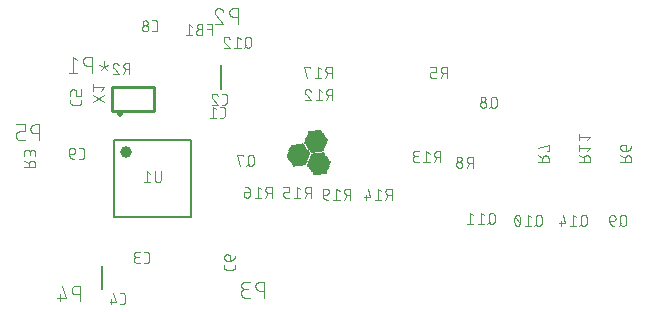
<source format=gbr>
G04 EAGLE Gerber RS-274X export*
G75*
%MOMM*%
%FSLAX34Y34*%
%LPD*%
%INSilkscreen Bottom*%
%IPPOS*%
%AMOC8*
5,1,8,0,0,1.08239X$1,22.5*%
G01*
%ADD10C,0.101600*%
%ADD11R,0.751331X0.014731*%
%ADD12R,0.883919X0.014731*%
%ADD13R,1.001775X0.014731*%
%ADD14R,1.119631X0.014731*%
%ADD15R,1.134363X0.014731*%
%ADD16R,1.149094X0.014731*%
%ADD17R,1.163825X0.014731*%
%ADD18R,1.178556X0.014731*%
%ADD19R,1.193288X0.014731*%
%ADD20R,1.222756X0.014731*%
%ADD21R,1.237488X0.014731*%
%ADD22R,1.266950X0.014731*%
%ADD23R,1.281681X0.014731*%
%ADD24R,1.311144X0.014731*%
%ADD25R,1.325881X0.014731*%
%ADD26R,1.355344X0.014731*%
%ADD27R,1.370075X0.014731*%
%ADD28R,1.384806X0.014731*%
%ADD29R,1.399538X0.014731*%
%ADD30R,1.414275X0.014731*%
%ADD31R,1.443738X0.014731*%
%ADD32R,1.458469X0.014731*%
%ADD33R,1.487931X0.014731*%
%ADD34R,1.502663X0.014731*%
%ADD35R,1.517394X0.014731*%
%ADD36R,1.532125X0.014731*%
%ADD37R,1.546856X0.014731*%
%ADD38R,1.576319X0.014731*%
%ADD39R,1.605788X0.014731*%
%ADD40R,1.620519X0.014731*%
%ADD41R,1.649981X0.014731*%
%ADD42R,1.664713X0.014731*%
%ADD43R,1.694175X0.014731*%
%ADD44R,1.708913X0.014731*%
%ADD45R,1.738375X0.014731*%
%ADD46R,1.753106X0.014731*%
%ADD47R,1.767838X0.014731*%
%ADD48R,1.782569X0.014731*%
%ADD49R,1.797306X0.014731*%
%ADD50R,0.117856X0.014731*%
%ADD51R,1.826769X0.014731*%
%ADD52R,0.235713X0.014731*%
%ADD53R,0.353569X0.014731*%
%ADD54R,1.856231X0.014731*%
%ADD55R,0.486156X0.014731*%
%ADD56R,1.870963X0.014731*%
%ADD57R,0.604013X0.014731*%
%ADD58R,0.721869X0.014731*%
%ADD59R,1.885694X0.014731*%
%ADD60R,0.839719X0.014731*%
%ADD61R,0.972306X0.014731*%
%ADD62R,1.090169X0.014731*%
%ADD63R,1.208025X0.014731*%
%ADD64R,1.252219X0.014731*%
%ADD65R,1.296412X0.014731*%
%ADD66R,1.340612X0.014731*%
%ADD67R,1.826763X0.014731*%
%ADD68R,1.414269X0.014731*%
%ADD69R,1.812031X0.014731*%
%ADD70R,1.429000X0.014731*%
%ADD71R,1.458462X0.014731*%
%ADD72R,1.473200X0.014731*%
%ADD73R,1.723644X0.014731*%
%ADD74R,1.694181X0.014731*%
%ADD75R,1.679450X0.014731*%
%ADD76R,1.561594X0.014731*%
%ADD77R,1.576325X0.014731*%
%ADD78R,1.591056X0.014731*%
%ADD79R,1.635250X0.014731*%
%ADD80R,1.561588X0.014731*%
%ADD81R,1.443731X0.014731*%
%ADD82R,1.797300X0.014731*%
%ADD83R,1.841500X0.014731*%
%ADD84R,1.311150X0.014731*%
%ADD85R,1.296419X0.014731*%
%ADD86R,1.193294X0.014731*%
%ADD87R,0.957575X0.014731*%
%ADD88R,0.589281X0.014731*%
%ADD89R,0.471425X0.014731*%
%ADD90R,0.220975X0.014731*%
%ADD91R,1.812038X0.014731*%
%ADD92R,0.103119X0.014731*%
%ADD93R,0.029463X0.014731*%
%ADD94R,0.162050X0.014731*%
%ADD95R,0.265175X0.014731*%
%ADD96R,0.397763X0.014731*%
%ADD97R,0.515619X0.014731*%
%ADD98R,0.648206X0.014731*%
%ADD99R,1.679444X0.014731*%
%ADD100R,1.016506X0.014731*%
%ADD101R,1.104900X0.014731*%
%ADD102R,1.222750X0.014731*%
%ADD103R,1.429006X0.014731*%
%ADD104R,1.208019X0.014731*%
%ADD105R,0.987044X0.014731*%
%ADD106R,0.854456X0.014731*%
%ADD107R,0.618744X0.014731*%
%ADD108R,0.500888X0.014731*%
%ADD109R,0.368300X0.014731*%
%ADD110R,0.132587X0.014731*%
%ADD111R,0.014731X0.014731*%
%ADD112R,1.664719X0.014731*%
%ADD113R,1.075438X0.014731*%
%ADD114R,0.942844X0.014731*%
%ADD115R,0.707131X0.014731*%
%ADD116R,0.456694X0.014731*%
%ADD117R,0.088388X0.014731*%
%ADD118C,0.076200*%
%ADD119C,0.152400*%
%ADD120C,0.254000*%
%ADD121C,0.150000*%
%ADD122C,0.500000*%
%ADD123C,1.000000*%


D10*
X82769Y302147D02*
X82769Y297744D01*
X80201Y294442D01*
X82769Y297744D02*
X85337Y294442D01*
X82769Y297744D02*
X78733Y299212D01*
X82769Y297744D02*
X86805Y299212D01*
X72603Y292608D02*
X72603Y305816D01*
X68934Y305816D01*
X68814Y305814D01*
X68694Y305808D01*
X68574Y305798D01*
X68455Y305785D01*
X68336Y305767D01*
X68218Y305746D01*
X68101Y305720D01*
X67984Y305691D01*
X67869Y305658D01*
X67755Y305621D01*
X67642Y305581D01*
X67530Y305537D01*
X67420Y305489D01*
X67311Y305438D01*
X67204Y305383D01*
X67100Y305324D01*
X66997Y305263D01*
X66896Y305198D01*
X66797Y305129D01*
X66700Y305058D01*
X66606Y304983D01*
X66515Y304906D01*
X66426Y304825D01*
X66340Y304741D01*
X66256Y304655D01*
X66175Y304566D01*
X66098Y304475D01*
X66023Y304381D01*
X65952Y304284D01*
X65883Y304185D01*
X65818Y304084D01*
X65757Y303982D01*
X65698Y303877D01*
X65643Y303770D01*
X65592Y303661D01*
X65544Y303551D01*
X65500Y303439D01*
X65460Y303326D01*
X65423Y303212D01*
X65390Y303097D01*
X65361Y302980D01*
X65335Y302863D01*
X65314Y302745D01*
X65296Y302626D01*
X65283Y302507D01*
X65273Y302387D01*
X65267Y302267D01*
X65265Y302147D01*
X65267Y302027D01*
X65273Y301907D01*
X65283Y301787D01*
X65296Y301668D01*
X65314Y301549D01*
X65335Y301431D01*
X65361Y301314D01*
X65390Y301197D01*
X65423Y301082D01*
X65460Y300968D01*
X65500Y300855D01*
X65544Y300743D01*
X65592Y300633D01*
X65643Y300524D01*
X65698Y300417D01*
X65757Y300313D01*
X65818Y300210D01*
X65883Y300109D01*
X65952Y300010D01*
X66023Y299913D01*
X66098Y299819D01*
X66175Y299728D01*
X66256Y299639D01*
X66340Y299553D01*
X66426Y299469D01*
X66515Y299388D01*
X66606Y299311D01*
X66700Y299236D01*
X66797Y299165D01*
X66896Y299096D01*
X66997Y299031D01*
X67100Y298970D01*
X67204Y298911D01*
X67311Y298856D01*
X67420Y298805D01*
X67530Y298757D01*
X67642Y298713D01*
X67755Y298673D01*
X67869Y298636D01*
X67984Y298603D01*
X68101Y298574D01*
X68218Y298548D01*
X68336Y298527D01*
X68455Y298509D01*
X68574Y298496D01*
X68694Y298486D01*
X68814Y298480D01*
X68934Y298478D01*
X72603Y298478D01*
X60408Y302881D02*
X56739Y305816D01*
X56739Y292608D01*
X60408Y292608D02*
X53070Y292608D01*
X196342Y333883D02*
X196342Y347091D01*
X192673Y347091D01*
X192553Y347089D01*
X192433Y347083D01*
X192313Y347073D01*
X192194Y347060D01*
X192075Y347042D01*
X191957Y347021D01*
X191840Y346995D01*
X191723Y346966D01*
X191608Y346933D01*
X191494Y346896D01*
X191381Y346856D01*
X191269Y346812D01*
X191159Y346764D01*
X191050Y346713D01*
X190943Y346658D01*
X190839Y346599D01*
X190736Y346538D01*
X190635Y346473D01*
X190536Y346404D01*
X190439Y346333D01*
X190345Y346258D01*
X190254Y346181D01*
X190165Y346100D01*
X190079Y346016D01*
X189995Y345930D01*
X189914Y345841D01*
X189837Y345750D01*
X189762Y345656D01*
X189691Y345559D01*
X189622Y345460D01*
X189557Y345359D01*
X189496Y345257D01*
X189437Y345152D01*
X189382Y345045D01*
X189331Y344936D01*
X189283Y344826D01*
X189239Y344714D01*
X189199Y344601D01*
X189162Y344487D01*
X189129Y344372D01*
X189100Y344255D01*
X189074Y344138D01*
X189053Y344020D01*
X189035Y343901D01*
X189022Y343782D01*
X189012Y343662D01*
X189006Y343542D01*
X189004Y343422D01*
X189006Y343302D01*
X189012Y343182D01*
X189022Y343062D01*
X189035Y342943D01*
X189053Y342824D01*
X189074Y342706D01*
X189100Y342589D01*
X189129Y342472D01*
X189162Y342357D01*
X189199Y342243D01*
X189239Y342130D01*
X189283Y342018D01*
X189331Y341908D01*
X189382Y341799D01*
X189437Y341692D01*
X189496Y341588D01*
X189557Y341485D01*
X189622Y341384D01*
X189691Y341285D01*
X189762Y341188D01*
X189837Y341094D01*
X189914Y341003D01*
X189995Y340914D01*
X190079Y340828D01*
X190165Y340744D01*
X190254Y340663D01*
X190345Y340586D01*
X190439Y340511D01*
X190536Y340440D01*
X190635Y340371D01*
X190736Y340306D01*
X190839Y340245D01*
X190943Y340186D01*
X191050Y340131D01*
X191159Y340080D01*
X191269Y340032D01*
X191381Y339988D01*
X191494Y339948D01*
X191608Y339911D01*
X191723Y339878D01*
X191840Y339849D01*
X191957Y339823D01*
X192075Y339802D01*
X192194Y339784D01*
X192313Y339771D01*
X192433Y339761D01*
X192553Y339755D01*
X192673Y339753D01*
X196342Y339753D01*
X180111Y347091D02*
X179998Y347089D01*
X179886Y347083D01*
X179773Y347074D01*
X179661Y347060D01*
X179550Y347043D01*
X179439Y347022D01*
X179329Y346997D01*
X179220Y346969D01*
X179112Y346936D01*
X179005Y346900D01*
X178900Y346861D01*
X178795Y346818D01*
X178693Y346771D01*
X178592Y346721D01*
X178493Y346667D01*
X178395Y346610D01*
X178300Y346550D01*
X178207Y346487D01*
X178116Y346420D01*
X178027Y346350D01*
X177941Y346278D01*
X177857Y346202D01*
X177776Y346124D01*
X177698Y346043D01*
X177622Y345959D01*
X177550Y345873D01*
X177480Y345784D01*
X177413Y345693D01*
X177350Y345600D01*
X177290Y345505D01*
X177233Y345407D01*
X177179Y345308D01*
X177129Y345207D01*
X177082Y345105D01*
X177039Y345000D01*
X177000Y344895D01*
X176964Y344788D01*
X176931Y344680D01*
X176903Y344571D01*
X176878Y344461D01*
X176857Y344350D01*
X176840Y344239D01*
X176826Y344127D01*
X176817Y344014D01*
X176811Y343902D01*
X176809Y343789D01*
X180111Y347091D02*
X180238Y347089D01*
X180365Y347083D01*
X180492Y347074D01*
X180618Y347061D01*
X180744Y347044D01*
X180869Y347023D01*
X180994Y346998D01*
X181117Y346970D01*
X181240Y346938D01*
X181362Y346902D01*
X181483Y346863D01*
X181603Y346820D01*
X181721Y346774D01*
X181838Y346724D01*
X181953Y346670D01*
X182066Y346613D01*
X182178Y346553D01*
X182288Y346490D01*
X182396Y346423D01*
X182502Y346353D01*
X182606Y346280D01*
X182708Y346203D01*
X182807Y346124D01*
X182904Y346042D01*
X182998Y345957D01*
X183090Y345869D01*
X183179Y345779D01*
X183265Y345685D01*
X183349Y345590D01*
X183429Y345492D01*
X183507Y345391D01*
X183582Y345288D01*
X183653Y345183D01*
X183721Y345076D01*
X183786Y344967D01*
X183848Y344856D01*
X183907Y344743D01*
X183962Y344629D01*
X184013Y344513D01*
X184061Y344395D01*
X184106Y344276D01*
X184147Y344156D01*
X177910Y341221D02*
X177828Y341301D01*
X177749Y341384D01*
X177672Y341470D01*
X177598Y341558D01*
X177528Y341649D01*
X177460Y341741D01*
X177395Y341836D01*
X177333Y341933D01*
X177275Y342032D01*
X177219Y342133D01*
X177167Y342235D01*
X177119Y342339D01*
X177074Y342445D01*
X177032Y342552D01*
X176993Y342660D01*
X176959Y342770D01*
X176927Y342880D01*
X176900Y342992D01*
X176876Y343104D01*
X176855Y343217D01*
X176839Y343331D01*
X176826Y343445D01*
X176816Y343559D01*
X176811Y343674D01*
X176809Y343789D01*
X177910Y341221D02*
X184147Y333883D01*
X176809Y333883D01*
X28067Y248666D02*
X28067Y235458D01*
X28067Y248666D02*
X24398Y248666D01*
X24278Y248664D01*
X24158Y248658D01*
X24038Y248648D01*
X23919Y248635D01*
X23800Y248617D01*
X23682Y248596D01*
X23565Y248570D01*
X23448Y248541D01*
X23333Y248508D01*
X23219Y248471D01*
X23106Y248431D01*
X22994Y248387D01*
X22884Y248339D01*
X22775Y248288D01*
X22668Y248233D01*
X22564Y248174D01*
X22461Y248113D01*
X22360Y248048D01*
X22261Y247979D01*
X22164Y247908D01*
X22070Y247833D01*
X21979Y247756D01*
X21890Y247675D01*
X21804Y247591D01*
X21720Y247505D01*
X21639Y247416D01*
X21562Y247325D01*
X21487Y247231D01*
X21416Y247134D01*
X21347Y247035D01*
X21282Y246934D01*
X21221Y246832D01*
X21162Y246727D01*
X21107Y246620D01*
X21056Y246511D01*
X21008Y246401D01*
X20964Y246289D01*
X20924Y246176D01*
X20887Y246062D01*
X20854Y245947D01*
X20825Y245830D01*
X20799Y245713D01*
X20778Y245595D01*
X20760Y245476D01*
X20747Y245357D01*
X20737Y245237D01*
X20731Y245117D01*
X20729Y244997D01*
X20731Y244877D01*
X20737Y244757D01*
X20747Y244637D01*
X20760Y244518D01*
X20778Y244399D01*
X20799Y244281D01*
X20825Y244164D01*
X20854Y244047D01*
X20887Y243932D01*
X20924Y243818D01*
X20964Y243705D01*
X21008Y243593D01*
X21056Y243483D01*
X21107Y243374D01*
X21162Y243267D01*
X21221Y243162D01*
X21282Y243060D01*
X21347Y242959D01*
X21416Y242860D01*
X21487Y242763D01*
X21562Y242669D01*
X21639Y242578D01*
X21720Y242489D01*
X21804Y242403D01*
X21890Y242319D01*
X21979Y242238D01*
X22070Y242161D01*
X22164Y242086D01*
X22261Y242015D01*
X22360Y241946D01*
X22461Y241881D01*
X22564Y241820D01*
X22668Y241761D01*
X22775Y241706D01*
X22884Y241655D01*
X22994Y241607D01*
X23106Y241563D01*
X23219Y241523D01*
X23333Y241486D01*
X23448Y241453D01*
X23565Y241424D01*
X23682Y241398D01*
X23800Y241377D01*
X23919Y241359D01*
X24038Y241346D01*
X24158Y241336D01*
X24278Y241330D01*
X24398Y241328D01*
X28067Y241328D01*
X15872Y235458D02*
X11469Y235458D01*
X11362Y235460D01*
X11255Y235466D01*
X11148Y235476D01*
X11042Y235489D01*
X10936Y235507D01*
X10831Y235528D01*
X10727Y235553D01*
X10623Y235582D01*
X10521Y235615D01*
X10421Y235652D01*
X10321Y235692D01*
X10223Y235736D01*
X10127Y235783D01*
X10033Y235834D01*
X9940Y235888D01*
X9850Y235945D01*
X9761Y236006D01*
X9675Y236070D01*
X9592Y236137D01*
X9510Y236207D01*
X9432Y236280D01*
X9356Y236356D01*
X9283Y236434D01*
X9213Y236516D01*
X9146Y236599D01*
X9082Y236685D01*
X9021Y236774D01*
X8964Y236864D01*
X8910Y236957D01*
X8859Y237051D01*
X8812Y237147D01*
X8768Y237245D01*
X8728Y237345D01*
X8691Y237445D01*
X8658Y237547D01*
X8629Y237651D01*
X8604Y237755D01*
X8583Y237860D01*
X8565Y237966D01*
X8552Y238072D01*
X8542Y238179D01*
X8536Y238286D01*
X8534Y238393D01*
X8534Y239861D01*
X8536Y239968D01*
X8542Y240075D01*
X8552Y240182D01*
X8565Y240288D01*
X8583Y240394D01*
X8604Y240499D01*
X8629Y240603D01*
X8658Y240707D01*
X8691Y240809D01*
X8728Y240909D01*
X8768Y241009D01*
X8812Y241107D01*
X8859Y241203D01*
X8910Y241297D01*
X8964Y241390D01*
X9021Y241480D01*
X9082Y241569D01*
X9146Y241655D01*
X9213Y241738D01*
X9283Y241820D01*
X9356Y241898D01*
X9432Y241974D01*
X9510Y242047D01*
X9592Y242117D01*
X9675Y242184D01*
X9761Y242248D01*
X9850Y242309D01*
X9940Y242366D01*
X10033Y242420D01*
X10127Y242471D01*
X10223Y242519D01*
X10321Y242562D01*
X10421Y242602D01*
X10521Y242639D01*
X10623Y242672D01*
X10727Y242701D01*
X10831Y242726D01*
X10936Y242747D01*
X11042Y242765D01*
X11148Y242778D01*
X11255Y242788D01*
X11362Y242794D01*
X11469Y242796D01*
X15872Y242796D01*
X15872Y248666D01*
X8534Y248666D01*
X62992Y112141D02*
X62992Y98933D01*
X62992Y112141D02*
X59323Y112141D01*
X59203Y112139D01*
X59083Y112133D01*
X58963Y112123D01*
X58844Y112110D01*
X58725Y112092D01*
X58607Y112071D01*
X58490Y112045D01*
X58373Y112016D01*
X58258Y111983D01*
X58144Y111946D01*
X58031Y111906D01*
X57919Y111862D01*
X57809Y111814D01*
X57700Y111763D01*
X57593Y111708D01*
X57489Y111649D01*
X57386Y111588D01*
X57285Y111523D01*
X57186Y111454D01*
X57089Y111383D01*
X56995Y111308D01*
X56904Y111231D01*
X56815Y111150D01*
X56729Y111066D01*
X56645Y110980D01*
X56564Y110891D01*
X56487Y110800D01*
X56412Y110706D01*
X56341Y110609D01*
X56272Y110510D01*
X56207Y110409D01*
X56146Y110306D01*
X56087Y110202D01*
X56032Y110095D01*
X55981Y109986D01*
X55933Y109876D01*
X55889Y109764D01*
X55849Y109651D01*
X55812Y109537D01*
X55779Y109422D01*
X55750Y109305D01*
X55724Y109188D01*
X55703Y109070D01*
X55685Y108951D01*
X55672Y108832D01*
X55662Y108712D01*
X55656Y108592D01*
X55654Y108472D01*
X55656Y108352D01*
X55662Y108232D01*
X55672Y108112D01*
X55685Y107993D01*
X55703Y107874D01*
X55724Y107756D01*
X55750Y107639D01*
X55779Y107522D01*
X55812Y107407D01*
X55849Y107293D01*
X55889Y107180D01*
X55933Y107068D01*
X55981Y106958D01*
X56032Y106849D01*
X56087Y106742D01*
X56146Y106637D01*
X56207Y106535D01*
X56272Y106434D01*
X56341Y106335D01*
X56412Y106238D01*
X56487Y106144D01*
X56564Y106053D01*
X56645Y105964D01*
X56729Y105878D01*
X56815Y105794D01*
X56904Y105713D01*
X56995Y105636D01*
X57089Y105561D01*
X57186Y105490D01*
X57285Y105421D01*
X57386Y105356D01*
X57489Y105295D01*
X57593Y105236D01*
X57700Y105181D01*
X57809Y105130D01*
X57919Y105082D01*
X58031Y105038D01*
X58144Y104998D01*
X58258Y104961D01*
X58373Y104928D01*
X58490Y104899D01*
X58607Y104873D01*
X58725Y104852D01*
X58844Y104834D01*
X58963Y104821D01*
X59083Y104811D01*
X59203Y104805D01*
X59323Y104803D01*
X62992Y104803D01*
X50797Y101868D02*
X47862Y112141D01*
X50797Y101868D02*
X43459Y101868D01*
X45660Y104803D02*
X45660Y98933D01*
X218567Y102108D02*
X218567Y115316D01*
X214898Y115316D01*
X214778Y115314D01*
X214658Y115308D01*
X214538Y115298D01*
X214419Y115285D01*
X214300Y115267D01*
X214182Y115246D01*
X214065Y115220D01*
X213948Y115191D01*
X213833Y115158D01*
X213719Y115121D01*
X213606Y115081D01*
X213494Y115037D01*
X213384Y114989D01*
X213275Y114938D01*
X213168Y114883D01*
X213064Y114824D01*
X212961Y114763D01*
X212860Y114698D01*
X212761Y114629D01*
X212664Y114558D01*
X212570Y114483D01*
X212479Y114406D01*
X212390Y114325D01*
X212304Y114241D01*
X212220Y114155D01*
X212139Y114066D01*
X212062Y113975D01*
X211987Y113881D01*
X211916Y113784D01*
X211847Y113685D01*
X211782Y113584D01*
X211721Y113481D01*
X211662Y113377D01*
X211607Y113270D01*
X211556Y113161D01*
X211508Y113051D01*
X211464Y112939D01*
X211424Y112826D01*
X211387Y112712D01*
X211354Y112597D01*
X211325Y112480D01*
X211299Y112363D01*
X211278Y112245D01*
X211260Y112126D01*
X211247Y112007D01*
X211237Y111887D01*
X211231Y111767D01*
X211229Y111647D01*
X211231Y111527D01*
X211237Y111407D01*
X211247Y111287D01*
X211260Y111168D01*
X211278Y111049D01*
X211299Y110931D01*
X211325Y110814D01*
X211354Y110697D01*
X211387Y110582D01*
X211424Y110468D01*
X211464Y110355D01*
X211508Y110243D01*
X211556Y110133D01*
X211607Y110024D01*
X211662Y109917D01*
X211721Y109812D01*
X211782Y109710D01*
X211847Y109609D01*
X211916Y109510D01*
X211987Y109413D01*
X212062Y109319D01*
X212139Y109228D01*
X212220Y109139D01*
X212304Y109053D01*
X212390Y108969D01*
X212479Y108888D01*
X212570Y108811D01*
X212664Y108736D01*
X212761Y108665D01*
X212860Y108596D01*
X212961Y108531D01*
X213064Y108470D01*
X213168Y108411D01*
X213275Y108356D01*
X213384Y108305D01*
X213494Y108257D01*
X213606Y108213D01*
X213719Y108173D01*
X213833Y108136D01*
X213948Y108103D01*
X214065Y108074D01*
X214182Y108048D01*
X214300Y108027D01*
X214419Y108009D01*
X214538Y107996D01*
X214658Y107986D01*
X214778Y107980D01*
X214898Y107978D01*
X218567Y107978D01*
X206372Y102108D02*
X202703Y102108D01*
X202583Y102110D01*
X202463Y102116D01*
X202343Y102126D01*
X202224Y102139D01*
X202105Y102157D01*
X201987Y102178D01*
X201870Y102204D01*
X201753Y102233D01*
X201638Y102266D01*
X201524Y102303D01*
X201411Y102343D01*
X201299Y102387D01*
X201189Y102435D01*
X201080Y102486D01*
X200973Y102541D01*
X200869Y102600D01*
X200766Y102661D01*
X200665Y102726D01*
X200566Y102795D01*
X200469Y102866D01*
X200375Y102941D01*
X200284Y103018D01*
X200195Y103099D01*
X200109Y103183D01*
X200025Y103269D01*
X199944Y103358D01*
X199867Y103449D01*
X199792Y103543D01*
X199721Y103640D01*
X199652Y103739D01*
X199587Y103840D01*
X199526Y103942D01*
X199467Y104047D01*
X199412Y104154D01*
X199361Y104263D01*
X199313Y104373D01*
X199269Y104485D01*
X199229Y104598D01*
X199192Y104712D01*
X199159Y104827D01*
X199130Y104944D01*
X199104Y105061D01*
X199083Y105179D01*
X199065Y105298D01*
X199052Y105417D01*
X199042Y105537D01*
X199036Y105657D01*
X199034Y105777D01*
X199036Y105897D01*
X199042Y106017D01*
X199052Y106137D01*
X199065Y106256D01*
X199083Y106375D01*
X199104Y106493D01*
X199130Y106610D01*
X199159Y106727D01*
X199192Y106842D01*
X199229Y106956D01*
X199269Y107069D01*
X199313Y107181D01*
X199361Y107291D01*
X199412Y107400D01*
X199467Y107507D01*
X199526Y107611D01*
X199587Y107714D01*
X199652Y107815D01*
X199721Y107914D01*
X199792Y108011D01*
X199867Y108105D01*
X199944Y108196D01*
X200025Y108285D01*
X200109Y108371D01*
X200195Y108455D01*
X200284Y108536D01*
X200375Y108613D01*
X200469Y108688D01*
X200566Y108759D01*
X200665Y108828D01*
X200766Y108893D01*
X200869Y108954D01*
X200973Y109013D01*
X201080Y109068D01*
X201189Y109119D01*
X201299Y109167D01*
X201411Y109211D01*
X201524Y109251D01*
X201638Y109288D01*
X201753Y109321D01*
X201870Y109350D01*
X201987Y109376D01*
X202105Y109397D01*
X202224Y109415D01*
X202343Y109428D01*
X202463Y109438D01*
X202583Y109444D01*
X202703Y109446D01*
X201969Y115316D02*
X206372Y115316D01*
X201969Y115316D02*
X201862Y115314D01*
X201755Y115308D01*
X201648Y115298D01*
X201542Y115285D01*
X201436Y115267D01*
X201331Y115246D01*
X201227Y115221D01*
X201123Y115192D01*
X201021Y115159D01*
X200921Y115122D01*
X200821Y115082D01*
X200723Y115038D01*
X200627Y114991D01*
X200533Y114940D01*
X200440Y114886D01*
X200350Y114829D01*
X200261Y114768D01*
X200175Y114704D01*
X200092Y114637D01*
X200010Y114567D01*
X199932Y114494D01*
X199856Y114418D01*
X199783Y114340D01*
X199713Y114258D01*
X199646Y114175D01*
X199582Y114089D01*
X199521Y114000D01*
X199464Y113910D01*
X199410Y113817D01*
X199359Y113723D01*
X199312Y113627D01*
X199268Y113529D01*
X199228Y113429D01*
X199191Y113329D01*
X199158Y113227D01*
X199129Y113123D01*
X199104Y113019D01*
X199083Y112914D01*
X199065Y112808D01*
X199052Y112702D01*
X199042Y112595D01*
X199036Y112488D01*
X199034Y112381D01*
X199036Y112274D01*
X199042Y112167D01*
X199052Y112060D01*
X199065Y111954D01*
X199083Y111848D01*
X199104Y111743D01*
X199129Y111639D01*
X199158Y111535D01*
X199191Y111433D01*
X199228Y111333D01*
X199268Y111233D01*
X199312Y111135D01*
X199359Y111039D01*
X199410Y110945D01*
X199464Y110852D01*
X199521Y110762D01*
X199582Y110673D01*
X199646Y110587D01*
X199713Y110504D01*
X199783Y110422D01*
X199856Y110344D01*
X199932Y110268D01*
X200010Y110195D01*
X200092Y110125D01*
X200175Y110058D01*
X200261Y109994D01*
X200350Y109933D01*
X200440Y109876D01*
X200533Y109822D01*
X200627Y109771D01*
X200723Y109724D01*
X200821Y109680D01*
X200921Y109640D01*
X201021Y109603D01*
X201123Y109570D01*
X201227Y109541D01*
X201331Y109516D01*
X201436Y109495D01*
X201542Y109477D01*
X201648Y109464D01*
X201755Y109454D01*
X201862Y109448D01*
X201969Y109446D01*
X204904Y109446D01*
D11*
X264246Y206540D03*
D12*
X264762Y206687D03*
D13*
X265204Y206835D03*
D14*
X265646Y206982D03*
D15*
X265720Y207129D03*
D16*
X265646Y207277D03*
D17*
X265572Y207424D03*
D18*
X265646Y207571D03*
D19*
X265572Y207719D03*
D20*
X265572Y207866D03*
D21*
X265499Y208013D03*
X265499Y208161D03*
D22*
X265499Y208308D03*
D23*
X265425Y208455D03*
D24*
X265425Y208603D03*
X265425Y208750D03*
D25*
X265351Y208897D03*
D26*
X265351Y209045D03*
D27*
X265278Y209192D03*
D28*
X265351Y209339D03*
D29*
X265278Y209487D03*
D30*
X265204Y209634D03*
D31*
X265204Y209781D03*
X265204Y209928D03*
D32*
X265130Y210076D03*
D33*
X265130Y210223D03*
D34*
X265057Y210370D03*
D35*
X265130Y210518D03*
D36*
X265057Y210665D03*
D37*
X264983Y210812D03*
D38*
X264983Y210960D03*
X264983Y211107D03*
D39*
X264983Y211254D03*
D40*
X264909Y211402D03*
X264909Y211549D03*
D41*
X264909Y211696D03*
D42*
X264836Y211844D03*
D43*
X264836Y211991D03*
X264836Y212138D03*
D44*
X264762Y212286D03*
D45*
X264762Y212433D03*
D46*
X264688Y212580D03*
D47*
X264762Y212728D03*
D48*
X264688Y212875D03*
D49*
X264615Y213022D03*
D50*
X244137Y213022D03*
D51*
X264615Y213170D03*
D52*
X244726Y213170D03*
D51*
X264615Y213317D03*
D53*
X245168Y213317D03*
D54*
X264615Y213464D03*
D55*
X245684Y213464D03*
D56*
X264541Y213611D03*
D57*
X246126Y213611D03*
D56*
X264541Y213759D03*
D58*
X246715Y213759D03*
D59*
X264615Y213906D03*
D60*
X247157Y213906D03*
D59*
X264615Y214053D03*
D61*
X247673Y214053D03*
D56*
X264688Y214201D03*
D62*
X248115Y214201D03*
D59*
X264762Y214348D03*
D14*
X248262Y214348D03*
D59*
X264762Y214495D03*
D16*
X248262Y214495D03*
D59*
X264909Y214643D03*
D17*
X248189Y214643D03*
D59*
X264909Y214790D03*
D18*
X248115Y214790D03*
D56*
X264983Y214937D03*
D19*
X248189Y214937D03*
D59*
X265057Y215085D03*
D63*
X248115Y215085D03*
D59*
X265057Y215232D03*
D21*
X248115Y215232D03*
D59*
X265204Y215379D03*
D64*
X248041Y215379D03*
D59*
X265204Y215527D03*
D64*
X248041Y215527D03*
D56*
X265278Y215674D03*
D23*
X248041Y215674D03*
D59*
X265351Y215821D03*
D65*
X247968Y215821D03*
D59*
X265351Y215969D03*
D25*
X247968Y215969D03*
D59*
X265499Y216116D03*
D25*
X247968Y216116D03*
D59*
X265499Y216263D03*
D66*
X247894Y216263D03*
D56*
X265572Y216411D03*
D27*
X247894Y216411D03*
D54*
X265499Y216558D03*
D28*
X247820Y216558D03*
D54*
X265499Y216705D03*
D29*
X247894Y216705D03*
D67*
X265499Y216853D03*
D68*
X247820Y216853D03*
D69*
X265425Y217000D03*
D70*
X247747Y217000D03*
D48*
X265425Y217147D03*
D71*
X247747Y217147D03*
D48*
X265425Y217294D03*
D71*
X247747Y217294D03*
D47*
X265351Y217442D03*
D72*
X247673Y217442D03*
D45*
X265351Y217589D03*
D34*
X247673Y217589D03*
D73*
X265278Y217736D03*
D34*
X247673Y217736D03*
D44*
X265351Y217884D03*
D36*
X247673Y217884D03*
D74*
X265278Y218031D03*
D37*
X247599Y218031D03*
D75*
X265204Y218178D03*
D76*
X247526Y218178D03*
D41*
X265204Y218326D03*
D77*
X247599Y218326D03*
D41*
X265204Y218473D03*
D78*
X247526Y218473D03*
D79*
X265130Y218620D03*
D40*
X247526Y218620D03*
D39*
X265130Y218768D03*
D79*
X247452Y218768D03*
D39*
X265130Y218915D03*
D79*
X247452Y218915D03*
D77*
X265130Y219062D03*
D42*
X247452Y219062D03*
D80*
X265057Y219210D03*
D75*
X247378Y219210D03*
D37*
X264983Y219357D03*
D44*
X247378Y219357D03*
D36*
X265057Y219504D03*
D44*
X247378Y219504D03*
D35*
X264983Y219652D03*
D73*
X247305Y219652D03*
D33*
X264983Y219799D03*
D46*
X247305Y219799D03*
D72*
X264909Y219946D03*
D47*
X247231Y219946D03*
D72*
X264909Y220094D03*
D48*
X247305Y220094D03*
D81*
X264909Y220241D03*
D82*
X247231Y220241D03*
D70*
X264836Y220388D03*
D69*
X247157Y220388D03*
D29*
X264836Y220536D03*
D83*
X247157Y220536D03*
D29*
X264836Y220683D03*
D83*
X247157Y220683D03*
D28*
X264762Y220830D03*
D56*
X247157Y220830D03*
D26*
X264762Y220977D03*
D59*
X247084Y220977D03*
D66*
X264688Y221125D03*
D56*
X247157Y221125D03*
D25*
X264762Y221272D03*
D59*
X247231Y221272D03*
D84*
X264688Y221419D03*
D59*
X247231Y221419D03*
D85*
X264615Y221567D03*
D56*
X247305Y221567D03*
D22*
X264615Y221714D03*
D59*
X247378Y221714D03*
D22*
X264615Y221861D03*
D59*
X247378Y221861D03*
D64*
X264541Y222009D03*
D59*
X247526Y222009D03*
D20*
X264541Y222156D03*
D59*
X247526Y222156D03*
D63*
X264467Y222303D03*
D56*
X247599Y222303D03*
D86*
X264541Y222451D03*
D59*
X247673Y222451D03*
D18*
X264467Y222598D03*
D59*
X247673Y222598D03*
D17*
X264394Y222745D03*
D59*
X247820Y222745D03*
D16*
X264467Y222893D03*
D59*
X247820Y222893D03*
D15*
X264394Y223040D03*
D56*
X247894Y223040D03*
D62*
X264467Y223187D03*
D59*
X247968Y223187D03*
D87*
X264983Y223335D03*
D59*
X247968Y223335D03*
D60*
X265572Y223482D03*
D59*
X248115Y223482D03*
D58*
X266014Y223629D03*
D59*
X248115Y223629D03*
D88*
X266530Y223777D03*
D54*
X248115Y223777D03*
D89*
X266972Y223924D03*
D83*
X248041Y223924D03*
D53*
X267561Y224071D03*
D83*
X248041Y224071D03*
D90*
X268077Y224219D03*
D91*
X248041Y224219D03*
D92*
X268519Y224366D03*
D49*
X247968Y224366D03*
D93*
X258722Y224513D03*
D48*
X248041Y224513D03*
D94*
X259238Y224660D03*
D47*
X247968Y224660D03*
D95*
X259753Y224808D03*
D46*
X247894Y224808D03*
D96*
X260269Y224955D03*
D73*
X247894Y224955D03*
D97*
X260711Y225102D03*
D73*
X247894Y225102D03*
D98*
X261226Y225250D03*
D74*
X247894Y225250D03*
D11*
X261742Y225397D03*
D99*
X247820Y225397D03*
D12*
X262258Y225544D03*
D42*
X247747Y225544D03*
D100*
X262773Y225692D03*
D41*
X247820Y225692D03*
D101*
X263215Y225839D03*
D79*
X247747Y225839D03*
D15*
X263215Y225986D03*
D40*
X247673Y225986D03*
D16*
X263141Y226134D03*
D78*
X247673Y226134D03*
D17*
X263068Y226281D03*
D78*
X247673Y226281D03*
D18*
X263141Y226428D03*
D80*
X247673Y226428D03*
D19*
X263068Y226576D03*
D37*
X247599Y226576D03*
D102*
X263068Y226723D03*
D36*
X247526Y226723D03*
D21*
X262994Y226870D03*
D35*
X247599Y226870D03*
D21*
X262994Y227018D03*
D34*
X247526Y227018D03*
D22*
X262994Y227165D03*
D72*
X247526Y227165D03*
D23*
X262921Y227312D03*
D32*
X247452Y227312D03*
D24*
X262921Y227460D03*
D32*
X247452Y227460D03*
D24*
X262921Y227607D03*
D103*
X246182Y227607D03*
D25*
X262847Y227754D03*
D68*
X247378Y227754D03*
D26*
X262847Y227902D03*
D28*
X247378Y227902D03*
D27*
X262773Y228049D03*
D28*
X247378Y228049D03*
X262847Y228196D03*
D27*
X247305Y228196D03*
D29*
X262773Y228343D03*
D66*
X247305Y228343D03*
D68*
X262700Y228491D03*
D66*
X247305Y228491D03*
D31*
X262700Y228638D03*
D84*
X247305Y228638D03*
D31*
X262700Y228785D03*
D65*
X247231Y228785D03*
D72*
X262700Y228933D03*
D23*
X247157Y228933D03*
D33*
X262626Y229080D03*
D22*
X247231Y229080D03*
D34*
X262552Y229227D03*
D64*
X247157Y229227D03*
D35*
X262626Y229375D03*
D20*
X247157Y229375D03*
D36*
X262552Y229522D03*
D104*
X247084Y229522D03*
D80*
X262552Y229669D03*
D104*
X247084Y229669D03*
D38*
X262479Y229817D03*
D18*
X247084Y229817D03*
D38*
X262479Y229964D03*
D17*
X247010Y229964D03*
D39*
X262479Y230111D03*
D16*
X246936Y230111D03*
D40*
X262405Y230259D03*
D15*
X247010Y230259D03*
D40*
X262405Y230406D03*
D101*
X247010Y230406D03*
D41*
X262405Y230553D03*
D105*
X247452Y230553D03*
D42*
X262331Y230701D03*
D106*
X247968Y230701D03*
D43*
X262331Y230848D03*
D11*
X248483Y230848D03*
D43*
X262331Y230995D03*
D107*
X248999Y230995D03*
D44*
X262258Y231143D03*
D108*
X249441Y231143D03*
D45*
X262258Y231290D03*
D109*
X249956Y231290D03*
D46*
X262184Y231437D03*
D95*
X250472Y231437D03*
D47*
X262258Y231585D03*
D110*
X250988Y231585D03*
D48*
X262184Y231732D03*
D111*
X251430Y231732D03*
D49*
X262110Y231879D03*
D51*
X262110Y232026D03*
X262110Y232174D03*
D54*
X262110Y232321D03*
D56*
X262037Y232468D03*
X262037Y232616D03*
D59*
X262110Y232763D03*
X262110Y232910D03*
X262258Y233058D03*
X262258Y233205D03*
D56*
X262331Y233352D03*
D59*
X262405Y233500D03*
X262405Y233647D03*
X262552Y233794D03*
X262552Y233942D03*
D56*
X262626Y234089D03*
D59*
X262700Y234236D03*
X262700Y234384D03*
D56*
X262773Y234531D03*
D59*
X262847Y234678D03*
X262847Y234826D03*
X262994Y234973D03*
X262994Y235120D03*
D56*
X263068Y235268D03*
D54*
X262994Y235415D03*
X262994Y235562D03*
D67*
X262994Y235709D03*
D69*
X262921Y235857D03*
D48*
X262921Y236004D03*
X262921Y236151D03*
D47*
X262847Y236299D03*
D45*
X262847Y236446D03*
D73*
X262773Y236593D03*
D44*
X262847Y236741D03*
D74*
X262773Y236888D03*
D75*
X262700Y237035D03*
D112*
X262773Y237183D03*
D41*
X262700Y237330D03*
D40*
X262700Y237477D03*
D39*
X262626Y237625D03*
X262626Y237772D03*
D77*
X262626Y237919D03*
D80*
X262552Y238067D03*
D36*
X262552Y238214D03*
X262552Y238361D03*
D35*
X262479Y238509D03*
D33*
X262479Y238656D03*
D72*
X262405Y238803D03*
X262405Y238951D03*
D81*
X262405Y239098D03*
D70*
X262331Y239245D03*
D29*
X262331Y239392D03*
X262331Y239540D03*
D28*
X262258Y239687D03*
D26*
X262258Y239834D03*
D66*
X262184Y239982D03*
D25*
X262258Y240129D03*
D84*
X262184Y240276D03*
D85*
X262110Y240424D03*
D22*
X262110Y240571D03*
X262110Y240718D03*
D21*
X262110Y240866D03*
D20*
X262037Y241013D03*
D63*
X261963Y241160D03*
D86*
X262037Y241308D03*
D18*
X261963Y241455D03*
D16*
X261963Y241602D03*
X261963Y241750D03*
D15*
X261889Y241897D03*
D113*
X262037Y242044D03*
D114*
X262552Y242192D03*
D60*
X263068Y242339D03*
D115*
X263583Y242486D03*
D88*
X264025Y242634D03*
D116*
X264541Y242781D03*
D53*
X265057Y242928D03*
D90*
X265572Y243075D03*
D117*
X266088Y243223D03*
D50*
X261587Y205694D03*
D52*
X262176Y205842D03*
D53*
X262618Y205989D03*
D55*
X263134Y206136D03*
D57*
X263576Y206284D03*
D58*
X264165Y206431D03*
D60*
X264607Y206578D03*
D61*
X265123Y206726D03*
D62*
X265565Y206873D03*
D14*
X265712Y207020D03*
D118*
X183268Y254381D02*
X181180Y254381D01*
X183268Y254381D02*
X183357Y254383D01*
X183445Y254389D01*
X183533Y254398D01*
X183621Y254411D01*
X183708Y254428D01*
X183794Y254448D01*
X183879Y254473D01*
X183964Y254500D01*
X184047Y254532D01*
X184128Y254566D01*
X184208Y254605D01*
X184286Y254646D01*
X184363Y254691D01*
X184437Y254739D01*
X184510Y254790D01*
X184580Y254844D01*
X184647Y254902D01*
X184713Y254962D01*
X184775Y255024D01*
X184835Y255090D01*
X184893Y255157D01*
X184947Y255227D01*
X184998Y255300D01*
X185046Y255374D01*
X185091Y255451D01*
X185132Y255529D01*
X185171Y255609D01*
X185205Y255690D01*
X185237Y255773D01*
X185264Y255858D01*
X185289Y255943D01*
X185309Y256029D01*
X185326Y256116D01*
X185339Y256204D01*
X185348Y256292D01*
X185354Y256380D01*
X185356Y256469D01*
X185357Y256469D02*
X185357Y261691D01*
X185356Y261691D02*
X185354Y261780D01*
X185348Y261868D01*
X185339Y261956D01*
X185326Y262044D01*
X185309Y262131D01*
X185289Y262217D01*
X185264Y262302D01*
X185237Y262387D01*
X185205Y262470D01*
X185171Y262551D01*
X185132Y262631D01*
X185091Y262709D01*
X185046Y262786D01*
X184998Y262860D01*
X184947Y262933D01*
X184893Y263003D01*
X184835Y263070D01*
X184775Y263136D01*
X184713Y263198D01*
X184647Y263258D01*
X184580Y263316D01*
X184510Y263370D01*
X184437Y263421D01*
X184363Y263469D01*
X184286Y263514D01*
X184208Y263555D01*
X184128Y263594D01*
X184047Y263628D01*
X183964Y263660D01*
X183879Y263687D01*
X183794Y263712D01*
X183708Y263732D01*
X183621Y263749D01*
X183533Y263762D01*
X183445Y263771D01*
X183357Y263777D01*
X183268Y263779D01*
X181180Y263779D01*
X177711Y261691D02*
X175100Y263779D01*
X175100Y254381D01*
X172490Y254381D02*
X177711Y254381D01*
D119*
X182080Y278752D02*
X182080Y298882D01*
D118*
X182767Y265494D02*
X184856Y265494D01*
X184945Y265496D01*
X185033Y265502D01*
X185121Y265511D01*
X185209Y265524D01*
X185296Y265541D01*
X185382Y265561D01*
X185467Y265586D01*
X185552Y265613D01*
X185635Y265645D01*
X185716Y265679D01*
X185796Y265718D01*
X185874Y265759D01*
X185951Y265804D01*
X186025Y265852D01*
X186098Y265903D01*
X186168Y265957D01*
X186235Y266015D01*
X186301Y266075D01*
X186363Y266137D01*
X186423Y266203D01*
X186481Y266270D01*
X186535Y266340D01*
X186586Y266413D01*
X186634Y266487D01*
X186679Y266564D01*
X186720Y266642D01*
X186759Y266722D01*
X186793Y266803D01*
X186825Y266886D01*
X186852Y266971D01*
X186877Y267056D01*
X186897Y267142D01*
X186914Y267229D01*
X186927Y267317D01*
X186936Y267405D01*
X186942Y267493D01*
X186944Y267582D01*
X186944Y272803D01*
X186942Y272892D01*
X186936Y272980D01*
X186927Y273068D01*
X186914Y273156D01*
X186897Y273243D01*
X186877Y273329D01*
X186852Y273414D01*
X186825Y273499D01*
X186793Y273582D01*
X186759Y273663D01*
X186720Y273743D01*
X186679Y273821D01*
X186634Y273898D01*
X186586Y273972D01*
X186535Y274045D01*
X186481Y274115D01*
X186423Y274182D01*
X186363Y274248D01*
X186301Y274310D01*
X186235Y274370D01*
X186168Y274428D01*
X186098Y274482D01*
X186025Y274533D01*
X185951Y274581D01*
X185874Y274626D01*
X185796Y274667D01*
X185716Y274706D01*
X185635Y274740D01*
X185552Y274772D01*
X185467Y274799D01*
X185382Y274824D01*
X185296Y274844D01*
X185209Y274861D01*
X185121Y274874D01*
X185033Y274883D01*
X184945Y274889D01*
X184856Y274891D01*
X184856Y274892D02*
X182767Y274892D01*
X176427Y274892D02*
X176332Y274890D01*
X176238Y274884D01*
X176144Y274875D01*
X176050Y274862D01*
X175957Y274845D01*
X175865Y274824D01*
X175773Y274799D01*
X175683Y274771D01*
X175594Y274739D01*
X175506Y274704D01*
X175420Y274665D01*
X175335Y274623D01*
X175252Y274577D01*
X175171Y274528D01*
X175092Y274476D01*
X175015Y274421D01*
X174941Y274362D01*
X174869Y274301D01*
X174799Y274237D01*
X174732Y274170D01*
X174668Y274100D01*
X174607Y274028D01*
X174548Y273954D01*
X174493Y273877D01*
X174441Y273798D01*
X174392Y273717D01*
X174346Y273634D01*
X174304Y273549D01*
X174265Y273463D01*
X174230Y273375D01*
X174198Y273286D01*
X174170Y273196D01*
X174145Y273104D01*
X174124Y273012D01*
X174107Y272919D01*
X174094Y272825D01*
X174085Y272731D01*
X174079Y272637D01*
X174077Y272542D01*
X176427Y274891D02*
X176535Y274889D01*
X176644Y274883D01*
X176752Y274873D01*
X176859Y274860D01*
X176966Y274842D01*
X177073Y274821D01*
X177178Y274796D01*
X177283Y274767D01*
X177386Y274735D01*
X177488Y274698D01*
X177589Y274658D01*
X177688Y274615D01*
X177786Y274568D01*
X177882Y274517D01*
X177976Y274463D01*
X178068Y274406D01*
X178158Y274345D01*
X178246Y274281D01*
X178331Y274215D01*
X178414Y274145D01*
X178494Y274072D01*
X178572Y273996D01*
X178647Y273918D01*
X178719Y273837D01*
X178788Y273753D01*
X178854Y273667D01*
X178917Y273579D01*
X178976Y273488D01*
X179033Y273396D01*
X179086Y273301D01*
X179135Y273204D01*
X179181Y273106D01*
X179224Y273007D01*
X179263Y272905D01*
X179298Y272803D01*
X174860Y270714D02*
X174791Y270783D01*
X174725Y270854D01*
X174661Y270927D01*
X174600Y271003D01*
X174542Y271082D01*
X174488Y271162D01*
X174436Y271245D01*
X174388Y271329D01*
X174342Y271415D01*
X174301Y271503D01*
X174262Y271593D01*
X174227Y271684D01*
X174196Y271776D01*
X174168Y271869D01*
X174144Y271963D01*
X174124Y272058D01*
X174107Y272154D01*
X174094Y272251D01*
X174085Y272348D01*
X174079Y272445D01*
X174077Y272542D01*
X174860Y270715D02*
X179298Y265494D01*
X174077Y265494D01*
X119109Y131509D02*
X117021Y131509D01*
X119109Y131509D02*
X119198Y131511D01*
X119286Y131517D01*
X119374Y131526D01*
X119462Y131539D01*
X119549Y131556D01*
X119635Y131576D01*
X119720Y131601D01*
X119805Y131628D01*
X119888Y131660D01*
X119969Y131694D01*
X120049Y131733D01*
X120127Y131774D01*
X120204Y131819D01*
X120278Y131867D01*
X120351Y131918D01*
X120421Y131972D01*
X120488Y132030D01*
X120554Y132090D01*
X120616Y132152D01*
X120676Y132218D01*
X120734Y132285D01*
X120788Y132355D01*
X120839Y132428D01*
X120887Y132502D01*
X120932Y132579D01*
X120973Y132657D01*
X121012Y132737D01*
X121046Y132818D01*
X121078Y132901D01*
X121105Y132986D01*
X121130Y133071D01*
X121150Y133157D01*
X121167Y133244D01*
X121180Y133332D01*
X121189Y133420D01*
X121195Y133508D01*
X121197Y133597D01*
X121198Y133597D02*
X121198Y138818D01*
X121197Y138818D02*
X121195Y138907D01*
X121189Y138995D01*
X121180Y139083D01*
X121167Y139171D01*
X121150Y139258D01*
X121130Y139344D01*
X121105Y139429D01*
X121078Y139514D01*
X121046Y139597D01*
X121012Y139678D01*
X120973Y139758D01*
X120932Y139836D01*
X120887Y139913D01*
X120839Y139987D01*
X120788Y140060D01*
X120734Y140130D01*
X120676Y140197D01*
X120616Y140263D01*
X120554Y140325D01*
X120488Y140385D01*
X120421Y140443D01*
X120351Y140497D01*
X120278Y140548D01*
X120204Y140596D01*
X120127Y140641D01*
X120049Y140682D01*
X119969Y140721D01*
X119888Y140755D01*
X119805Y140787D01*
X119720Y140814D01*
X119635Y140839D01*
X119549Y140859D01*
X119462Y140876D01*
X119374Y140889D01*
X119286Y140898D01*
X119198Y140904D01*
X119109Y140906D01*
X119109Y140907D02*
X117021Y140907D01*
X113552Y131509D02*
X110942Y131509D01*
X110942Y131508D02*
X110841Y131510D01*
X110740Y131516D01*
X110639Y131526D01*
X110539Y131539D01*
X110439Y131557D01*
X110340Y131578D01*
X110242Y131604D01*
X110145Y131633D01*
X110049Y131665D01*
X109955Y131702D01*
X109862Y131742D01*
X109770Y131786D01*
X109681Y131833D01*
X109593Y131884D01*
X109507Y131938D01*
X109424Y131995D01*
X109342Y132055D01*
X109264Y132119D01*
X109187Y132185D01*
X109114Y132255D01*
X109043Y132327D01*
X108975Y132402D01*
X108910Y132480D01*
X108848Y132560D01*
X108789Y132642D01*
X108733Y132727D01*
X108681Y132814D01*
X108632Y132902D01*
X108586Y132993D01*
X108545Y133085D01*
X108506Y133179D01*
X108472Y133274D01*
X108441Y133370D01*
X108414Y133468D01*
X108390Y133566D01*
X108371Y133666D01*
X108355Y133766D01*
X108343Y133866D01*
X108335Y133967D01*
X108331Y134068D01*
X108331Y134170D01*
X108335Y134271D01*
X108343Y134372D01*
X108355Y134472D01*
X108371Y134572D01*
X108390Y134672D01*
X108414Y134770D01*
X108441Y134868D01*
X108472Y134964D01*
X108506Y135059D01*
X108545Y135153D01*
X108586Y135245D01*
X108632Y135336D01*
X108681Y135425D01*
X108733Y135511D01*
X108789Y135596D01*
X108848Y135678D01*
X108910Y135758D01*
X108975Y135836D01*
X109043Y135911D01*
X109114Y135983D01*
X109187Y136053D01*
X109264Y136119D01*
X109342Y136183D01*
X109424Y136243D01*
X109507Y136300D01*
X109593Y136354D01*
X109681Y136405D01*
X109770Y136452D01*
X109862Y136496D01*
X109955Y136536D01*
X110049Y136573D01*
X110145Y136605D01*
X110242Y136634D01*
X110340Y136660D01*
X110439Y136681D01*
X110539Y136699D01*
X110639Y136712D01*
X110740Y136722D01*
X110841Y136728D01*
X110942Y136730D01*
X110419Y140907D02*
X113552Y140907D01*
X110419Y140906D02*
X110329Y140904D01*
X110240Y140898D01*
X110150Y140889D01*
X110061Y140875D01*
X109973Y140858D01*
X109886Y140837D01*
X109799Y140812D01*
X109714Y140783D01*
X109630Y140751D01*
X109548Y140716D01*
X109467Y140676D01*
X109388Y140634D01*
X109311Y140588D01*
X109236Y140538D01*
X109163Y140486D01*
X109092Y140430D01*
X109024Y140372D01*
X108959Y140310D01*
X108896Y140246D01*
X108836Y140179D01*
X108779Y140110D01*
X108725Y140038D01*
X108674Y139964D01*
X108626Y139888D01*
X108582Y139810D01*
X108541Y139730D01*
X108503Y139648D01*
X108469Y139565D01*
X108439Y139480D01*
X108412Y139394D01*
X108389Y139308D01*
X108370Y139220D01*
X108355Y139131D01*
X108343Y139042D01*
X108335Y138953D01*
X108331Y138863D01*
X108331Y138773D01*
X108335Y138683D01*
X108343Y138594D01*
X108355Y138505D01*
X108370Y138416D01*
X108389Y138328D01*
X108412Y138242D01*
X108439Y138156D01*
X108469Y138071D01*
X108503Y137988D01*
X108541Y137906D01*
X108582Y137826D01*
X108626Y137748D01*
X108674Y137672D01*
X108725Y137598D01*
X108779Y137526D01*
X108836Y137457D01*
X108896Y137390D01*
X108959Y137326D01*
X109024Y137264D01*
X109092Y137206D01*
X109163Y137150D01*
X109236Y137098D01*
X109311Y137048D01*
X109388Y137002D01*
X109467Y136960D01*
X109548Y136920D01*
X109630Y136885D01*
X109714Y136853D01*
X109799Y136824D01*
X109886Y136799D01*
X109973Y136778D01*
X110061Y136761D01*
X110150Y136747D01*
X110240Y136738D01*
X110329Y136732D01*
X110419Y136730D01*
X112508Y136730D01*
D119*
X81445Y129235D02*
X81445Y109106D01*
D118*
X96383Y96584D02*
X98472Y96584D01*
X98561Y96586D01*
X98649Y96592D01*
X98737Y96601D01*
X98825Y96614D01*
X98912Y96631D01*
X98998Y96651D01*
X99083Y96676D01*
X99168Y96703D01*
X99251Y96735D01*
X99332Y96769D01*
X99412Y96808D01*
X99490Y96849D01*
X99567Y96894D01*
X99641Y96942D01*
X99714Y96993D01*
X99784Y97047D01*
X99851Y97105D01*
X99917Y97165D01*
X99979Y97227D01*
X100039Y97293D01*
X100097Y97360D01*
X100151Y97430D01*
X100202Y97503D01*
X100250Y97577D01*
X100295Y97654D01*
X100336Y97732D01*
X100375Y97812D01*
X100409Y97893D01*
X100441Y97976D01*
X100468Y98061D01*
X100493Y98146D01*
X100513Y98232D01*
X100530Y98319D01*
X100543Y98407D01*
X100552Y98495D01*
X100558Y98583D01*
X100560Y98672D01*
X100560Y103893D01*
X100558Y103982D01*
X100552Y104070D01*
X100543Y104158D01*
X100530Y104246D01*
X100513Y104333D01*
X100493Y104419D01*
X100468Y104504D01*
X100441Y104589D01*
X100409Y104672D01*
X100375Y104753D01*
X100336Y104833D01*
X100295Y104911D01*
X100250Y104988D01*
X100202Y105062D01*
X100151Y105135D01*
X100097Y105205D01*
X100039Y105272D01*
X99979Y105338D01*
X99917Y105400D01*
X99851Y105460D01*
X99784Y105518D01*
X99714Y105572D01*
X99641Y105623D01*
X99567Y105671D01*
X99490Y105716D01*
X99412Y105757D01*
X99332Y105796D01*
X99251Y105830D01*
X99168Y105862D01*
X99083Y105889D01*
X98998Y105914D01*
X98912Y105934D01*
X98825Y105951D01*
X98737Y105964D01*
X98649Y105973D01*
X98561Y105979D01*
X98472Y105981D01*
X98472Y105982D02*
X96383Y105982D01*
X90826Y105982D02*
X92915Y98672D01*
X87694Y98672D01*
X89260Y100760D02*
X89260Y96584D01*
X54356Y267582D02*
X54356Y269670D01*
X54356Y267582D02*
X54358Y267493D01*
X54364Y267405D01*
X54373Y267317D01*
X54386Y267229D01*
X54403Y267142D01*
X54423Y267056D01*
X54448Y266971D01*
X54475Y266886D01*
X54507Y266803D01*
X54541Y266722D01*
X54580Y266642D01*
X54621Y266564D01*
X54666Y266487D01*
X54714Y266413D01*
X54765Y266340D01*
X54819Y266270D01*
X54877Y266203D01*
X54937Y266137D01*
X54999Y266075D01*
X55065Y266015D01*
X55132Y265957D01*
X55202Y265903D01*
X55275Y265852D01*
X55349Y265804D01*
X55426Y265759D01*
X55504Y265718D01*
X55584Y265679D01*
X55665Y265645D01*
X55748Y265613D01*
X55833Y265586D01*
X55918Y265561D01*
X56004Y265541D01*
X56091Y265524D01*
X56179Y265511D01*
X56267Y265502D01*
X56355Y265496D01*
X56444Y265494D01*
X61666Y265494D01*
X61757Y265496D01*
X61848Y265502D01*
X61939Y265512D01*
X62029Y265526D01*
X62118Y265543D01*
X62206Y265565D01*
X62294Y265591D01*
X62380Y265620D01*
X62465Y265653D01*
X62548Y265690D01*
X62630Y265730D01*
X62710Y265774D01*
X62788Y265821D01*
X62864Y265872D01*
X62937Y265925D01*
X63008Y265982D01*
X63077Y266043D01*
X63142Y266106D01*
X63205Y266171D01*
X63265Y266240D01*
X63323Y266311D01*
X63376Y266384D01*
X63427Y266460D01*
X63474Y266538D01*
X63518Y266618D01*
X63558Y266700D01*
X63595Y266783D01*
X63628Y266868D01*
X63657Y266954D01*
X63683Y267042D01*
X63705Y267130D01*
X63722Y267219D01*
X63736Y267309D01*
X63746Y267400D01*
X63752Y267491D01*
X63754Y267582D01*
X63754Y269670D01*
X54356Y273139D02*
X54356Y276272D01*
X54358Y276361D01*
X54364Y276449D01*
X54373Y276537D01*
X54386Y276625D01*
X54403Y276712D01*
X54423Y276798D01*
X54448Y276883D01*
X54475Y276968D01*
X54507Y277051D01*
X54541Y277132D01*
X54580Y277212D01*
X54621Y277290D01*
X54666Y277367D01*
X54714Y277441D01*
X54765Y277514D01*
X54819Y277584D01*
X54877Y277651D01*
X54937Y277717D01*
X54999Y277779D01*
X55065Y277839D01*
X55132Y277897D01*
X55202Y277951D01*
X55275Y278002D01*
X55349Y278050D01*
X55426Y278095D01*
X55504Y278136D01*
X55584Y278175D01*
X55665Y278209D01*
X55748Y278241D01*
X55833Y278268D01*
X55918Y278293D01*
X56004Y278313D01*
X56091Y278330D01*
X56179Y278343D01*
X56267Y278352D01*
X56355Y278358D01*
X56444Y278360D01*
X57489Y278360D01*
X57578Y278358D01*
X57666Y278352D01*
X57754Y278343D01*
X57842Y278330D01*
X57929Y278313D01*
X58015Y278293D01*
X58100Y278268D01*
X58185Y278241D01*
X58268Y278209D01*
X58349Y278175D01*
X58429Y278136D01*
X58507Y278095D01*
X58584Y278050D01*
X58658Y278002D01*
X58731Y277951D01*
X58801Y277897D01*
X58868Y277839D01*
X58934Y277779D01*
X58996Y277717D01*
X59056Y277651D01*
X59114Y277584D01*
X59168Y277514D01*
X59219Y277441D01*
X59267Y277367D01*
X59312Y277290D01*
X59353Y277212D01*
X59392Y277132D01*
X59426Y277051D01*
X59458Y276968D01*
X59485Y276883D01*
X59510Y276798D01*
X59530Y276712D01*
X59547Y276625D01*
X59560Y276537D01*
X59569Y276449D01*
X59575Y276361D01*
X59577Y276272D01*
X59577Y273139D01*
X63754Y273139D01*
X63754Y278360D01*
X184531Y129970D02*
X184531Y127882D01*
X184533Y127793D01*
X184539Y127705D01*
X184548Y127617D01*
X184561Y127529D01*
X184578Y127442D01*
X184598Y127356D01*
X184623Y127271D01*
X184650Y127186D01*
X184682Y127103D01*
X184716Y127022D01*
X184755Y126942D01*
X184796Y126864D01*
X184841Y126787D01*
X184889Y126713D01*
X184940Y126640D01*
X184994Y126570D01*
X185052Y126503D01*
X185112Y126437D01*
X185174Y126375D01*
X185240Y126315D01*
X185307Y126257D01*
X185377Y126203D01*
X185450Y126152D01*
X185524Y126104D01*
X185601Y126059D01*
X185679Y126018D01*
X185759Y125979D01*
X185840Y125945D01*
X185923Y125913D01*
X186008Y125886D01*
X186093Y125861D01*
X186179Y125841D01*
X186266Y125824D01*
X186354Y125811D01*
X186442Y125802D01*
X186530Y125796D01*
X186619Y125794D01*
X191841Y125794D01*
X191932Y125796D01*
X192023Y125802D01*
X192114Y125812D01*
X192204Y125826D01*
X192293Y125843D01*
X192381Y125865D01*
X192469Y125891D01*
X192555Y125920D01*
X192640Y125953D01*
X192723Y125990D01*
X192805Y126030D01*
X192885Y126074D01*
X192963Y126121D01*
X193039Y126172D01*
X193112Y126225D01*
X193183Y126282D01*
X193252Y126343D01*
X193317Y126406D01*
X193380Y126471D01*
X193440Y126540D01*
X193498Y126611D01*
X193551Y126684D01*
X193602Y126760D01*
X193649Y126838D01*
X193693Y126918D01*
X193733Y127000D01*
X193770Y127083D01*
X193803Y127168D01*
X193832Y127254D01*
X193858Y127342D01*
X193880Y127430D01*
X193897Y127519D01*
X193911Y127609D01*
X193921Y127700D01*
X193927Y127791D01*
X193929Y127882D01*
X193929Y129970D01*
X189752Y133439D02*
X189752Y136572D01*
X189750Y136661D01*
X189744Y136749D01*
X189735Y136837D01*
X189722Y136925D01*
X189705Y137012D01*
X189685Y137098D01*
X189660Y137183D01*
X189633Y137268D01*
X189601Y137351D01*
X189567Y137432D01*
X189528Y137512D01*
X189487Y137590D01*
X189442Y137667D01*
X189394Y137741D01*
X189343Y137814D01*
X189289Y137884D01*
X189231Y137951D01*
X189171Y138017D01*
X189109Y138079D01*
X189043Y138139D01*
X188976Y138197D01*
X188906Y138251D01*
X188833Y138302D01*
X188759Y138350D01*
X188682Y138395D01*
X188604Y138436D01*
X188524Y138475D01*
X188443Y138509D01*
X188360Y138541D01*
X188275Y138568D01*
X188190Y138593D01*
X188104Y138613D01*
X188017Y138630D01*
X187929Y138643D01*
X187841Y138652D01*
X187753Y138658D01*
X187664Y138660D01*
X187142Y138660D01*
X187142Y138661D02*
X187041Y138659D01*
X186940Y138653D01*
X186839Y138643D01*
X186739Y138630D01*
X186639Y138612D01*
X186540Y138591D01*
X186442Y138565D01*
X186345Y138536D01*
X186249Y138504D01*
X186155Y138467D01*
X186062Y138427D01*
X185970Y138383D01*
X185881Y138336D01*
X185793Y138285D01*
X185707Y138231D01*
X185624Y138174D01*
X185542Y138114D01*
X185464Y138050D01*
X185387Y137984D01*
X185314Y137914D01*
X185243Y137842D01*
X185175Y137767D01*
X185110Y137689D01*
X185048Y137609D01*
X184989Y137527D01*
X184933Y137442D01*
X184881Y137356D01*
X184832Y137267D01*
X184786Y137176D01*
X184745Y137084D01*
X184706Y136990D01*
X184672Y136895D01*
X184641Y136799D01*
X184614Y136701D01*
X184590Y136603D01*
X184571Y136503D01*
X184555Y136403D01*
X184543Y136303D01*
X184535Y136202D01*
X184531Y136101D01*
X184531Y135999D01*
X184535Y135898D01*
X184543Y135797D01*
X184555Y135697D01*
X184571Y135597D01*
X184590Y135497D01*
X184614Y135399D01*
X184641Y135301D01*
X184672Y135205D01*
X184706Y135110D01*
X184745Y135016D01*
X184786Y134924D01*
X184832Y134833D01*
X184881Y134745D01*
X184933Y134658D01*
X184989Y134573D01*
X185048Y134491D01*
X185110Y134411D01*
X185175Y134333D01*
X185243Y134258D01*
X185314Y134186D01*
X185387Y134116D01*
X185464Y134050D01*
X185542Y133986D01*
X185624Y133926D01*
X185707Y133869D01*
X185793Y133815D01*
X185881Y133764D01*
X185970Y133717D01*
X186062Y133673D01*
X186155Y133633D01*
X186249Y133596D01*
X186345Y133564D01*
X186442Y133535D01*
X186540Y133509D01*
X186639Y133488D01*
X186739Y133470D01*
X186839Y133457D01*
X186940Y133447D01*
X187041Y133441D01*
X187142Y133439D01*
X189752Y133439D01*
X189881Y133441D01*
X190009Y133447D01*
X190137Y133457D01*
X190265Y133471D01*
X190393Y133488D01*
X190520Y133510D01*
X190646Y133536D01*
X190771Y133565D01*
X190895Y133598D01*
X191018Y133636D01*
X191140Y133676D01*
X191261Y133721D01*
X191380Y133769D01*
X191498Y133821D01*
X191614Y133877D01*
X191728Y133936D01*
X191840Y133999D01*
X191951Y134065D01*
X192059Y134134D01*
X192165Y134207D01*
X192269Y134283D01*
X192371Y134362D01*
X192470Y134444D01*
X192566Y134529D01*
X192660Y134617D01*
X192751Y134708D01*
X192839Y134802D01*
X192924Y134898D01*
X193006Y134997D01*
X193085Y135099D01*
X193161Y135203D01*
X193234Y135309D01*
X193303Y135417D01*
X193369Y135527D01*
X193432Y135640D01*
X193491Y135754D01*
X193547Y135870D01*
X193599Y135988D01*
X193647Y136107D01*
X193692Y136228D01*
X193732Y136350D01*
X193770Y136473D01*
X193803Y136597D01*
X193832Y136722D01*
X193858Y136848D01*
X193880Y136975D01*
X193897Y137103D01*
X193911Y137231D01*
X193921Y137359D01*
X193927Y137487D01*
X193929Y137616D01*
X126118Y327406D02*
X124030Y327406D01*
X126118Y327406D02*
X126207Y327408D01*
X126295Y327414D01*
X126383Y327423D01*
X126471Y327436D01*
X126558Y327453D01*
X126644Y327473D01*
X126729Y327498D01*
X126814Y327525D01*
X126897Y327557D01*
X126978Y327591D01*
X127058Y327630D01*
X127136Y327671D01*
X127213Y327716D01*
X127287Y327764D01*
X127360Y327815D01*
X127430Y327869D01*
X127497Y327927D01*
X127563Y327987D01*
X127625Y328049D01*
X127685Y328115D01*
X127743Y328182D01*
X127797Y328252D01*
X127848Y328325D01*
X127896Y328399D01*
X127941Y328476D01*
X127982Y328554D01*
X128021Y328634D01*
X128055Y328715D01*
X128087Y328798D01*
X128114Y328883D01*
X128139Y328968D01*
X128159Y329054D01*
X128176Y329141D01*
X128189Y329229D01*
X128198Y329317D01*
X128204Y329405D01*
X128206Y329494D01*
X128207Y329494D02*
X128207Y334716D01*
X128206Y334716D02*
X128204Y334805D01*
X128198Y334893D01*
X128189Y334981D01*
X128176Y335069D01*
X128159Y335156D01*
X128139Y335242D01*
X128114Y335327D01*
X128087Y335412D01*
X128055Y335495D01*
X128021Y335576D01*
X127982Y335656D01*
X127941Y335734D01*
X127896Y335811D01*
X127848Y335885D01*
X127797Y335958D01*
X127743Y336028D01*
X127685Y336095D01*
X127625Y336161D01*
X127563Y336223D01*
X127497Y336283D01*
X127430Y336341D01*
X127360Y336395D01*
X127287Y336446D01*
X127213Y336494D01*
X127136Y336539D01*
X127058Y336580D01*
X126978Y336619D01*
X126897Y336653D01*
X126814Y336685D01*
X126729Y336712D01*
X126644Y336737D01*
X126558Y336757D01*
X126471Y336774D01*
X126383Y336787D01*
X126295Y336796D01*
X126207Y336802D01*
X126118Y336804D01*
X124030Y336804D01*
X120561Y330017D02*
X120559Y330118D01*
X120553Y330219D01*
X120543Y330320D01*
X120530Y330420D01*
X120512Y330520D01*
X120491Y330619D01*
X120465Y330717D01*
X120436Y330814D01*
X120404Y330910D01*
X120367Y331004D01*
X120327Y331097D01*
X120283Y331189D01*
X120236Y331278D01*
X120185Y331366D01*
X120131Y331452D01*
X120074Y331535D01*
X120014Y331617D01*
X119950Y331695D01*
X119884Y331772D01*
X119814Y331845D01*
X119742Y331916D01*
X119667Y331984D01*
X119589Y332049D01*
X119509Y332111D01*
X119427Y332170D01*
X119342Y332226D01*
X119256Y332278D01*
X119167Y332327D01*
X119076Y332373D01*
X118984Y332414D01*
X118890Y332453D01*
X118795Y332487D01*
X118699Y332518D01*
X118601Y332545D01*
X118503Y332569D01*
X118403Y332588D01*
X118303Y332604D01*
X118203Y332616D01*
X118102Y332624D01*
X118001Y332628D01*
X117899Y332628D01*
X117798Y332624D01*
X117697Y332616D01*
X117597Y332604D01*
X117497Y332588D01*
X117397Y332569D01*
X117299Y332545D01*
X117201Y332518D01*
X117105Y332487D01*
X117010Y332453D01*
X116916Y332414D01*
X116824Y332373D01*
X116733Y332327D01*
X116645Y332278D01*
X116558Y332226D01*
X116473Y332170D01*
X116391Y332111D01*
X116311Y332049D01*
X116233Y331984D01*
X116158Y331916D01*
X116086Y331845D01*
X116016Y331772D01*
X115950Y331695D01*
X115886Y331617D01*
X115826Y331535D01*
X115769Y331452D01*
X115715Y331366D01*
X115664Y331278D01*
X115617Y331189D01*
X115573Y331097D01*
X115533Y331004D01*
X115496Y330910D01*
X115464Y330814D01*
X115435Y330717D01*
X115409Y330619D01*
X115388Y330520D01*
X115370Y330420D01*
X115357Y330320D01*
X115347Y330219D01*
X115341Y330118D01*
X115339Y330017D01*
X115341Y329916D01*
X115347Y329815D01*
X115357Y329714D01*
X115370Y329614D01*
X115388Y329514D01*
X115409Y329415D01*
X115435Y329317D01*
X115464Y329220D01*
X115496Y329124D01*
X115533Y329030D01*
X115573Y328937D01*
X115617Y328845D01*
X115664Y328756D01*
X115715Y328668D01*
X115769Y328582D01*
X115826Y328499D01*
X115886Y328417D01*
X115950Y328339D01*
X116016Y328262D01*
X116086Y328189D01*
X116158Y328118D01*
X116233Y328050D01*
X116311Y327985D01*
X116391Y327923D01*
X116473Y327864D01*
X116558Y327808D01*
X116645Y327756D01*
X116733Y327707D01*
X116824Y327661D01*
X116916Y327620D01*
X117010Y327581D01*
X117105Y327547D01*
X117201Y327516D01*
X117299Y327489D01*
X117397Y327465D01*
X117497Y327446D01*
X117597Y327430D01*
X117697Y327418D01*
X117798Y327410D01*
X117899Y327406D01*
X118001Y327406D01*
X118102Y327410D01*
X118203Y327418D01*
X118303Y327430D01*
X118403Y327446D01*
X118503Y327465D01*
X118601Y327489D01*
X118699Y327516D01*
X118795Y327547D01*
X118890Y327581D01*
X118984Y327620D01*
X119076Y327661D01*
X119167Y327707D01*
X119255Y327756D01*
X119342Y327808D01*
X119427Y327864D01*
X119509Y327923D01*
X119589Y327985D01*
X119667Y328050D01*
X119742Y328118D01*
X119814Y328189D01*
X119884Y328262D01*
X119950Y328339D01*
X120014Y328417D01*
X120074Y328499D01*
X120131Y328582D01*
X120185Y328668D01*
X120236Y328756D01*
X120283Y328845D01*
X120327Y328937D01*
X120367Y329030D01*
X120404Y329124D01*
X120436Y329220D01*
X120465Y329317D01*
X120491Y329415D01*
X120512Y329514D01*
X120530Y329614D01*
X120543Y329714D01*
X120553Y329815D01*
X120559Y329916D01*
X120561Y330017D01*
X120038Y334716D02*
X120036Y334806D01*
X120030Y334895D01*
X120021Y334985D01*
X120007Y335074D01*
X119990Y335162D01*
X119969Y335249D01*
X119944Y335336D01*
X119915Y335421D01*
X119883Y335505D01*
X119848Y335587D01*
X119808Y335668D01*
X119766Y335747D01*
X119720Y335824D01*
X119670Y335899D01*
X119618Y335972D01*
X119562Y336043D01*
X119504Y336111D01*
X119442Y336176D01*
X119378Y336239D01*
X119311Y336299D01*
X119242Y336356D01*
X119170Y336410D01*
X119096Y336461D01*
X119020Y336509D01*
X118942Y336553D01*
X118862Y336594D01*
X118780Y336632D01*
X118697Y336666D01*
X118612Y336696D01*
X118526Y336723D01*
X118440Y336746D01*
X118352Y336765D01*
X118263Y336780D01*
X118174Y336792D01*
X118085Y336800D01*
X117995Y336804D01*
X117905Y336804D01*
X117815Y336800D01*
X117726Y336792D01*
X117637Y336780D01*
X117548Y336765D01*
X117460Y336746D01*
X117374Y336723D01*
X117288Y336696D01*
X117203Y336666D01*
X117120Y336632D01*
X117038Y336594D01*
X116958Y336553D01*
X116880Y336509D01*
X116804Y336461D01*
X116730Y336410D01*
X116658Y336356D01*
X116589Y336299D01*
X116522Y336239D01*
X116458Y336176D01*
X116396Y336111D01*
X116338Y336043D01*
X116282Y335972D01*
X116230Y335899D01*
X116180Y335824D01*
X116134Y335747D01*
X116092Y335668D01*
X116052Y335587D01*
X116017Y335505D01*
X115985Y335421D01*
X115956Y335336D01*
X115931Y335249D01*
X115910Y335162D01*
X115893Y335074D01*
X115879Y334985D01*
X115870Y334895D01*
X115864Y334806D01*
X115862Y334716D01*
X115864Y334626D01*
X115870Y334537D01*
X115879Y334447D01*
X115893Y334358D01*
X115910Y334270D01*
X115931Y334183D01*
X115956Y334096D01*
X115985Y334011D01*
X116017Y333927D01*
X116052Y333845D01*
X116092Y333764D01*
X116134Y333685D01*
X116180Y333608D01*
X116230Y333533D01*
X116282Y333460D01*
X116338Y333389D01*
X116396Y333321D01*
X116458Y333256D01*
X116522Y333193D01*
X116589Y333133D01*
X116658Y333076D01*
X116730Y333022D01*
X116804Y332971D01*
X116880Y332923D01*
X116958Y332879D01*
X117038Y332838D01*
X117120Y332800D01*
X117203Y332766D01*
X117288Y332736D01*
X117374Y332709D01*
X117460Y332686D01*
X117548Y332667D01*
X117637Y332652D01*
X117726Y332640D01*
X117815Y332632D01*
X117905Y332628D01*
X117995Y332628D01*
X118085Y332632D01*
X118174Y332640D01*
X118263Y332652D01*
X118352Y332667D01*
X118440Y332686D01*
X118526Y332709D01*
X118612Y332736D01*
X118697Y332766D01*
X118780Y332800D01*
X118862Y332838D01*
X118942Y332879D01*
X119020Y332923D01*
X119096Y332971D01*
X119170Y333022D01*
X119242Y333076D01*
X119311Y333133D01*
X119378Y333193D01*
X119442Y333256D01*
X119504Y333321D01*
X119562Y333389D01*
X119618Y333460D01*
X119670Y333533D01*
X119720Y333608D01*
X119766Y333685D01*
X119808Y333764D01*
X119848Y333845D01*
X119883Y333927D01*
X119915Y334011D01*
X119944Y334096D01*
X119969Y334183D01*
X119990Y334270D01*
X120007Y334358D01*
X120021Y334447D01*
X120030Y334537D01*
X120036Y334626D01*
X120038Y334716D01*
X64206Y219456D02*
X62117Y219456D01*
X64206Y219456D02*
X64295Y219458D01*
X64383Y219464D01*
X64471Y219473D01*
X64559Y219486D01*
X64646Y219503D01*
X64732Y219523D01*
X64817Y219548D01*
X64902Y219575D01*
X64985Y219607D01*
X65066Y219641D01*
X65146Y219680D01*
X65224Y219721D01*
X65301Y219766D01*
X65375Y219814D01*
X65448Y219865D01*
X65518Y219919D01*
X65585Y219977D01*
X65651Y220037D01*
X65713Y220099D01*
X65773Y220165D01*
X65831Y220232D01*
X65885Y220302D01*
X65936Y220375D01*
X65984Y220449D01*
X66029Y220526D01*
X66070Y220604D01*
X66109Y220684D01*
X66143Y220765D01*
X66175Y220848D01*
X66202Y220933D01*
X66227Y221018D01*
X66247Y221104D01*
X66264Y221191D01*
X66277Y221279D01*
X66286Y221367D01*
X66292Y221455D01*
X66294Y221544D01*
X66294Y226766D01*
X66292Y226855D01*
X66286Y226943D01*
X66277Y227031D01*
X66264Y227119D01*
X66247Y227206D01*
X66227Y227292D01*
X66202Y227377D01*
X66175Y227462D01*
X66143Y227545D01*
X66109Y227626D01*
X66070Y227706D01*
X66029Y227784D01*
X65984Y227861D01*
X65936Y227935D01*
X65885Y228008D01*
X65831Y228078D01*
X65773Y228145D01*
X65713Y228211D01*
X65651Y228273D01*
X65585Y228333D01*
X65518Y228391D01*
X65448Y228445D01*
X65375Y228496D01*
X65301Y228544D01*
X65224Y228589D01*
X65146Y228630D01*
X65066Y228669D01*
X64985Y228703D01*
X64902Y228735D01*
X64817Y228762D01*
X64732Y228787D01*
X64646Y228807D01*
X64559Y228824D01*
X64471Y228837D01*
X64383Y228846D01*
X64295Y228852D01*
X64206Y228854D01*
X62117Y228854D01*
X56560Y223633D02*
X53427Y223633D01*
X56560Y223633D02*
X56649Y223635D01*
X56737Y223641D01*
X56825Y223650D01*
X56913Y223663D01*
X57000Y223680D01*
X57086Y223700D01*
X57171Y223725D01*
X57256Y223752D01*
X57339Y223784D01*
X57420Y223818D01*
X57500Y223857D01*
X57578Y223898D01*
X57655Y223943D01*
X57729Y223991D01*
X57802Y224042D01*
X57872Y224096D01*
X57939Y224154D01*
X58005Y224214D01*
X58067Y224276D01*
X58127Y224342D01*
X58185Y224409D01*
X58239Y224479D01*
X58290Y224552D01*
X58338Y224626D01*
X58383Y224703D01*
X58424Y224781D01*
X58463Y224861D01*
X58497Y224942D01*
X58529Y225025D01*
X58556Y225110D01*
X58581Y225195D01*
X58601Y225281D01*
X58618Y225368D01*
X58631Y225456D01*
X58640Y225544D01*
X58646Y225632D01*
X58648Y225721D01*
X58648Y226243D01*
X58649Y226243D02*
X58647Y226344D01*
X58641Y226445D01*
X58631Y226546D01*
X58618Y226646D01*
X58600Y226746D01*
X58579Y226845D01*
X58553Y226943D01*
X58524Y227040D01*
X58492Y227136D01*
X58455Y227230D01*
X58415Y227323D01*
X58371Y227415D01*
X58324Y227504D01*
X58273Y227592D01*
X58219Y227678D01*
X58162Y227761D01*
X58102Y227843D01*
X58038Y227921D01*
X57972Y227998D01*
X57902Y228071D01*
X57830Y228142D01*
X57755Y228210D01*
X57677Y228275D01*
X57597Y228337D01*
X57515Y228396D01*
X57430Y228452D01*
X57344Y228504D01*
X57255Y228553D01*
X57164Y228599D01*
X57072Y228640D01*
X56978Y228679D01*
X56883Y228713D01*
X56787Y228744D01*
X56689Y228771D01*
X56591Y228795D01*
X56491Y228814D01*
X56391Y228830D01*
X56291Y228842D01*
X56190Y228850D01*
X56089Y228854D01*
X55987Y228854D01*
X55886Y228850D01*
X55785Y228842D01*
X55685Y228830D01*
X55585Y228814D01*
X55485Y228795D01*
X55387Y228771D01*
X55289Y228744D01*
X55193Y228713D01*
X55098Y228679D01*
X55004Y228640D01*
X54912Y228599D01*
X54821Y228553D01*
X54733Y228504D01*
X54646Y228452D01*
X54561Y228396D01*
X54479Y228337D01*
X54399Y228275D01*
X54321Y228210D01*
X54246Y228142D01*
X54174Y228071D01*
X54104Y227998D01*
X54038Y227921D01*
X53974Y227843D01*
X53914Y227761D01*
X53857Y227678D01*
X53803Y227592D01*
X53752Y227504D01*
X53705Y227415D01*
X53661Y227323D01*
X53621Y227230D01*
X53584Y227136D01*
X53552Y227040D01*
X53523Y226943D01*
X53497Y226845D01*
X53476Y226746D01*
X53458Y226646D01*
X53445Y226546D01*
X53435Y226445D01*
X53429Y226344D01*
X53427Y226243D01*
X53427Y223633D01*
X53429Y223507D01*
X53435Y223381D01*
X53444Y223255D01*
X53457Y223130D01*
X53475Y223005D01*
X53495Y222880D01*
X53520Y222756D01*
X53548Y222633D01*
X53580Y222511D01*
X53616Y222390D01*
X53655Y222270D01*
X53698Y222152D01*
X53745Y222035D01*
X53795Y221919D01*
X53849Y221804D01*
X53905Y221692D01*
X53966Y221581D01*
X54029Y221472D01*
X54096Y221365D01*
X54166Y221260D01*
X54240Y221157D01*
X54316Y221057D01*
X54395Y220959D01*
X54477Y220863D01*
X54563Y220770D01*
X54650Y220679D01*
X54741Y220592D01*
X54834Y220506D01*
X54930Y220424D01*
X55028Y220345D01*
X55128Y220269D01*
X55231Y220195D01*
X55336Y220125D01*
X55443Y220058D01*
X55552Y219995D01*
X55663Y219934D01*
X55775Y219878D01*
X55890Y219824D01*
X56006Y219774D01*
X56123Y219727D01*
X56241Y219684D01*
X56361Y219645D01*
X56482Y219609D01*
X56604Y219577D01*
X56727Y219549D01*
X56851Y219524D01*
X56976Y219504D01*
X57101Y219486D01*
X57226Y219473D01*
X57352Y219464D01*
X57478Y219458D01*
X57604Y219456D01*
X174244Y324231D02*
X174244Y333629D01*
X170067Y333629D01*
X170067Y329452D02*
X174244Y329452D01*
X166206Y329452D02*
X163595Y329452D01*
X163595Y329453D02*
X163494Y329451D01*
X163393Y329445D01*
X163292Y329435D01*
X163192Y329422D01*
X163092Y329404D01*
X162993Y329383D01*
X162895Y329357D01*
X162798Y329328D01*
X162702Y329296D01*
X162608Y329259D01*
X162515Y329219D01*
X162423Y329175D01*
X162334Y329128D01*
X162246Y329077D01*
X162160Y329023D01*
X162077Y328966D01*
X161995Y328906D01*
X161917Y328842D01*
X161840Y328776D01*
X161767Y328706D01*
X161696Y328634D01*
X161628Y328559D01*
X161563Y328481D01*
X161501Y328401D01*
X161442Y328319D01*
X161386Y328234D01*
X161334Y328148D01*
X161285Y328059D01*
X161239Y327968D01*
X161198Y327876D01*
X161159Y327782D01*
X161125Y327687D01*
X161094Y327591D01*
X161067Y327493D01*
X161043Y327395D01*
X161024Y327295D01*
X161008Y327195D01*
X160996Y327095D01*
X160988Y326994D01*
X160984Y326893D01*
X160984Y326791D01*
X160988Y326690D01*
X160996Y326589D01*
X161008Y326489D01*
X161024Y326389D01*
X161043Y326289D01*
X161067Y326191D01*
X161094Y326093D01*
X161125Y325997D01*
X161159Y325902D01*
X161198Y325808D01*
X161239Y325716D01*
X161285Y325625D01*
X161334Y325537D01*
X161386Y325450D01*
X161442Y325365D01*
X161501Y325283D01*
X161563Y325203D01*
X161628Y325125D01*
X161696Y325050D01*
X161767Y324978D01*
X161840Y324908D01*
X161917Y324842D01*
X161995Y324778D01*
X162077Y324718D01*
X162160Y324661D01*
X162246Y324607D01*
X162334Y324556D01*
X162423Y324509D01*
X162515Y324465D01*
X162608Y324425D01*
X162702Y324388D01*
X162798Y324356D01*
X162895Y324327D01*
X162993Y324301D01*
X163092Y324280D01*
X163192Y324262D01*
X163292Y324249D01*
X163393Y324239D01*
X163494Y324233D01*
X163595Y324231D01*
X166206Y324231D01*
X166206Y333629D01*
X163595Y333629D01*
X163505Y333627D01*
X163416Y333621D01*
X163326Y333612D01*
X163237Y333598D01*
X163149Y333581D01*
X163062Y333560D01*
X162975Y333535D01*
X162890Y333506D01*
X162806Y333474D01*
X162724Y333439D01*
X162643Y333399D01*
X162564Y333357D01*
X162487Y333311D01*
X162412Y333261D01*
X162339Y333209D01*
X162268Y333153D01*
X162200Y333095D01*
X162135Y333033D01*
X162072Y332969D01*
X162012Y332902D01*
X161955Y332833D01*
X161901Y332761D01*
X161850Y332687D01*
X161802Y332611D01*
X161758Y332533D01*
X161717Y332453D01*
X161679Y332371D01*
X161645Y332288D01*
X161615Y332203D01*
X161588Y332117D01*
X161565Y332031D01*
X161546Y331943D01*
X161531Y331854D01*
X161519Y331765D01*
X161511Y331676D01*
X161507Y331586D01*
X161507Y331496D01*
X161511Y331406D01*
X161519Y331317D01*
X161531Y331228D01*
X161546Y331139D01*
X161565Y331051D01*
X161588Y330965D01*
X161615Y330879D01*
X161645Y330794D01*
X161679Y330711D01*
X161717Y330629D01*
X161758Y330549D01*
X161802Y330471D01*
X161850Y330395D01*
X161901Y330321D01*
X161955Y330249D01*
X162012Y330180D01*
X162072Y330113D01*
X162135Y330049D01*
X162200Y329987D01*
X162268Y329929D01*
X162339Y329873D01*
X162412Y329821D01*
X162487Y329771D01*
X162564Y329725D01*
X162643Y329683D01*
X162724Y329643D01*
X162806Y329608D01*
X162890Y329576D01*
X162975Y329547D01*
X163062Y329522D01*
X163149Y329501D01*
X163237Y329484D01*
X163326Y329470D01*
X163416Y329461D01*
X163505Y329455D01*
X163595Y329453D01*
X157498Y331541D02*
X154887Y333629D01*
X154887Y324231D01*
X157498Y324231D02*
X152276Y324231D01*
X104610Y300805D02*
X104610Y291407D01*
X104610Y300805D02*
X102000Y300805D01*
X101899Y300803D01*
X101798Y300797D01*
X101697Y300787D01*
X101597Y300774D01*
X101497Y300756D01*
X101398Y300735D01*
X101300Y300709D01*
X101203Y300680D01*
X101107Y300648D01*
X101013Y300611D01*
X100920Y300571D01*
X100828Y300527D01*
X100739Y300480D01*
X100651Y300429D01*
X100565Y300375D01*
X100482Y300318D01*
X100400Y300258D01*
X100322Y300194D01*
X100245Y300128D01*
X100172Y300058D01*
X100101Y299986D01*
X100033Y299911D01*
X99968Y299833D01*
X99906Y299753D01*
X99847Y299671D01*
X99791Y299586D01*
X99739Y299500D01*
X99690Y299411D01*
X99644Y299320D01*
X99603Y299228D01*
X99564Y299134D01*
X99530Y299039D01*
X99499Y298943D01*
X99472Y298845D01*
X99448Y298747D01*
X99429Y298647D01*
X99413Y298547D01*
X99401Y298447D01*
X99393Y298346D01*
X99389Y298245D01*
X99389Y298143D01*
X99393Y298042D01*
X99401Y297941D01*
X99413Y297841D01*
X99429Y297741D01*
X99448Y297641D01*
X99472Y297543D01*
X99499Y297445D01*
X99530Y297349D01*
X99564Y297254D01*
X99603Y297160D01*
X99644Y297068D01*
X99690Y296977D01*
X99739Y296889D01*
X99791Y296802D01*
X99847Y296717D01*
X99906Y296635D01*
X99968Y296555D01*
X100033Y296477D01*
X100101Y296402D01*
X100172Y296330D01*
X100245Y296260D01*
X100322Y296194D01*
X100400Y296130D01*
X100482Y296070D01*
X100565Y296013D01*
X100651Y295959D01*
X100739Y295908D01*
X100828Y295861D01*
X100920Y295817D01*
X101013Y295777D01*
X101107Y295740D01*
X101203Y295708D01*
X101300Y295679D01*
X101398Y295653D01*
X101497Y295632D01*
X101597Y295614D01*
X101697Y295601D01*
X101798Y295591D01*
X101899Y295585D01*
X102000Y295583D01*
X104610Y295583D01*
X101477Y295583D02*
X99389Y291407D01*
X90302Y298455D02*
X90304Y298550D01*
X90310Y298644D01*
X90319Y298738D01*
X90332Y298832D01*
X90349Y298925D01*
X90370Y299017D01*
X90395Y299109D01*
X90423Y299199D01*
X90455Y299288D01*
X90490Y299376D01*
X90529Y299462D01*
X90571Y299547D01*
X90617Y299630D01*
X90666Y299711D01*
X90718Y299790D01*
X90773Y299867D01*
X90832Y299941D01*
X90893Y300013D01*
X90957Y300083D01*
X91024Y300150D01*
X91094Y300214D01*
X91166Y300275D01*
X91240Y300334D01*
X91317Y300389D01*
X91396Y300441D01*
X91477Y300490D01*
X91560Y300536D01*
X91645Y300578D01*
X91731Y300617D01*
X91819Y300652D01*
X91908Y300684D01*
X91998Y300712D01*
X92090Y300737D01*
X92182Y300758D01*
X92275Y300775D01*
X92369Y300788D01*
X92463Y300797D01*
X92557Y300803D01*
X92652Y300805D01*
X92652Y300804D02*
X92760Y300802D01*
X92869Y300796D01*
X92977Y300786D01*
X93084Y300773D01*
X93191Y300755D01*
X93298Y300734D01*
X93403Y300709D01*
X93508Y300680D01*
X93611Y300648D01*
X93713Y300611D01*
X93814Y300571D01*
X93913Y300528D01*
X94011Y300481D01*
X94107Y300430D01*
X94201Y300376D01*
X94293Y300319D01*
X94383Y300258D01*
X94471Y300194D01*
X94556Y300128D01*
X94639Y300058D01*
X94719Y299985D01*
X94797Y299909D01*
X94872Y299831D01*
X94944Y299750D01*
X95013Y299666D01*
X95079Y299580D01*
X95142Y299492D01*
X95201Y299401D01*
X95258Y299309D01*
X95311Y299214D01*
X95360Y299117D01*
X95406Y299019D01*
X95449Y298920D01*
X95488Y298818D01*
X95523Y298716D01*
X91085Y296627D02*
X91016Y296696D01*
X90950Y296767D01*
X90886Y296840D01*
X90825Y296916D01*
X90767Y296995D01*
X90713Y297075D01*
X90661Y297158D01*
X90613Y297242D01*
X90567Y297328D01*
X90526Y297416D01*
X90487Y297506D01*
X90452Y297597D01*
X90421Y297689D01*
X90393Y297782D01*
X90369Y297876D01*
X90349Y297971D01*
X90332Y298067D01*
X90319Y298164D01*
X90310Y298261D01*
X90304Y298358D01*
X90302Y298455D01*
X91085Y296628D02*
X95523Y291407D01*
X90302Y291407D01*
X24580Y212890D02*
X15182Y212890D01*
X24580Y212890D02*
X24580Y215500D01*
X24578Y215601D01*
X24572Y215702D01*
X24562Y215803D01*
X24549Y215903D01*
X24531Y216003D01*
X24510Y216102D01*
X24484Y216200D01*
X24455Y216297D01*
X24423Y216393D01*
X24386Y216487D01*
X24346Y216580D01*
X24302Y216672D01*
X24255Y216761D01*
X24204Y216849D01*
X24150Y216935D01*
X24093Y217018D01*
X24033Y217100D01*
X23969Y217178D01*
X23903Y217255D01*
X23833Y217328D01*
X23761Y217399D01*
X23686Y217467D01*
X23608Y217532D01*
X23528Y217594D01*
X23446Y217653D01*
X23361Y217709D01*
X23275Y217761D01*
X23186Y217810D01*
X23095Y217856D01*
X23003Y217897D01*
X22909Y217936D01*
X22814Y217970D01*
X22718Y218001D01*
X22620Y218028D01*
X22522Y218052D01*
X22422Y218071D01*
X22322Y218087D01*
X22222Y218099D01*
X22121Y218107D01*
X22020Y218111D01*
X21918Y218111D01*
X21817Y218107D01*
X21716Y218099D01*
X21616Y218087D01*
X21516Y218071D01*
X21416Y218052D01*
X21318Y218028D01*
X21220Y218001D01*
X21124Y217970D01*
X21029Y217936D01*
X20935Y217897D01*
X20843Y217856D01*
X20752Y217810D01*
X20664Y217761D01*
X20577Y217709D01*
X20492Y217653D01*
X20410Y217594D01*
X20330Y217532D01*
X20252Y217467D01*
X20177Y217399D01*
X20105Y217328D01*
X20035Y217255D01*
X19969Y217178D01*
X19905Y217100D01*
X19845Y217018D01*
X19788Y216935D01*
X19734Y216849D01*
X19683Y216761D01*
X19636Y216672D01*
X19592Y216580D01*
X19552Y216487D01*
X19515Y216393D01*
X19483Y216297D01*
X19454Y216200D01*
X19428Y216102D01*
X19407Y216003D01*
X19389Y215903D01*
X19376Y215803D01*
X19366Y215702D01*
X19360Y215601D01*
X19358Y215500D01*
X19358Y212890D01*
X19358Y216023D02*
X15182Y218111D01*
X15182Y221977D02*
X15182Y224587D01*
X15181Y224587D02*
X15183Y224688D01*
X15189Y224789D01*
X15199Y224890D01*
X15212Y224990D01*
X15230Y225090D01*
X15251Y225189D01*
X15277Y225287D01*
X15306Y225384D01*
X15338Y225480D01*
X15375Y225574D01*
X15415Y225667D01*
X15459Y225759D01*
X15506Y225848D01*
X15557Y225936D01*
X15611Y226022D01*
X15668Y226105D01*
X15728Y226187D01*
X15792Y226265D01*
X15858Y226342D01*
X15928Y226415D01*
X16000Y226486D01*
X16075Y226554D01*
X16153Y226619D01*
X16233Y226681D01*
X16315Y226740D01*
X16400Y226796D01*
X16487Y226848D01*
X16575Y226897D01*
X16666Y226943D01*
X16758Y226984D01*
X16852Y227023D01*
X16947Y227057D01*
X17043Y227088D01*
X17141Y227115D01*
X17239Y227139D01*
X17339Y227158D01*
X17439Y227174D01*
X17539Y227186D01*
X17640Y227194D01*
X17741Y227198D01*
X17843Y227198D01*
X17944Y227194D01*
X18045Y227186D01*
X18145Y227174D01*
X18245Y227158D01*
X18345Y227139D01*
X18443Y227115D01*
X18541Y227088D01*
X18637Y227057D01*
X18732Y227023D01*
X18826Y226984D01*
X18918Y226943D01*
X19009Y226897D01*
X19098Y226848D01*
X19184Y226796D01*
X19269Y226740D01*
X19351Y226681D01*
X19431Y226619D01*
X19509Y226554D01*
X19584Y226486D01*
X19656Y226415D01*
X19726Y226342D01*
X19792Y226265D01*
X19856Y226187D01*
X19916Y226105D01*
X19973Y226022D01*
X20027Y225936D01*
X20078Y225848D01*
X20125Y225759D01*
X20169Y225667D01*
X20209Y225574D01*
X20246Y225480D01*
X20278Y225384D01*
X20307Y225287D01*
X20333Y225189D01*
X20354Y225090D01*
X20372Y224990D01*
X20385Y224890D01*
X20395Y224789D01*
X20401Y224688D01*
X20403Y224587D01*
X24580Y225110D02*
X24580Y221977D01*
X24579Y225110D02*
X24577Y225200D01*
X24571Y225289D01*
X24562Y225379D01*
X24548Y225468D01*
X24531Y225556D01*
X24510Y225643D01*
X24485Y225730D01*
X24456Y225815D01*
X24424Y225899D01*
X24389Y225981D01*
X24349Y226062D01*
X24307Y226141D01*
X24261Y226218D01*
X24211Y226293D01*
X24159Y226366D01*
X24103Y226437D01*
X24045Y226505D01*
X23983Y226570D01*
X23919Y226633D01*
X23852Y226693D01*
X23783Y226750D01*
X23711Y226804D01*
X23637Y226855D01*
X23561Y226903D01*
X23483Y226947D01*
X23403Y226988D01*
X23321Y227026D01*
X23238Y227060D01*
X23153Y227090D01*
X23067Y227117D01*
X22981Y227140D01*
X22893Y227159D01*
X22804Y227174D01*
X22715Y227186D01*
X22626Y227194D01*
X22536Y227198D01*
X22446Y227198D01*
X22356Y227194D01*
X22267Y227186D01*
X22178Y227174D01*
X22089Y227159D01*
X22001Y227140D01*
X21915Y227117D01*
X21829Y227090D01*
X21744Y227060D01*
X21661Y227026D01*
X21579Y226988D01*
X21499Y226947D01*
X21421Y226903D01*
X21345Y226855D01*
X21271Y226804D01*
X21199Y226750D01*
X21130Y226693D01*
X21063Y226633D01*
X20999Y226570D01*
X20937Y226505D01*
X20879Y226437D01*
X20823Y226366D01*
X20771Y226293D01*
X20721Y226218D01*
X20675Y226141D01*
X20633Y226062D01*
X20593Y225981D01*
X20558Y225899D01*
X20526Y225815D01*
X20497Y225730D01*
X20472Y225643D01*
X20451Y225556D01*
X20434Y225468D01*
X20420Y225379D01*
X20411Y225289D01*
X20405Y225200D01*
X20403Y225110D01*
X20403Y223021D01*
D120*
X90170Y259715D02*
X125730Y259715D01*
X125730Y280035D01*
X90170Y280035D01*
X90170Y259715D01*
D118*
X82804Y273981D02*
X73406Y267716D01*
X73406Y273981D02*
X82804Y267716D01*
X80716Y277382D02*
X82804Y279993D01*
X73406Y279993D01*
X73406Y282603D02*
X73406Y277382D01*
X209822Y220325D02*
X209822Y216148D01*
X209822Y220325D02*
X209820Y220426D01*
X209814Y220527D01*
X209804Y220628D01*
X209791Y220728D01*
X209773Y220828D01*
X209752Y220927D01*
X209726Y221025D01*
X209697Y221122D01*
X209665Y221218D01*
X209628Y221312D01*
X209588Y221405D01*
X209544Y221497D01*
X209497Y221586D01*
X209446Y221674D01*
X209392Y221760D01*
X209335Y221843D01*
X209275Y221925D01*
X209211Y222003D01*
X209145Y222080D01*
X209075Y222153D01*
X209003Y222224D01*
X208928Y222292D01*
X208850Y222357D01*
X208770Y222419D01*
X208688Y222478D01*
X208603Y222534D01*
X208517Y222586D01*
X208428Y222635D01*
X208337Y222681D01*
X208245Y222722D01*
X208151Y222761D01*
X208056Y222795D01*
X207960Y222826D01*
X207862Y222853D01*
X207764Y222877D01*
X207664Y222896D01*
X207564Y222912D01*
X207464Y222924D01*
X207363Y222932D01*
X207262Y222936D01*
X207160Y222936D01*
X207059Y222932D01*
X206958Y222924D01*
X206858Y222912D01*
X206758Y222896D01*
X206658Y222877D01*
X206560Y222853D01*
X206462Y222826D01*
X206366Y222795D01*
X206271Y222761D01*
X206177Y222722D01*
X206085Y222681D01*
X205994Y222635D01*
X205906Y222586D01*
X205819Y222534D01*
X205734Y222478D01*
X205652Y222419D01*
X205572Y222357D01*
X205494Y222292D01*
X205419Y222224D01*
X205347Y222153D01*
X205277Y222080D01*
X205211Y222003D01*
X205147Y221925D01*
X205087Y221843D01*
X205030Y221760D01*
X204976Y221674D01*
X204925Y221586D01*
X204878Y221497D01*
X204834Y221405D01*
X204794Y221312D01*
X204757Y221218D01*
X204725Y221122D01*
X204696Y221025D01*
X204670Y220927D01*
X204649Y220828D01*
X204631Y220728D01*
X204618Y220628D01*
X204608Y220527D01*
X204602Y220426D01*
X204600Y220325D01*
X204601Y220325D02*
X204601Y216148D01*
X204600Y216148D02*
X204602Y216047D01*
X204608Y215946D01*
X204618Y215845D01*
X204631Y215745D01*
X204649Y215645D01*
X204670Y215546D01*
X204696Y215448D01*
X204725Y215351D01*
X204757Y215255D01*
X204794Y215161D01*
X204834Y215068D01*
X204878Y214976D01*
X204925Y214887D01*
X204976Y214799D01*
X205030Y214713D01*
X205087Y214630D01*
X205147Y214548D01*
X205211Y214470D01*
X205277Y214393D01*
X205347Y214320D01*
X205419Y214249D01*
X205494Y214181D01*
X205572Y214116D01*
X205652Y214054D01*
X205734Y213995D01*
X205819Y213939D01*
X205906Y213887D01*
X205994Y213838D01*
X206085Y213792D01*
X206177Y213751D01*
X206271Y213712D01*
X206366Y213678D01*
X206462Y213647D01*
X206560Y213620D01*
X206658Y213596D01*
X206758Y213577D01*
X206858Y213561D01*
X206958Y213549D01*
X207059Y213541D01*
X207160Y213537D01*
X207262Y213537D01*
X207363Y213541D01*
X207464Y213549D01*
X207564Y213561D01*
X207664Y213577D01*
X207764Y213596D01*
X207862Y213620D01*
X207960Y213647D01*
X208056Y213678D01*
X208151Y213712D01*
X208245Y213751D01*
X208337Y213792D01*
X208428Y213838D01*
X208516Y213887D01*
X208603Y213939D01*
X208688Y213995D01*
X208770Y214054D01*
X208850Y214116D01*
X208928Y214181D01*
X209003Y214249D01*
X209075Y214320D01*
X209145Y214393D01*
X209211Y214470D01*
X209275Y214548D01*
X209335Y214630D01*
X209392Y214713D01*
X209446Y214799D01*
X209497Y214887D01*
X209544Y214976D01*
X209588Y215068D01*
X209628Y215161D01*
X209665Y215255D01*
X209697Y215351D01*
X209726Y215448D01*
X209752Y215546D01*
X209773Y215645D01*
X209791Y215745D01*
X209804Y215845D01*
X209814Y215946D01*
X209820Y216047D01*
X209822Y216148D01*
X205645Y215626D02*
X203556Y213538D01*
X200890Y221892D02*
X200890Y222936D01*
X195669Y222936D01*
X198279Y213538D01*
X415519Y265450D02*
X415519Y269627D01*
X415517Y269728D01*
X415511Y269829D01*
X415501Y269930D01*
X415488Y270030D01*
X415470Y270130D01*
X415449Y270229D01*
X415423Y270327D01*
X415394Y270424D01*
X415362Y270520D01*
X415325Y270614D01*
X415285Y270707D01*
X415241Y270799D01*
X415194Y270888D01*
X415143Y270976D01*
X415089Y271062D01*
X415032Y271145D01*
X414972Y271227D01*
X414908Y271305D01*
X414842Y271382D01*
X414772Y271455D01*
X414700Y271526D01*
X414625Y271594D01*
X414547Y271659D01*
X414467Y271721D01*
X414385Y271780D01*
X414300Y271836D01*
X414214Y271888D01*
X414125Y271937D01*
X414034Y271983D01*
X413942Y272024D01*
X413848Y272063D01*
X413753Y272097D01*
X413657Y272128D01*
X413559Y272155D01*
X413461Y272179D01*
X413361Y272198D01*
X413261Y272214D01*
X413161Y272226D01*
X413060Y272234D01*
X412959Y272238D01*
X412857Y272238D01*
X412756Y272234D01*
X412655Y272226D01*
X412555Y272214D01*
X412455Y272198D01*
X412355Y272179D01*
X412257Y272155D01*
X412159Y272128D01*
X412063Y272097D01*
X411968Y272063D01*
X411874Y272024D01*
X411782Y271983D01*
X411691Y271937D01*
X411603Y271888D01*
X411516Y271836D01*
X411431Y271780D01*
X411349Y271721D01*
X411269Y271659D01*
X411191Y271594D01*
X411116Y271526D01*
X411044Y271455D01*
X410974Y271382D01*
X410908Y271305D01*
X410844Y271227D01*
X410784Y271145D01*
X410727Y271062D01*
X410673Y270976D01*
X410622Y270888D01*
X410575Y270799D01*
X410531Y270707D01*
X410491Y270614D01*
X410454Y270520D01*
X410422Y270424D01*
X410393Y270327D01*
X410367Y270229D01*
X410346Y270130D01*
X410328Y270030D01*
X410315Y269930D01*
X410305Y269829D01*
X410299Y269728D01*
X410297Y269627D01*
X410298Y269627D02*
X410298Y265450D01*
X410297Y265450D02*
X410299Y265349D01*
X410305Y265248D01*
X410315Y265147D01*
X410328Y265047D01*
X410346Y264947D01*
X410367Y264848D01*
X410393Y264750D01*
X410422Y264653D01*
X410454Y264557D01*
X410491Y264463D01*
X410531Y264370D01*
X410575Y264278D01*
X410622Y264189D01*
X410673Y264101D01*
X410727Y264015D01*
X410784Y263932D01*
X410844Y263850D01*
X410908Y263772D01*
X410974Y263695D01*
X411044Y263622D01*
X411116Y263551D01*
X411191Y263483D01*
X411269Y263418D01*
X411349Y263356D01*
X411431Y263297D01*
X411516Y263241D01*
X411603Y263189D01*
X411691Y263140D01*
X411782Y263094D01*
X411874Y263053D01*
X411968Y263014D01*
X412063Y262980D01*
X412159Y262949D01*
X412257Y262922D01*
X412355Y262898D01*
X412455Y262879D01*
X412555Y262863D01*
X412655Y262851D01*
X412756Y262843D01*
X412857Y262839D01*
X412959Y262839D01*
X413060Y262843D01*
X413161Y262851D01*
X413261Y262863D01*
X413361Y262879D01*
X413461Y262898D01*
X413559Y262922D01*
X413657Y262949D01*
X413753Y262980D01*
X413848Y263014D01*
X413942Y263053D01*
X414034Y263094D01*
X414125Y263140D01*
X414213Y263189D01*
X414300Y263241D01*
X414385Y263297D01*
X414467Y263356D01*
X414547Y263418D01*
X414625Y263483D01*
X414700Y263551D01*
X414772Y263622D01*
X414842Y263695D01*
X414908Y263772D01*
X414972Y263850D01*
X415032Y263932D01*
X415089Y264015D01*
X415143Y264101D01*
X415194Y264189D01*
X415241Y264278D01*
X415285Y264370D01*
X415325Y264463D01*
X415362Y264557D01*
X415394Y264653D01*
X415423Y264750D01*
X415449Y264848D01*
X415470Y264947D01*
X415488Y265047D01*
X415501Y265147D01*
X415511Y265248D01*
X415517Y265349D01*
X415519Y265450D01*
X411342Y264928D02*
X409253Y262839D01*
X406587Y265450D02*
X406585Y265551D01*
X406579Y265652D01*
X406569Y265753D01*
X406556Y265853D01*
X406538Y265953D01*
X406517Y266052D01*
X406491Y266150D01*
X406462Y266247D01*
X406430Y266343D01*
X406393Y266437D01*
X406353Y266530D01*
X406309Y266622D01*
X406262Y266711D01*
X406211Y266799D01*
X406157Y266885D01*
X406100Y266968D01*
X406040Y267050D01*
X405976Y267128D01*
X405910Y267205D01*
X405840Y267278D01*
X405768Y267349D01*
X405693Y267417D01*
X405615Y267482D01*
X405535Y267544D01*
X405453Y267603D01*
X405368Y267659D01*
X405282Y267711D01*
X405193Y267760D01*
X405102Y267806D01*
X405010Y267847D01*
X404916Y267886D01*
X404821Y267920D01*
X404725Y267951D01*
X404627Y267978D01*
X404529Y268002D01*
X404429Y268021D01*
X404329Y268037D01*
X404229Y268049D01*
X404128Y268057D01*
X404027Y268061D01*
X403925Y268061D01*
X403824Y268057D01*
X403723Y268049D01*
X403623Y268037D01*
X403523Y268021D01*
X403423Y268002D01*
X403325Y267978D01*
X403227Y267951D01*
X403131Y267920D01*
X403036Y267886D01*
X402942Y267847D01*
X402850Y267806D01*
X402759Y267760D01*
X402671Y267711D01*
X402584Y267659D01*
X402499Y267603D01*
X402417Y267544D01*
X402337Y267482D01*
X402259Y267417D01*
X402184Y267349D01*
X402112Y267278D01*
X402042Y267205D01*
X401976Y267128D01*
X401912Y267050D01*
X401852Y266968D01*
X401795Y266885D01*
X401741Y266799D01*
X401690Y266711D01*
X401643Y266622D01*
X401599Y266530D01*
X401559Y266437D01*
X401522Y266343D01*
X401490Y266247D01*
X401461Y266150D01*
X401435Y266052D01*
X401414Y265953D01*
X401396Y265853D01*
X401383Y265753D01*
X401373Y265652D01*
X401367Y265551D01*
X401365Y265450D01*
X401367Y265349D01*
X401373Y265248D01*
X401383Y265147D01*
X401396Y265047D01*
X401414Y264947D01*
X401435Y264848D01*
X401461Y264750D01*
X401490Y264653D01*
X401522Y264557D01*
X401559Y264463D01*
X401599Y264370D01*
X401643Y264278D01*
X401690Y264189D01*
X401741Y264101D01*
X401795Y264015D01*
X401852Y263932D01*
X401912Y263850D01*
X401976Y263772D01*
X402042Y263695D01*
X402112Y263622D01*
X402184Y263551D01*
X402259Y263483D01*
X402337Y263418D01*
X402417Y263356D01*
X402499Y263297D01*
X402584Y263241D01*
X402671Y263189D01*
X402759Y263140D01*
X402850Y263094D01*
X402942Y263053D01*
X403036Y263014D01*
X403131Y262980D01*
X403227Y262949D01*
X403325Y262922D01*
X403423Y262898D01*
X403523Y262879D01*
X403623Y262863D01*
X403723Y262851D01*
X403824Y262843D01*
X403925Y262839D01*
X404027Y262839D01*
X404128Y262843D01*
X404229Y262851D01*
X404329Y262863D01*
X404429Y262879D01*
X404529Y262898D01*
X404627Y262922D01*
X404725Y262949D01*
X404821Y262980D01*
X404916Y263014D01*
X405010Y263053D01*
X405102Y263094D01*
X405193Y263140D01*
X405281Y263189D01*
X405368Y263241D01*
X405453Y263297D01*
X405535Y263356D01*
X405615Y263418D01*
X405693Y263483D01*
X405768Y263551D01*
X405840Y263622D01*
X405910Y263695D01*
X405976Y263772D01*
X406040Y263850D01*
X406100Y263932D01*
X406157Y264015D01*
X406211Y264101D01*
X406262Y264189D01*
X406309Y264278D01*
X406353Y264370D01*
X406393Y264463D01*
X406430Y264557D01*
X406462Y264653D01*
X406491Y264750D01*
X406517Y264848D01*
X406538Y264947D01*
X406556Y265047D01*
X406569Y265147D01*
X406579Y265248D01*
X406585Y265349D01*
X406587Y265450D01*
X406064Y270149D02*
X406062Y270239D01*
X406056Y270328D01*
X406047Y270418D01*
X406033Y270507D01*
X406016Y270595D01*
X405995Y270682D01*
X405970Y270769D01*
X405941Y270854D01*
X405909Y270938D01*
X405874Y271020D01*
X405834Y271101D01*
X405792Y271180D01*
X405746Y271257D01*
X405696Y271332D01*
X405644Y271405D01*
X405588Y271476D01*
X405530Y271544D01*
X405468Y271609D01*
X405404Y271672D01*
X405337Y271732D01*
X405268Y271789D01*
X405196Y271843D01*
X405122Y271894D01*
X405046Y271942D01*
X404968Y271986D01*
X404888Y272027D01*
X404806Y272065D01*
X404723Y272099D01*
X404638Y272129D01*
X404552Y272156D01*
X404466Y272179D01*
X404378Y272198D01*
X404289Y272213D01*
X404200Y272225D01*
X404111Y272233D01*
X404021Y272237D01*
X403931Y272237D01*
X403841Y272233D01*
X403752Y272225D01*
X403663Y272213D01*
X403574Y272198D01*
X403486Y272179D01*
X403400Y272156D01*
X403314Y272129D01*
X403229Y272099D01*
X403146Y272065D01*
X403064Y272027D01*
X402984Y271986D01*
X402906Y271942D01*
X402830Y271894D01*
X402756Y271843D01*
X402684Y271789D01*
X402615Y271732D01*
X402548Y271672D01*
X402484Y271609D01*
X402422Y271544D01*
X402364Y271476D01*
X402308Y271405D01*
X402256Y271332D01*
X402206Y271257D01*
X402160Y271180D01*
X402118Y271101D01*
X402078Y271020D01*
X402043Y270938D01*
X402011Y270854D01*
X401982Y270769D01*
X401957Y270682D01*
X401936Y270595D01*
X401919Y270507D01*
X401905Y270418D01*
X401896Y270328D01*
X401890Y270239D01*
X401888Y270149D01*
X401890Y270059D01*
X401896Y269970D01*
X401905Y269880D01*
X401919Y269791D01*
X401936Y269703D01*
X401957Y269616D01*
X401982Y269529D01*
X402011Y269444D01*
X402043Y269360D01*
X402078Y269278D01*
X402118Y269197D01*
X402160Y269118D01*
X402206Y269041D01*
X402256Y268966D01*
X402308Y268893D01*
X402364Y268822D01*
X402422Y268754D01*
X402484Y268689D01*
X402548Y268626D01*
X402615Y268566D01*
X402684Y268509D01*
X402756Y268455D01*
X402830Y268404D01*
X402906Y268356D01*
X402984Y268312D01*
X403064Y268271D01*
X403146Y268233D01*
X403229Y268199D01*
X403314Y268169D01*
X403400Y268142D01*
X403486Y268119D01*
X403574Y268100D01*
X403663Y268085D01*
X403752Y268073D01*
X403841Y268065D01*
X403931Y268061D01*
X404021Y268061D01*
X404111Y268065D01*
X404200Y268073D01*
X404289Y268085D01*
X404378Y268100D01*
X404466Y268119D01*
X404552Y268142D01*
X404638Y268169D01*
X404723Y268199D01*
X404806Y268233D01*
X404888Y268271D01*
X404968Y268312D01*
X405046Y268356D01*
X405122Y268404D01*
X405196Y268455D01*
X405268Y268509D01*
X405337Y268566D01*
X405404Y268626D01*
X405468Y268689D01*
X405530Y268754D01*
X405588Y268822D01*
X405644Y268893D01*
X405696Y268966D01*
X405746Y269041D01*
X405792Y269118D01*
X405834Y269197D01*
X405874Y269278D01*
X405909Y269360D01*
X405941Y269444D01*
X405970Y269529D01*
X405995Y269616D01*
X406016Y269703D01*
X406033Y269791D01*
X406047Y269880D01*
X406056Y269970D01*
X406062Y270059D01*
X406064Y270149D01*
X525056Y169614D02*
X525056Y165437D01*
X525057Y169614D02*
X525055Y169715D01*
X525049Y169816D01*
X525039Y169917D01*
X525026Y170017D01*
X525008Y170117D01*
X524987Y170216D01*
X524961Y170314D01*
X524932Y170411D01*
X524900Y170507D01*
X524863Y170601D01*
X524823Y170694D01*
X524779Y170786D01*
X524732Y170875D01*
X524681Y170963D01*
X524627Y171049D01*
X524570Y171132D01*
X524510Y171214D01*
X524446Y171292D01*
X524380Y171369D01*
X524310Y171442D01*
X524238Y171513D01*
X524163Y171581D01*
X524085Y171646D01*
X524005Y171708D01*
X523923Y171767D01*
X523838Y171823D01*
X523752Y171875D01*
X523663Y171924D01*
X523572Y171970D01*
X523480Y172011D01*
X523386Y172050D01*
X523291Y172084D01*
X523195Y172115D01*
X523097Y172142D01*
X522999Y172166D01*
X522899Y172185D01*
X522799Y172201D01*
X522699Y172213D01*
X522598Y172221D01*
X522497Y172225D01*
X522395Y172225D01*
X522294Y172221D01*
X522193Y172213D01*
X522093Y172201D01*
X521993Y172185D01*
X521893Y172166D01*
X521795Y172142D01*
X521697Y172115D01*
X521601Y172084D01*
X521506Y172050D01*
X521412Y172011D01*
X521320Y171970D01*
X521229Y171924D01*
X521141Y171875D01*
X521054Y171823D01*
X520969Y171767D01*
X520887Y171708D01*
X520807Y171646D01*
X520729Y171581D01*
X520654Y171513D01*
X520582Y171442D01*
X520512Y171369D01*
X520446Y171292D01*
X520382Y171214D01*
X520322Y171132D01*
X520265Y171049D01*
X520211Y170963D01*
X520160Y170875D01*
X520113Y170786D01*
X520069Y170694D01*
X520029Y170601D01*
X519992Y170507D01*
X519960Y170411D01*
X519931Y170314D01*
X519905Y170216D01*
X519884Y170117D01*
X519866Y170017D01*
X519853Y169917D01*
X519843Y169816D01*
X519837Y169715D01*
X519835Y169614D01*
X519835Y165437D01*
X519837Y165336D01*
X519843Y165235D01*
X519853Y165134D01*
X519866Y165034D01*
X519884Y164934D01*
X519905Y164835D01*
X519931Y164737D01*
X519960Y164640D01*
X519992Y164544D01*
X520029Y164450D01*
X520069Y164357D01*
X520113Y164265D01*
X520160Y164176D01*
X520211Y164088D01*
X520265Y164002D01*
X520322Y163919D01*
X520382Y163837D01*
X520446Y163759D01*
X520512Y163682D01*
X520582Y163609D01*
X520654Y163538D01*
X520729Y163470D01*
X520807Y163405D01*
X520887Y163343D01*
X520969Y163284D01*
X521054Y163228D01*
X521141Y163176D01*
X521229Y163127D01*
X521320Y163081D01*
X521412Y163040D01*
X521506Y163001D01*
X521601Y162967D01*
X521697Y162936D01*
X521795Y162909D01*
X521893Y162885D01*
X521993Y162866D01*
X522093Y162850D01*
X522193Y162838D01*
X522294Y162830D01*
X522395Y162826D01*
X522497Y162826D01*
X522598Y162830D01*
X522699Y162838D01*
X522799Y162850D01*
X522899Y162866D01*
X522999Y162885D01*
X523097Y162909D01*
X523195Y162936D01*
X523291Y162967D01*
X523386Y163001D01*
X523480Y163040D01*
X523572Y163081D01*
X523663Y163127D01*
X523751Y163176D01*
X523838Y163228D01*
X523923Y163284D01*
X524005Y163343D01*
X524085Y163405D01*
X524163Y163470D01*
X524238Y163538D01*
X524310Y163609D01*
X524380Y163682D01*
X524446Y163759D01*
X524510Y163837D01*
X524570Y163919D01*
X524627Y164002D01*
X524681Y164088D01*
X524732Y164176D01*
X524779Y164265D01*
X524823Y164357D01*
X524863Y164450D01*
X524900Y164544D01*
X524932Y164640D01*
X524961Y164737D01*
X524987Y164835D01*
X525008Y164934D01*
X525026Y165034D01*
X525039Y165134D01*
X525049Y165235D01*
X525055Y165336D01*
X525057Y165437D01*
X520879Y164915D02*
X518791Y162827D01*
X514036Y167004D02*
X510903Y167004D01*
X514036Y167004D02*
X514125Y167006D01*
X514213Y167012D01*
X514301Y167021D01*
X514389Y167034D01*
X514476Y167051D01*
X514562Y167071D01*
X514647Y167096D01*
X514732Y167123D01*
X514815Y167155D01*
X514896Y167189D01*
X514976Y167228D01*
X515054Y167269D01*
X515131Y167314D01*
X515205Y167362D01*
X515278Y167413D01*
X515348Y167467D01*
X515415Y167525D01*
X515481Y167585D01*
X515543Y167647D01*
X515603Y167713D01*
X515661Y167780D01*
X515715Y167850D01*
X515766Y167923D01*
X515814Y167997D01*
X515859Y168074D01*
X515900Y168152D01*
X515939Y168232D01*
X515973Y168313D01*
X516005Y168396D01*
X516032Y168481D01*
X516057Y168566D01*
X516077Y168652D01*
X516094Y168739D01*
X516107Y168827D01*
X516116Y168915D01*
X516122Y169003D01*
X516124Y169092D01*
X516124Y169614D01*
X516125Y169614D02*
X516123Y169715D01*
X516117Y169816D01*
X516107Y169917D01*
X516094Y170017D01*
X516076Y170117D01*
X516055Y170216D01*
X516029Y170314D01*
X516000Y170411D01*
X515968Y170507D01*
X515931Y170601D01*
X515891Y170694D01*
X515847Y170786D01*
X515800Y170875D01*
X515749Y170963D01*
X515695Y171049D01*
X515638Y171132D01*
X515578Y171214D01*
X515514Y171292D01*
X515448Y171369D01*
X515378Y171442D01*
X515306Y171513D01*
X515231Y171581D01*
X515153Y171646D01*
X515073Y171708D01*
X514991Y171767D01*
X514906Y171823D01*
X514820Y171875D01*
X514731Y171924D01*
X514640Y171970D01*
X514548Y172011D01*
X514454Y172050D01*
X514359Y172084D01*
X514263Y172115D01*
X514165Y172142D01*
X514067Y172166D01*
X513967Y172185D01*
X513867Y172201D01*
X513767Y172213D01*
X513666Y172221D01*
X513565Y172225D01*
X513463Y172225D01*
X513362Y172221D01*
X513261Y172213D01*
X513161Y172201D01*
X513061Y172185D01*
X512961Y172166D01*
X512863Y172142D01*
X512765Y172115D01*
X512669Y172084D01*
X512574Y172050D01*
X512480Y172011D01*
X512388Y171970D01*
X512297Y171924D01*
X512209Y171875D01*
X512122Y171823D01*
X512037Y171767D01*
X511955Y171708D01*
X511875Y171646D01*
X511797Y171581D01*
X511722Y171513D01*
X511650Y171442D01*
X511580Y171369D01*
X511514Y171292D01*
X511450Y171214D01*
X511390Y171132D01*
X511333Y171049D01*
X511279Y170963D01*
X511228Y170875D01*
X511181Y170786D01*
X511137Y170694D01*
X511097Y170601D01*
X511060Y170507D01*
X511028Y170411D01*
X510999Y170314D01*
X510973Y170216D01*
X510952Y170117D01*
X510934Y170017D01*
X510921Y169917D01*
X510911Y169816D01*
X510905Y169715D01*
X510903Y169614D01*
X510903Y167004D01*
X510905Y166878D01*
X510911Y166752D01*
X510920Y166626D01*
X510933Y166501D01*
X510951Y166376D01*
X510971Y166251D01*
X510996Y166127D01*
X511024Y166004D01*
X511056Y165882D01*
X511092Y165761D01*
X511131Y165641D01*
X511174Y165523D01*
X511221Y165406D01*
X511271Y165290D01*
X511325Y165175D01*
X511381Y165063D01*
X511442Y164952D01*
X511505Y164843D01*
X511572Y164736D01*
X511642Y164631D01*
X511716Y164528D01*
X511792Y164428D01*
X511871Y164330D01*
X511953Y164234D01*
X512039Y164141D01*
X512126Y164050D01*
X512217Y163963D01*
X512310Y163877D01*
X512406Y163795D01*
X512504Y163716D01*
X512604Y163640D01*
X512707Y163566D01*
X512812Y163496D01*
X512919Y163429D01*
X513028Y163366D01*
X513139Y163305D01*
X513251Y163249D01*
X513366Y163195D01*
X513482Y163145D01*
X513599Y163098D01*
X513717Y163055D01*
X513837Y163016D01*
X513958Y162980D01*
X514080Y162948D01*
X514203Y162920D01*
X514327Y162895D01*
X514452Y162875D01*
X514577Y162857D01*
X514702Y162844D01*
X514828Y162835D01*
X514954Y162829D01*
X515080Y162827D01*
X453619Y165437D02*
X453619Y169614D01*
X453617Y169715D01*
X453611Y169816D01*
X453601Y169917D01*
X453588Y170017D01*
X453570Y170117D01*
X453549Y170216D01*
X453523Y170314D01*
X453494Y170411D01*
X453462Y170507D01*
X453425Y170601D01*
X453385Y170694D01*
X453341Y170786D01*
X453294Y170875D01*
X453243Y170963D01*
X453189Y171049D01*
X453132Y171132D01*
X453072Y171214D01*
X453008Y171292D01*
X452942Y171369D01*
X452872Y171442D01*
X452800Y171513D01*
X452725Y171581D01*
X452647Y171646D01*
X452567Y171708D01*
X452485Y171767D01*
X452400Y171823D01*
X452314Y171875D01*
X452225Y171924D01*
X452134Y171970D01*
X452042Y172011D01*
X451948Y172050D01*
X451853Y172084D01*
X451757Y172115D01*
X451659Y172142D01*
X451561Y172166D01*
X451461Y172185D01*
X451361Y172201D01*
X451261Y172213D01*
X451160Y172221D01*
X451059Y172225D01*
X450957Y172225D01*
X450856Y172221D01*
X450755Y172213D01*
X450655Y172201D01*
X450555Y172185D01*
X450455Y172166D01*
X450357Y172142D01*
X450259Y172115D01*
X450163Y172084D01*
X450068Y172050D01*
X449974Y172011D01*
X449882Y171970D01*
X449791Y171924D01*
X449703Y171875D01*
X449616Y171823D01*
X449531Y171767D01*
X449449Y171708D01*
X449369Y171646D01*
X449291Y171581D01*
X449216Y171513D01*
X449144Y171442D01*
X449074Y171369D01*
X449008Y171292D01*
X448944Y171214D01*
X448884Y171132D01*
X448827Y171049D01*
X448773Y170963D01*
X448722Y170875D01*
X448675Y170786D01*
X448631Y170694D01*
X448591Y170601D01*
X448554Y170507D01*
X448522Y170411D01*
X448493Y170314D01*
X448467Y170216D01*
X448446Y170117D01*
X448428Y170017D01*
X448415Y169917D01*
X448405Y169816D01*
X448399Y169715D01*
X448397Y169614D01*
X448398Y169614D02*
X448398Y165437D01*
X448397Y165437D02*
X448399Y165336D01*
X448405Y165235D01*
X448415Y165134D01*
X448428Y165034D01*
X448446Y164934D01*
X448467Y164835D01*
X448493Y164737D01*
X448522Y164640D01*
X448554Y164544D01*
X448591Y164450D01*
X448631Y164357D01*
X448675Y164265D01*
X448722Y164176D01*
X448773Y164088D01*
X448827Y164002D01*
X448884Y163919D01*
X448944Y163837D01*
X449008Y163759D01*
X449074Y163682D01*
X449144Y163609D01*
X449216Y163538D01*
X449291Y163470D01*
X449369Y163405D01*
X449449Y163343D01*
X449531Y163284D01*
X449616Y163228D01*
X449703Y163176D01*
X449791Y163127D01*
X449882Y163081D01*
X449974Y163040D01*
X450068Y163001D01*
X450163Y162967D01*
X450259Y162936D01*
X450357Y162909D01*
X450455Y162885D01*
X450555Y162866D01*
X450655Y162850D01*
X450755Y162838D01*
X450856Y162830D01*
X450957Y162826D01*
X451059Y162826D01*
X451160Y162830D01*
X451261Y162838D01*
X451361Y162850D01*
X451461Y162866D01*
X451561Y162885D01*
X451659Y162909D01*
X451757Y162936D01*
X451853Y162967D01*
X451948Y163001D01*
X452042Y163040D01*
X452134Y163081D01*
X452225Y163127D01*
X452313Y163176D01*
X452400Y163228D01*
X452485Y163284D01*
X452567Y163343D01*
X452647Y163405D01*
X452725Y163470D01*
X452800Y163538D01*
X452872Y163609D01*
X452942Y163682D01*
X453008Y163759D01*
X453072Y163837D01*
X453132Y163919D01*
X453189Y164002D01*
X453243Y164088D01*
X453294Y164176D01*
X453341Y164265D01*
X453385Y164357D01*
X453425Y164450D01*
X453462Y164544D01*
X453494Y164640D01*
X453523Y164737D01*
X453549Y164835D01*
X453570Y164934D01*
X453588Y165034D01*
X453601Y165134D01*
X453611Y165235D01*
X453617Y165336D01*
X453619Y165437D01*
X449442Y164915D02*
X447353Y162827D01*
X444687Y170136D02*
X442076Y172225D01*
X442076Y162827D01*
X439466Y162827D02*
X444687Y162827D01*
X435543Y167526D02*
X435541Y167711D01*
X435534Y167896D01*
X435523Y168080D01*
X435508Y168264D01*
X435488Y168448D01*
X435464Y168632D01*
X435435Y168814D01*
X435402Y168996D01*
X435365Y169177D01*
X435323Y169357D01*
X435277Y169537D01*
X435227Y169715D01*
X435173Y169891D01*
X435114Y170067D01*
X435052Y170241D01*
X434985Y170413D01*
X434914Y170584D01*
X434839Y170753D01*
X434760Y170920D01*
X434730Y171000D01*
X434697Y171079D01*
X434660Y171156D01*
X434620Y171232D01*
X434577Y171306D01*
X434531Y171378D01*
X434481Y171447D01*
X434429Y171515D01*
X434373Y171580D01*
X434315Y171643D01*
X434253Y171702D01*
X434190Y171760D01*
X434123Y171814D01*
X434055Y171865D01*
X433984Y171913D01*
X433911Y171958D01*
X433837Y172000D01*
X433760Y172038D01*
X433682Y172073D01*
X433603Y172105D01*
X433522Y172133D01*
X433440Y172157D01*
X433356Y172178D01*
X433273Y172195D01*
X433188Y172208D01*
X433103Y172217D01*
X433018Y172223D01*
X432932Y172225D01*
X432846Y172223D01*
X432761Y172217D01*
X432676Y172208D01*
X432591Y172195D01*
X432508Y172178D01*
X432424Y172157D01*
X432342Y172133D01*
X432262Y172105D01*
X432182Y172073D01*
X432104Y172038D01*
X432027Y172000D01*
X431953Y171958D01*
X431880Y171913D01*
X431809Y171865D01*
X431741Y171814D01*
X431674Y171760D01*
X431611Y171702D01*
X431550Y171643D01*
X431491Y171580D01*
X431436Y171515D01*
X431383Y171447D01*
X431333Y171378D01*
X431287Y171306D01*
X431244Y171232D01*
X431204Y171156D01*
X431167Y171079D01*
X431134Y171000D01*
X431104Y170920D01*
X431025Y170753D01*
X430950Y170584D01*
X430879Y170413D01*
X430812Y170241D01*
X430750Y170067D01*
X430691Y169891D01*
X430637Y169715D01*
X430587Y169537D01*
X430541Y169357D01*
X430499Y169177D01*
X430462Y168996D01*
X430429Y168814D01*
X430400Y168632D01*
X430376Y168448D01*
X430356Y168264D01*
X430341Y168080D01*
X430330Y167896D01*
X430323Y167711D01*
X430321Y167526D01*
X435543Y167526D02*
X435541Y167341D01*
X435534Y167156D01*
X435523Y166972D01*
X435508Y166788D01*
X435488Y166604D01*
X435464Y166420D01*
X435435Y166238D01*
X435402Y166056D01*
X435365Y165875D01*
X435323Y165695D01*
X435277Y165515D01*
X435227Y165337D01*
X435173Y165161D01*
X435114Y164985D01*
X435052Y164811D01*
X434985Y164639D01*
X434914Y164468D01*
X434839Y164299D01*
X434760Y164132D01*
X434730Y164052D01*
X434697Y163973D01*
X434660Y163896D01*
X434620Y163820D01*
X434577Y163746D01*
X434531Y163674D01*
X434481Y163605D01*
X434428Y163537D01*
X434373Y163472D01*
X434314Y163409D01*
X434253Y163350D01*
X434190Y163292D01*
X434123Y163238D01*
X434055Y163187D01*
X433984Y163139D01*
X433911Y163094D01*
X433837Y163052D01*
X433760Y163014D01*
X433682Y162979D01*
X433603Y162947D01*
X433522Y162919D01*
X433440Y162895D01*
X433356Y162874D01*
X433273Y162857D01*
X433188Y162844D01*
X433103Y162835D01*
X433018Y162829D01*
X432932Y162827D01*
X431105Y164132D02*
X431026Y164299D01*
X430951Y164468D01*
X430880Y164639D01*
X430813Y164811D01*
X430751Y164985D01*
X430692Y165161D01*
X430638Y165337D01*
X430588Y165515D01*
X430542Y165695D01*
X430500Y165875D01*
X430463Y166056D01*
X430430Y166238D01*
X430401Y166420D01*
X430377Y166604D01*
X430357Y166788D01*
X430342Y166972D01*
X430331Y167156D01*
X430324Y167341D01*
X430322Y167526D01*
X431104Y164132D02*
X431134Y164052D01*
X431167Y163973D01*
X431204Y163896D01*
X431244Y163820D01*
X431287Y163746D01*
X431333Y163674D01*
X431383Y163605D01*
X431436Y163537D01*
X431491Y163472D01*
X431550Y163409D01*
X431611Y163350D01*
X431674Y163292D01*
X431741Y163238D01*
X431809Y163187D01*
X431880Y163139D01*
X431953Y163094D01*
X432027Y163052D01*
X432104Y163014D01*
X432182Y162979D01*
X432262Y162947D01*
X432342Y162919D01*
X432424Y162895D01*
X432508Y162874D01*
X432591Y162857D01*
X432676Y162844D01*
X432761Y162835D01*
X432846Y162829D01*
X432932Y162827D01*
X435021Y164915D02*
X430844Y170136D01*
X413931Y171202D02*
X413931Y167025D01*
X413932Y171202D02*
X413930Y171303D01*
X413924Y171404D01*
X413914Y171505D01*
X413901Y171605D01*
X413883Y171705D01*
X413862Y171804D01*
X413836Y171902D01*
X413807Y171999D01*
X413775Y172095D01*
X413738Y172189D01*
X413698Y172282D01*
X413654Y172374D01*
X413607Y172463D01*
X413556Y172551D01*
X413502Y172637D01*
X413445Y172720D01*
X413385Y172802D01*
X413321Y172880D01*
X413255Y172957D01*
X413185Y173030D01*
X413113Y173101D01*
X413038Y173169D01*
X412960Y173234D01*
X412880Y173296D01*
X412798Y173355D01*
X412713Y173411D01*
X412627Y173463D01*
X412538Y173512D01*
X412447Y173558D01*
X412355Y173599D01*
X412261Y173638D01*
X412166Y173672D01*
X412070Y173703D01*
X411972Y173730D01*
X411874Y173754D01*
X411774Y173773D01*
X411674Y173789D01*
X411574Y173801D01*
X411473Y173809D01*
X411372Y173813D01*
X411270Y173813D01*
X411169Y173809D01*
X411068Y173801D01*
X410968Y173789D01*
X410868Y173773D01*
X410768Y173754D01*
X410670Y173730D01*
X410572Y173703D01*
X410476Y173672D01*
X410381Y173638D01*
X410287Y173599D01*
X410195Y173558D01*
X410104Y173512D01*
X410016Y173463D01*
X409929Y173411D01*
X409844Y173355D01*
X409762Y173296D01*
X409682Y173234D01*
X409604Y173169D01*
X409529Y173101D01*
X409457Y173030D01*
X409387Y172957D01*
X409321Y172880D01*
X409257Y172802D01*
X409197Y172720D01*
X409140Y172637D01*
X409086Y172551D01*
X409035Y172463D01*
X408988Y172374D01*
X408944Y172282D01*
X408904Y172189D01*
X408867Y172095D01*
X408835Y171999D01*
X408806Y171902D01*
X408780Y171804D01*
X408759Y171705D01*
X408741Y171605D01*
X408728Y171505D01*
X408718Y171404D01*
X408712Y171303D01*
X408710Y171202D01*
X408710Y167025D01*
X408712Y166924D01*
X408718Y166823D01*
X408728Y166722D01*
X408741Y166622D01*
X408759Y166522D01*
X408780Y166423D01*
X408806Y166325D01*
X408835Y166228D01*
X408867Y166132D01*
X408904Y166038D01*
X408944Y165945D01*
X408988Y165853D01*
X409035Y165764D01*
X409086Y165676D01*
X409140Y165590D01*
X409197Y165507D01*
X409257Y165425D01*
X409321Y165347D01*
X409387Y165270D01*
X409457Y165197D01*
X409529Y165126D01*
X409604Y165058D01*
X409682Y164993D01*
X409762Y164931D01*
X409844Y164872D01*
X409929Y164816D01*
X410016Y164764D01*
X410104Y164715D01*
X410195Y164669D01*
X410287Y164628D01*
X410381Y164589D01*
X410476Y164555D01*
X410572Y164524D01*
X410670Y164497D01*
X410768Y164473D01*
X410868Y164454D01*
X410968Y164438D01*
X411068Y164426D01*
X411169Y164418D01*
X411270Y164414D01*
X411372Y164414D01*
X411473Y164418D01*
X411574Y164426D01*
X411674Y164438D01*
X411774Y164454D01*
X411874Y164473D01*
X411972Y164497D01*
X412070Y164524D01*
X412166Y164555D01*
X412261Y164589D01*
X412355Y164628D01*
X412447Y164669D01*
X412538Y164715D01*
X412626Y164764D01*
X412713Y164816D01*
X412798Y164872D01*
X412880Y164931D01*
X412960Y164993D01*
X413038Y165058D01*
X413113Y165126D01*
X413185Y165197D01*
X413255Y165270D01*
X413321Y165347D01*
X413385Y165425D01*
X413445Y165507D01*
X413502Y165590D01*
X413556Y165676D01*
X413607Y165764D01*
X413654Y165853D01*
X413698Y165945D01*
X413738Y166038D01*
X413775Y166132D01*
X413807Y166228D01*
X413836Y166325D01*
X413862Y166423D01*
X413883Y166522D01*
X413901Y166622D01*
X413914Y166722D01*
X413924Y166823D01*
X413930Y166924D01*
X413932Y167025D01*
X409754Y166503D02*
X407666Y164414D01*
X404999Y171724D02*
X402389Y173812D01*
X402389Y164414D01*
X404999Y164414D02*
X399778Y164414D01*
X395855Y171724D02*
X393245Y173812D01*
X393245Y164414D01*
X395855Y164414D02*
X390634Y164414D01*
X207556Y316250D02*
X207556Y320427D01*
X207557Y320427D02*
X207555Y320528D01*
X207549Y320629D01*
X207539Y320730D01*
X207526Y320830D01*
X207508Y320930D01*
X207487Y321029D01*
X207461Y321127D01*
X207432Y321224D01*
X207400Y321320D01*
X207363Y321414D01*
X207323Y321507D01*
X207279Y321599D01*
X207232Y321688D01*
X207181Y321776D01*
X207127Y321862D01*
X207070Y321945D01*
X207010Y322027D01*
X206946Y322105D01*
X206880Y322182D01*
X206810Y322255D01*
X206738Y322326D01*
X206663Y322394D01*
X206585Y322459D01*
X206505Y322521D01*
X206423Y322580D01*
X206338Y322636D01*
X206252Y322688D01*
X206163Y322737D01*
X206072Y322783D01*
X205980Y322824D01*
X205886Y322863D01*
X205791Y322897D01*
X205695Y322928D01*
X205597Y322955D01*
X205499Y322979D01*
X205399Y322998D01*
X205299Y323014D01*
X205199Y323026D01*
X205098Y323034D01*
X204997Y323038D01*
X204895Y323038D01*
X204794Y323034D01*
X204693Y323026D01*
X204593Y323014D01*
X204493Y322998D01*
X204393Y322979D01*
X204295Y322955D01*
X204197Y322928D01*
X204101Y322897D01*
X204006Y322863D01*
X203912Y322824D01*
X203820Y322783D01*
X203729Y322737D01*
X203641Y322688D01*
X203554Y322636D01*
X203469Y322580D01*
X203387Y322521D01*
X203307Y322459D01*
X203229Y322394D01*
X203154Y322326D01*
X203082Y322255D01*
X203012Y322182D01*
X202946Y322105D01*
X202882Y322027D01*
X202822Y321945D01*
X202765Y321862D01*
X202711Y321776D01*
X202660Y321688D01*
X202613Y321599D01*
X202569Y321507D01*
X202529Y321414D01*
X202492Y321320D01*
X202460Y321224D01*
X202431Y321127D01*
X202405Y321029D01*
X202384Y320930D01*
X202366Y320830D01*
X202353Y320730D01*
X202343Y320629D01*
X202337Y320528D01*
X202335Y320427D01*
X202335Y316250D01*
X202337Y316149D01*
X202343Y316048D01*
X202353Y315947D01*
X202366Y315847D01*
X202384Y315747D01*
X202405Y315648D01*
X202431Y315550D01*
X202460Y315453D01*
X202492Y315357D01*
X202529Y315263D01*
X202569Y315170D01*
X202613Y315078D01*
X202660Y314989D01*
X202711Y314901D01*
X202765Y314815D01*
X202822Y314732D01*
X202882Y314650D01*
X202946Y314572D01*
X203012Y314495D01*
X203082Y314422D01*
X203154Y314351D01*
X203229Y314283D01*
X203307Y314218D01*
X203387Y314156D01*
X203469Y314097D01*
X203554Y314041D01*
X203641Y313989D01*
X203729Y313940D01*
X203820Y313894D01*
X203912Y313853D01*
X204006Y313814D01*
X204101Y313780D01*
X204197Y313749D01*
X204295Y313722D01*
X204393Y313698D01*
X204493Y313679D01*
X204593Y313663D01*
X204693Y313651D01*
X204794Y313643D01*
X204895Y313639D01*
X204997Y313639D01*
X205098Y313643D01*
X205199Y313651D01*
X205299Y313663D01*
X205399Y313679D01*
X205499Y313698D01*
X205597Y313722D01*
X205695Y313749D01*
X205791Y313780D01*
X205886Y313814D01*
X205980Y313853D01*
X206072Y313894D01*
X206163Y313940D01*
X206251Y313989D01*
X206338Y314041D01*
X206423Y314097D01*
X206505Y314156D01*
X206585Y314218D01*
X206663Y314283D01*
X206738Y314351D01*
X206810Y314422D01*
X206880Y314495D01*
X206946Y314572D01*
X207010Y314650D01*
X207070Y314732D01*
X207127Y314815D01*
X207181Y314901D01*
X207232Y314989D01*
X207279Y315078D01*
X207323Y315170D01*
X207363Y315263D01*
X207400Y315357D01*
X207432Y315453D01*
X207461Y315550D01*
X207487Y315648D01*
X207508Y315747D01*
X207526Y315847D01*
X207539Y315947D01*
X207549Y316048D01*
X207555Y316149D01*
X207557Y316250D01*
X203379Y315728D02*
X201291Y313639D01*
X198624Y320949D02*
X196014Y323037D01*
X196014Y313639D01*
X198624Y313639D02*
X193403Y313639D01*
X184259Y320688D02*
X184261Y320783D01*
X184267Y320877D01*
X184276Y320971D01*
X184289Y321065D01*
X184306Y321158D01*
X184327Y321250D01*
X184352Y321342D01*
X184380Y321432D01*
X184412Y321521D01*
X184447Y321609D01*
X184486Y321695D01*
X184528Y321780D01*
X184574Y321863D01*
X184623Y321944D01*
X184675Y322023D01*
X184730Y322100D01*
X184789Y322174D01*
X184850Y322246D01*
X184914Y322316D01*
X184981Y322383D01*
X185051Y322447D01*
X185123Y322508D01*
X185197Y322567D01*
X185274Y322622D01*
X185353Y322674D01*
X185434Y322723D01*
X185517Y322769D01*
X185602Y322811D01*
X185688Y322850D01*
X185776Y322885D01*
X185865Y322917D01*
X185955Y322945D01*
X186047Y322970D01*
X186139Y322991D01*
X186232Y323008D01*
X186326Y323021D01*
X186420Y323030D01*
X186514Y323036D01*
X186609Y323038D01*
X186609Y323037D02*
X186717Y323035D01*
X186826Y323029D01*
X186934Y323019D01*
X187041Y323006D01*
X187148Y322988D01*
X187255Y322967D01*
X187360Y322942D01*
X187465Y322913D01*
X187568Y322881D01*
X187670Y322844D01*
X187771Y322804D01*
X187870Y322761D01*
X187968Y322714D01*
X188064Y322663D01*
X188158Y322609D01*
X188250Y322552D01*
X188340Y322491D01*
X188428Y322427D01*
X188513Y322361D01*
X188596Y322291D01*
X188676Y322218D01*
X188754Y322142D01*
X188829Y322064D01*
X188901Y321983D01*
X188970Y321899D01*
X189036Y321813D01*
X189099Y321725D01*
X189158Y321634D01*
X189215Y321542D01*
X189268Y321447D01*
X189317Y321350D01*
X189363Y321252D01*
X189406Y321153D01*
X189445Y321051D01*
X189480Y320949D01*
X185042Y318860D02*
X184973Y318929D01*
X184907Y319000D01*
X184843Y319073D01*
X184782Y319149D01*
X184724Y319228D01*
X184670Y319308D01*
X184618Y319391D01*
X184570Y319475D01*
X184524Y319561D01*
X184483Y319649D01*
X184444Y319739D01*
X184409Y319830D01*
X184378Y319922D01*
X184350Y320015D01*
X184326Y320109D01*
X184306Y320204D01*
X184289Y320300D01*
X184276Y320397D01*
X184267Y320494D01*
X184261Y320591D01*
X184259Y320688D01*
X185042Y318860D02*
X189480Y313639D01*
X184259Y313639D01*
X491719Y169614D02*
X491719Y165437D01*
X491719Y169614D02*
X491717Y169715D01*
X491711Y169816D01*
X491701Y169917D01*
X491688Y170017D01*
X491670Y170117D01*
X491649Y170216D01*
X491623Y170314D01*
X491594Y170411D01*
X491562Y170507D01*
X491525Y170601D01*
X491485Y170694D01*
X491441Y170786D01*
X491394Y170875D01*
X491343Y170963D01*
X491289Y171049D01*
X491232Y171132D01*
X491172Y171214D01*
X491108Y171292D01*
X491042Y171369D01*
X490972Y171442D01*
X490900Y171513D01*
X490825Y171581D01*
X490747Y171646D01*
X490667Y171708D01*
X490585Y171767D01*
X490500Y171823D01*
X490414Y171875D01*
X490325Y171924D01*
X490234Y171970D01*
X490142Y172011D01*
X490048Y172050D01*
X489953Y172084D01*
X489857Y172115D01*
X489759Y172142D01*
X489661Y172166D01*
X489561Y172185D01*
X489461Y172201D01*
X489361Y172213D01*
X489260Y172221D01*
X489159Y172225D01*
X489057Y172225D01*
X488956Y172221D01*
X488855Y172213D01*
X488755Y172201D01*
X488655Y172185D01*
X488555Y172166D01*
X488457Y172142D01*
X488359Y172115D01*
X488263Y172084D01*
X488168Y172050D01*
X488074Y172011D01*
X487982Y171970D01*
X487891Y171924D01*
X487803Y171875D01*
X487716Y171823D01*
X487631Y171767D01*
X487549Y171708D01*
X487469Y171646D01*
X487391Y171581D01*
X487316Y171513D01*
X487244Y171442D01*
X487174Y171369D01*
X487108Y171292D01*
X487044Y171214D01*
X486984Y171132D01*
X486927Y171049D01*
X486873Y170963D01*
X486822Y170875D01*
X486775Y170786D01*
X486731Y170694D01*
X486691Y170601D01*
X486654Y170507D01*
X486622Y170411D01*
X486593Y170314D01*
X486567Y170216D01*
X486546Y170117D01*
X486528Y170017D01*
X486515Y169917D01*
X486505Y169816D01*
X486499Y169715D01*
X486497Y169614D01*
X486498Y169614D02*
X486498Y165437D01*
X486497Y165437D02*
X486499Y165336D01*
X486505Y165235D01*
X486515Y165134D01*
X486528Y165034D01*
X486546Y164934D01*
X486567Y164835D01*
X486593Y164737D01*
X486622Y164640D01*
X486654Y164544D01*
X486691Y164450D01*
X486731Y164357D01*
X486775Y164265D01*
X486822Y164176D01*
X486873Y164088D01*
X486927Y164002D01*
X486984Y163919D01*
X487044Y163837D01*
X487108Y163759D01*
X487174Y163682D01*
X487244Y163609D01*
X487316Y163538D01*
X487391Y163470D01*
X487469Y163405D01*
X487549Y163343D01*
X487631Y163284D01*
X487716Y163228D01*
X487803Y163176D01*
X487891Y163127D01*
X487982Y163081D01*
X488074Y163040D01*
X488168Y163001D01*
X488263Y162967D01*
X488359Y162936D01*
X488457Y162909D01*
X488555Y162885D01*
X488655Y162866D01*
X488755Y162850D01*
X488855Y162838D01*
X488956Y162830D01*
X489057Y162826D01*
X489159Y162826D01*
X489260Y162830D01*
X489361Y162838D01*
X489461Y162850D01*
X489561Y162866D01*
X489661Y162885D01*
X489759Y162909D01*
X489857Y162936D01*
X489953Y162967D01*
X490048Y163001D01*
X490142Y163040D01*
X490234Y163081D01*
X490325Y163127D01*
X490413Y163176D01*
X490500Y163228D01*
X490585Y163284D01*
X490667Y163343D01*
X490747Y163405D01*
X490825Y163470D01*
X490900Y163538D01*
X490972Y163609D01*
X491042Y163682D01*
X491108Y163759D01*
X491172Y163837D01*
X491232Y163919D01*
X491289Y164002D01*
X491343Y164088D01*
X491394Y164176D01*
X491441Y164265D01*
X491485Y164357D01*
X491525Y164450D01*
X491562Y164544D01*
X491594Y164640D01*
X491623Y164737D01*
X491649Y164835D01*
X491670Y164934D01*
X491688Y165034D01*
X491701Y165134D01*
X491711Y165235D01*
X491717Y165336D01*
X491719Y165437D01*
X487542Y164915D02*
X485453Y162827D01*
X482787Y170136D02*
X480176Y172225D01*
X480176Y162827D01*
X477566Y162827D02*
X482787Y162827D01*
X473643Y164915D02*
X471554Y172225D01*
X473643Y164915D02*
X468422Y164915D01*
X469988Y167004D02*
X469988Y162827D01*
X373248Y288158D02*
X373248Y297556D01*
X370637Y297556D01*
X370536Y297554D01*
X370435Y297548D01*
X370334Y297538D01*
X370234Y297525D01*
X370134Y297507D01*
X370035Y297486D01*
X369937Y297460D01*
X369840Y297431D01*
X369744Y297399D01*
X369650Y297362D01*
X369557Y297322D01*
X369465Y297278D01*
X369376Y297231D01*
X369288Y297180D01*
X369202Y297126D01*
X369119Y297069D01*
X369037Y297009D01*
X368959Y296945D01*
X368882Y296879D01*
X368809Y296809D01*
X368738Y296737D01*
X368670Y296662D01*
X368605Y296584D01*
X368543Y296504D01*
X368484Y296422D01*
X368428Y296337D01*
X368376Y296251D01*
X368327Y296162D01*
X368281Y296071D01*
X368240Y295979D01*
X368201Y295885D01*
X368167Y295790D01*
X368136Y295694D01*
X368109Y295596D01*
X368085Y295498D01*
X368066Y295398D01*
X368050Y295298D01*
X368038Y295198D01*
X368030Y295097D01*
X368026Y294996D01*
X368026Y294894D01*
X368030Y294793D01*
X368038Y294692D01*
X368050Y294592D01*
X368066Y294492D01*
X368085Y294392D01*
X368109Y294294D01*
X368136Y294196D01*
X368167Y294100D01*
X368201Y294005D01*
X368240Y293911D01*
X368281Y293819D01*
X368327Y293728D01*
X368376Y293640D01*
X368428Y293553D01*
X368484Y293468D01*
X368543Y293386D01*
X368605Y293306D01*
X368670Y293228D01*
X368738Y293153D01*
X368809Y293081D01*
X368882Y293011D01*
X368959Y292945D01*
X369037Y292881D01*
X369119Y292821D01*
X369202Y292764D01*
X369288Y292710D01*
X369376Y292659D01*
X369465Y292612D01*
X369557Y292568D01*
X369650Y292528D01*
X369744Y292491D01*
X369840Y292459D01*
X369937Y292430D01*
X370035Y292404D01*
X370134Y292383D01*
X370234Y292365D01*
X370334Y292352D01*
X370435Y292342D01*
X370536Y292336D01*
X370637Y292334D01*
X370637Y292335D02*
X373248Y292335D01*
X370115Y292335D02*
X368027Y288158D01*
X364161Y288158D02*
X361028Y288158D01*
X360939Y288160D01*
X360851Y288166D01*
X360763Y288175D01*
X360675Y288188D01*
X360588Y288205D01*
X360502Y288225D01*
X360417Y288250D01*
X360332Y288277D01*
X360249Y288309D01*
X360168Y288343D01*
X360088Y288382D01*
X360010Y288423D01*
X359933Y288468D01*
X359859Y288516D01*
X359786Y288567D01*
X359716Y288621D01*
X359649Y288679D01*
X359583Y288739D01*
X359521Y288801D01*
X359461Y288867D01*
X359403Y288934D01*
X359349Y289004D01*
X359298Y289077D01*
X359250Y289151D01*
X359205Y289228D01*
X359164Y289306D01*
X359125Y289386D01*
X359091Y289467D01*
X359059Y289550D01*
X359032Y289635D01*
X359007Y289720D01*
X358987Y289806D01*
X358970Y289893D01*
X358957Y289981D01*
X358948Y290069D01*
X358942Y290157D01*
X358940Y290246D01*
X358940Y291291D01*
X358942Y291380D01*
X358948Y291468D01*
X358957Y291556D01*
X358970Y291644D01*
X358987Y291731D01*
X359007Y291817D01*
X359032Y291902D01*
X359059Y291987D01*
X359091Y292070D01*
X359125Y292151D01*
X359164Y292231D01*
X359205Y292309D01*
X359250Y292386D01*
X359298Y292460D01*
X359349Y292533D01*
X359403Y292603D01*
X359461Y292670D01*
X359521Y292736D01*
X359583Y292798D01*
X359649Y292858D01*
X359716Y292916D01*
X359786Y292970D01*
X359859Y293021D01*
X359933Y293069D01*
X360010Y293114D01*
X360088Y293155D01*
X360168Y293194D01*
X360249Y293228D01*
X360332Y293260D01*
X360417Y293287D01*
X360502Y293312D01*
X360588Y293332D01*
X360675Y293349D01*
X360763Y293362D01*
X360851Y293371D01*
X360939Y293377D01*
X361028Y293379D01*
X364161Y293379D01*
X364161Y297556D01*
X358940Y297556D01*
X519933Y217302D02*
X529331Y217302D01*
X529331Y219913D01*
X529329Y220014D01*
X529323Y220115D01*
X529313Y220216D01*
X529300Y220316D01*
X529282Y220416D01*
X529261Y220515D01*
X529235Y220613D01*
X529206Y220710D01*
X529174Y220806D01*
X529137Y220900D01*
X529097Y220993D01*
X529053Y221085D01*
X529006Y221174D01*
X528955Y221262D01*
X528901Y221348D01*
X528844Y221431D01*
X528784Y221513D01*
X528720Y221591D01*
X528654Y221668D01*
X528584Y221741D01*
X528512Y221812D01*
X528437Y221880D01*
X528359Y221945D01*
X528279Y222007D01*
X528197Y222066D01*
X528112Y222122D01*
X528026Y222174D01*
X527937Y222223D01*
X527846Y222269D01*
X527754Y222310D01*
X527660Y222349D01*
X527565Y222383D01*
X527469Y222414D01*
X527371Y222441D01*
X527273Y222465D01*
X527173Y222484D01*
X527073Y222500D01*
X526973Y222512D01*
X526872Y222520D01*
X526771Y222524D01*
X526669Y222524D01*
X526568Y222520D01*
X526467Y222512D01*
X526367Y222500D01*
X526267Y222484D01*
X526167Y222465D01*
X526069Y222441D01*
X525971Y222414D01*
X525875Y222383D01*
X525780Y222349D01*
X525686Y222310D01*
X525594Y222269D01*
X525503Y222223D01*
X525415Y222174D01*
X525328Y222122D01*
X525243Y222066D01*
X525161Y222007D01*
X525081Y221945D01*
X525003Y221880D01*
X524928Y221812D01*
X524856Y221741D01*
X524786Y221668D01*
X524720Y221591D01*
X524656Y221513D01*
X524596Y221431D01*
X524539Y221348D01*
X524485Y221262D01*
X524434Y221174D01*
X524387Y221085D01*
X524343Y220993D01*
X524303Y220900D01*
X524266Y220806D01*
X524234Y220710D01*
X524205Y220613D01*
X524179Y220515D01*
X524158Y220416D01*
X524140Y220316D01*
X524127Y220216D01*
X524117Y220115D01*
X524111Y220014D01*
X524109Y219913D01*
X524110Y219913D02*
X524110Y217302D01*
X524110Y220435D02*
X519933Y222523D01*
X525154Y226389D02*
X525154Y229522D01*
X525152Y229611D01*
X525146Y229699D01*
X525137Y229787D01*
X525124Y229875D01*
X525107Y229962D01*
X525087Y230048D01*
X525062Y230133D01*
X525035Y230218D01*
X525003Y230301D01*
X524969Y230382D01*
X524930Y230462D01*
X524889Y230540D01*
X524844Y230617D01*
X524796Y230691D01*
X524745Y230764D01*
X524691Y230834D01*
X524633Y230901D01*
X524573Y230967D01*
X524511Y231029D01*
X524445Y231089D01*
X524378Y231147D01*
X524308Y231201D01*
X524235Y231252D01*
X524161Y231300D01*
X524084Y231345D01*
X524006Y231386D01*
X523926Y231425D01*
X523845Y231459D01*
X523762Y231491D01*
X523677Y231518D01*
X523592Y231543D01*
X523506Y231563D01*
X523419Y231580D01*
X523331Y231593D01*
X523243Y231602D01*
X523155Y231608D01*
X523066Y231610D01*
X522543Y231610D01*
X522543Y231611D02*
X522442Y231609D01*
X522341Y231603D01*
X522240Y231593D01*
X522140Y231580D01*
X522040Y231562D01*
X521941Y231541D01*
X521843Y231515D01*
X521746Y231486D01*
X521650Y231454D01*
X521556Y231417D01*
X521463Y231377D01*
X521371Y231333D01*
X521282Y231286D01*
X521194Y231235D01*
X521108Y231181D01*
X521025Y231124D01*
X520943Y231064D01*
X520865Y231000D01*
X520788Y230934D01*
X520715Y230864D01*
X520644Y230792D01*
X520576Y230717D01*
X520511Y230639D01*
X520449Y230559D01*
X520390Y230477D01*
X520334Y230392D01*
X520282Y230306D01*
X520233Y230217D01*
X520187Y230126D01*
X520146Y230034D01*
X520107Y229940D01*
X520073Y229845D01*
X520042Y229749D01*
X520015Y229651D01*
X519991Y229553D01*
X519972Y229453D01*
X519956Y229353D01*
X519944Y229253D01*
X519936Y229152D01*
X519932Y229051D01*
X519932Y228949D01*
X519936Y228848D01*
X519944Y228747D01*
X519956Y228647D01*
X519972Y228547D01*
X519991Y228447D01*
X520015Y228349D01*
X520042Y228251D01*
X520073Y228155D01*
X520107Y228060D01*
X520146Y227966D01*
X520187Y227874D01*
X520233Y227783D01*
X520282Y227695D01*
X520334Y227608D01*
X520390Y227523D01*
X520449Y227441D01*
X520511Y227361D01*
X520576Y227283D01*
X520644Y227208D01*
X520715Y227136D01*
X520788Y227066D01*
X520865Y227000D01*
X520943Y226936D01*
X521025Y226876D01*
X521108Y226819D01*
X521194Y226765D01*
X521282Y226714D01*
X521371Y226667D01*
X521463Y226623D01*
X521556Y226583D01*
X521650Y226546D01*
X521746Y226514D01*
X521843Y226485D01*
X521941Y226459D01*
X522040Y226438D01*
X522140Y226420D01*
X522240Y226407D01*
X522341Y226397D01*
X522442Y226391D01*
X522543Y226389D01*
X525154Y226389D01*
X525283Y226391D01*
X525411Y226397D01*
X525539Y226407D01*
X525667Y226421D01*
X525795Y226438D01*
X525922Y226460D01*
X526048Y226486D01*
X526173Y226515D01*
X526297Y226548D01*
X526420Y226586D01*
X526542Y226626D01*
X526663Y226671D01*
X526782Y226719D01*
X526900Y226771D01*
X527016Y226827D01*
X527130Y226886D01*
X527242Y226949D01*
X527353Y227015D01*
X527461Y227084D01*
X527567Y227157D01*
X527671Y227233D01*
X527773Y227312D01*
X527872Y227394D01*
X527968Y227479D01*
X528062Y227567D01*
X528153Y227658D01*
X528241Y227752D01*
X528326Y227848D01*
X528408Y227947D01*
X528487Y228049D01*
X528563Y228153D01*
X528636Y228259D01*
X528705Y228367D01*
X528771Y228477D01*
X528834Y228590D01*
X528893Y228704D01*
X528949Y228820D01*
X529001Y228938D01*
X529049Y229057D01*
X529094Y229178D01*
X529134Y229300D01*
X529172Y229423D01*
X529205Y229547D01*
X529234Y229672D01*
X529260Y229798D01*
X529282Y229925D01*
X529299Y230053D01*
X529313Y230181D01*
X529323Y230309D01*
X529329Y230437D01*
X529331Y230566D01*
X459481Y217302D02*
X450083Y217302D01*
X459481Y217302D02*
X459481Y219913D01*
X459479Y220014D01*
X459473Y220115D01*
X459463Y220216D01*
X459450Y220316D01*
X459432Y220416D01*
X459411Y220515D01*
X459385Y220613D01*
X459356Y220710D01*
X459324Y220806D01*
X459287Y220900D01*
X459247Y220993D01*
X459203Y221085D01*
X459156Y221174D01*
X459105Y221262D01*
X459051Y221348D01*
X458994Y221431D01*
X458934Y221513D01*
X458870Y221591D01*
X458804Y221668D01*
X458734Y221741D01*
X458662Y221812D01*
X458587Y221880D01*
X458509Y221945D01*
X458429Y222007D01*
X458347Y222066D01*
X458262Y222122D01*
X458176Y222174D01*
X458087Y222223D01*
X457996Y222269D01*
X457904Y222310D01*
X457810Y222349D01*
X457715Y222383D01*
X457619Y222414D01*
X457521Y222441D01*
X457423Y222465D01*
X457323Y222484D01*
X457223Y222500D01*
X457123Y222512D01*
X457022Y222520D01*
X456921Y222524D01*
X456819Y222524D01*
X456718Y222520D01*
X456617Y222512D01*
X456517Y222500D01*
X456417Y222484D01*
X456317Y222465D01*
X456219Y222441D01*
X456121Y222414D01*
X456025Y222383D01*
X455930Y222349D01*
X455836Y222310D01*
X455744Y222269D01*
X455653Y222223D01*
X455565Y222174D01*
X455478Y222122D01*
X455393Y222066D01*
X455311Y222007D01*
X455231Y221945D01*
X455153Y221880D01*
X455078Y221812D01*
X455006Y221741D01*
X454936Y221668D01*
X454870Y221591D01*
X454806Y221513D01*
X454746Y221431D01*
X454689Y221348D01*
X454635Y221262D01*
X454584Y221174D01*
X454537Y221085D01*
X454493Y220993D01*
X454453Y220900D01*
X454416Y220806D01*
X454384Y220710D01*
X454355Y220613D01*
X454329Y220515D01*
X454308Y220416D01*
X454290Y220316D01*
X454277Y220216D01*
X454267Y220115D01*
X454261Y220014D01*
X454259Y219913D01*
X454260Y219913D02*
X454260Y217302D01*
X454260Y220435D02*
X450083Y222523D01*
X458437Y226389D02*
X459481Y226389D01*
X459481Y231610D01*
X450083Y229000D01*
X395473Y221356D02*
X395473Y211958D01*
X395473Y221356D02*
X392862Y221356D01*
X392761Y221354D01*
X392660Y221348D01*
X392559Y221338D01*
X392459Y221325D01*
X392359Y221307D01*
X392260Y221286D01*
X392162Y221260D01*
X392065Y221231D01*
X391969Y221199D01*
X391875Y221162D01*
X391782Y221122D01*
X391690Y221078D01*
X391601Y221031D01*
X391513Y220980D01*
X391427Y220926D01*
X391344Y220869D01*
X391262Y220809D01*
X391184Y220745D01*
X391107Y220679D01*
X391034Y220609D01*
X390963Y220537D01*
X390895Y220462D01*
X390830Y220384D01*
X390768Y220304D01*
X390709Y220222D01*
X390653Y220137D01*
X390601Y220051D01*
X390552Y219962D01*
X390506Y219871D01*
X390465Y219779D01*
X390426Y219685D01*
X390392Y219590D01*
X390361Y219494D01*
X390334Y219396D01*
X390310Y219298D01*
X390291Y219198D01*
X390275Y219098D01*
X390263Y218998D01*
X390255Y218897D01*
X390251Y218796D01*
X390251Y218694D01*
X390255Y218593D01*
X390263Y218492D01*
X390275Y218392D01*
X390291Y218292D01*
X390310Y218192D01*
X390334Y218094D01*
X390361Y217996D01*
X390392Y217900D01*
X390426Y217805D01*
X390465Y217711D01*
X390506Y217619D01*
X390552Y217528D01*
X390601Y217440D01*
X390653Y217353D01*
X390709Y217268D01*
X390768Y217186D01*
X390830Y217106D01*
X390895Y217028D01*
X390963Y216953D01*
X391034Y216881D01*
X391107Y216811D01*
X391184Y216745D01*
X391262Y216681D01*
X391344Y216621D01*
X391427Y216564D01*
X391513Y216510D01*
X391601Y216459D01*
X391690Y216412D01*
X391782Y216368D01*
X391875Y216328D01*
X391969Y216291D01*
X392065Y216259D01*
X392162Y216230D01*
X392260Y216204D01*
X392359Y216183D01*
X392459Y216165D01*
X392559Y216152D01*
X392660Y216142D01*
X392761Y216136D01*
X392862Y216134D01*
X392862Y216135D02*
X395473Y216135D01*
X392340Y216135D02*
X390252Y211958D01*
X386386Y214568D02*
X386384Y214669D01*
X386378Y214770D01*
X386368Y214871D01*
X386355Y214971D01*
X386337Y215071D01*
X386316Y215170D01*
X386290Y215268D01*
X386261Y215365D01*
X386229Y215461D01*
X386192Y215555D01*
X386152Y215648D01*
X386108Y215740D01*
X386061Y215829D01*
X386010Y215917D01*
X385956Y216003D01*
X385899Y216086D01*
X385839Y216168D01*
X385775Y216246D01*
X385709Y216323D01*
X385639Y216396D01*
X385567Y216467D01*
X385492Y216535D01*
X385414Y216600D01*
X385334Y216662D01*
X385252Y216721D01*
X385167Y216777D01*
X385081Y216829D01*
X384992Y216878D01*
X384901Y216924D01*
X384809Y216965D01*
X384715Y217004D01*
X384620Y217038D01*
X384524Y217069D01*
X384426Y217096D01*
X384328Y217120D01*
X384228Y217139D01*
X384128Y217155D01*
X384028Y217167D01*
X383927Y217175D01*
X383826Y217179D01*
X383724Y217179D01*
X383623Y217175D01*
X383522Y217167D01*
X383422Y217155D01*
X383322Y217139D01*
X383222Y217120D01*
X383124Y217096D01*
X383026Y217069D01*
X382930Y217038D01*
X382835Y217004D01*
X382741Y216965D01*
X382649Y216924D01*
X382558Y216878D01*
X382470Y216829D01*
X382383Y216777D01*
X382298Y216721D01*
X382216Y216662D01*
X382136Y216600D01*
X382058Y216535D01*
X381983Y216467D01*
X381911Y216396D01*
X381841Y216323D01*
X381775Y216246D01*
X381711Y216168D01*
X381651Y216086D01*
X381594Y216003D01*
X381540Y215917D01*
X381489Y215829D01*
X381442Y215740D01*
X381398Y215648D01*
X381358Y215555D01*
X381321Y215461D01*
X381289Y215365D01*
X381260Y215268D01*
X381234Y215170D01*
X381213Y215071D01*
X381195Y214971D01*
X381182Y214871D01*
X381172Y214770D01*
X381166Y214669D01*
X381164Y214568D01*
X381166Y214467D01*
X381172Y214366D01*
X381182Y214265D01*
X381195Y214165D01*
X381213Y214065D01*
X381234Y213966D01*
X381260Y213868D01*
X381289Y213771D01*
X381321Y213675D01*
X381358Y213581D01*
X381398Y213488D01*
X381442Y213396D01*
X381489Y213307D01*
X381540Y213219D01*
X381594Y213133D01*
X381651Y213050D01*
X381711Y212968D01*
X381775Y212890D01*
X381841Y212813D01*
X381911Y212740D01*
X381983Y212669D01*
X382058Y212601D01*
X382136Y212536D01*
X382216Y212474D01*
X382298Y212415D01*
X382383Y212359D01*
X382470Y212307D01*
X382558Y212258D01*
X382649Y212212D01*
X382741Y212171D01*
X382835Y212132D01*
X382930Y212098D01*
X383026Y212067D01*
X383124Y212040D01*
X383222Y212016D01*
X383322Y211997D01*
X383422Y211981D01*
X383522Y211969D01*
X383623Y211961D01*
X383724Y211957D01*
X383826Y211957D01*
X383927Y211961D01*
X384028Y211969D01*
X384128Y211981D01*
X384228Y211997D01*
X384328Y212016D01*
X384426Y212040D01*
X384524Y212067D01*
X384620Y212098D01*
X384715Y212132D01*
X384809Y212171D01*
X384901Y212212D01*
X384992Y212258D01*
X385080Y212307D01*
X385167Y212359D01*
X385252Y212415D01*
X385334Y212474D01*
X385414Y212536D01*
X385492Y212601D01*
X385567Y212669D01*
X385639Y212740D01*
X385709Y212813D01*
X385775Y212890D01*
X385839Y212968D01*
X385899Y213050D01*
X385956Y213133D01*
X386010Y213219D01*
X386061Y213307D01*
X386108Y213396D01*
X386152Y213488D01*
X386192Y213581D01*
X386229Y213675D01*
X386261Y213771D01*
X386290Y213868D01*
X386316Y213966D01*
X386337Y214065D01*
X386355Y214165D01*
X386368Y214265D01*
X386378Y214366D01*
X386384Y214467D01*
X386386Y214568D01*
X385863Y219267D02*
X385861Y219357D01*
X385855Y219446D01*
X385846Y219536D01*
X385832Y219625D01*
X385815Y219713D01*
X385794Y219800D01*
X385769Y219887D01*
X385740Y219972D01*
X385708Y220056D01*
X385673Y220138D01*
X385633Y220219D01*
X385591Y220298D01*
X385545Y220375D01*
X385495Y220450D01*
X385443Y220523D01*
X385387Y220594D01*
X385329Y220662D01*
X385267Y220727D01*
X385203Y220790D01*
X385136Y220850D01*
X385067Y220907D01*
X384995Y220961D01*
X384921Y221012D01*
X384845Y221060D01*
X384767Y221104D01*
X384687Y221145D01*
X384605Y221183D01*
X384522Y221217D01*
X384437Y221247D01*
X384351Y221274D01*
X384265Y221297D01*
X384177Y221316D01*
X384088Y221331D01*
X383999Y221343D01*
X383910Y221351D01*
X383820Y221355D01*
X383730Y221355D01*
X383640Y221351D01*
X383551Y221343D01*
X383462Y221331D01*
X383373Y221316D01*
X383285Y221297D01*
X383199Y221274D01*
X383113Y221247D01*
X383028Y221217D01*
X382945Y221183D01*
X382863Y221145D01*
X382783Y221104D01*
X382705Y221060D01*
X382629Y221012D01*
X382555Y220961D01*
X382483Y220907D01*
X382414Y220850D01*
X382347Y220790D01*
X382283Y220727D01*
X382221Y220662D01*
X382163Y220594D01*
X382107Y220523D01*
X382055Y220450D01*
X382005Y220375D01*
X381959Y220298D01*
X381917Y220219D01*
X381877Y220138D01*
X381842Y220056D01*
X381810Y219972D01*
X381781Y219887D01*
X381756Y219800D01*
X381735Y219713D01*
X381718Y219625D01*
X381704Y219536D01*
X381695Y219446D01*
X381689Y219357D01*
X381687Y219267D01*
X381689Y219177D01*
X381695Y219088D01*
X381704Y218998D01*
X381718Y218909D01*
X381735Y218821D01*
X381756Y218734D01*
X381781Y218647D01*
X381810Y218562D01*
X381842Y218478D01*
X381877Y218396D01*
X381917Y218315D01*
X381959Y218236D01*
X382005Y218159D01*
X382055Y218084D01*
X382107Y218011D01*
X382163Y217940D01*
X382221Y217872D01*
X382283Y217807D01*
X382347Y217744D01*
X382414Y217684D01*
X382483Y217627D01*
X382555Y217573D01*
X382629Y217522D01*
X382705Y217474D01*
X382783Y217430D01*
X382863Y217389D01*
X382945Y217351D01*
X383028Y217317D01*
X383113Y217287D01*
X383199Y217260D01*
X383285Y217237D01*
X383373Y217218D01*
X383462Y217203D01*
X383551Y217191D01*
X383640Y217183D01*
X383730Y217179D01*
X383820Y217179D01*
X383910Y217183D01*
X383999Y217191D01*
X384088Y217203D01*
X384177Y217218D01*
X384265Y217237D01*
X384351Y217260D01*
X384437Y217287D01*
X384522Y217317D01*
X384605Y217351D01*
X384687Y217389D01*
X384767Y217430D01*
X384845Y217474D01*
X384921Y217522D01*
X384995Y217573D01*
X385067Y217627D01*
X385136Y217684D01*
X385203Y217744D01*
X385267Y217807D01*
X385329Y217872D01*
X385387Y217940D01*
X385443Y218011D01*
X385495Y218084D01*
X385545Y218159D01*
X385591Y218236D01*
X385633Y218315D01*
X385673Y218396D01*
X385708Y218478D01*
X385740Y218562D01*
X385769Y218647D01*
X385794Y218734D01*
X385815Y218821D01*
X385832Y218909D01*
X385846Y218998D01*
X385855Y219088D01*
X385861Y219177D01*
X385863Y219267D01*
X485008Y217302D02*
X494406Y217302D01*
X494406Y219913D01*
X494404Y220014D01*
X494398Y220115D01*
X494388Y220216D01*
X494375Y220316D01*
X494357Y220416D01*
X494336Y220515D01*
X494310Y220613D01*
X494281Y220710D01*
X494249Y220806D01*
X494212Y220900D01*
X494172Y220993D01*
X494128Y221085D01*
X494081Y221174D01*
X494030Y221262D01*
X493976Y221348D01*
X493919Y221431D01*
X493859Y221513D01*
X493795Y221591D01*
X493729Y221668D01*
X493659Y221741D01*
X493587Y221812D01*
X493512Y221880D01*
X493434Y221945D01*
X493354Y222007D01*
X493272Y222066D01*
X493187Y222122D01*
X493101Y222174D01*
X493012Y222223D01*
X492921Y222269D01*
X492829Y222310D01*
X492735Y222349D01*
X492640Y222383D01*
X492544Y222414D01*
X492446Y222441D01*
X492348Y222465D01*
X492248Y222484D01*
X492148Y222500D01*
X492048Y222512D01*
X491947Y222520D01*
X491846Y222524D01*
X491744Y222524D01*
X491643Y222520D01*
X491542Y222512D01*
X491442Y222500D01*
X491342Y222484D01*
X491242Y222465D01*
X491144Y222441D01*
X491046Y222414D01*
X490950Y222383D01*
X490855Y222349D01*
X490761Y222310D01*
X490669Y222269D01*
X490578Y222223D01*
X490490Y222174D01*
X490403Y222122D01*
X490318Y222066D01*
X490236Y222007D01*
X490156Y221945D01*
X490078Y221880D01*
X490003Y221812D01*
X489931Y221741D01*
X489861Y221668D01*
X489795Y221591D01*
X489731Y221513D01*
X489671Y221431D01*
X489614Y221348D01*
X489560Y221262D01*
X489509Y221174D01*
X489462Y221085D01*
X489418Y220993D01*
X489378Y220900D01*
X489341Y220806D01*
X489309Y220710D01*
X489280Y220613D01*
X489254Y220515D01*
X489233Y220416D01*
X489215Y220316D01*
X489202Y220216D01*
X489192Y220115D01*
X489186Y220014D01*
X489184Y219913D01*
X489185Y219913D02*
X489185Y217302D01*
X489185Y220435D02*
X485008Y222523D01*
X492317Y226389D02*
X494406Y229000D01*
X485008Y229000D01*
X485008Y231610D02*
X485008Y226389D01*
X492317Y235533D02*
X494406Y238143D01*
X485008Y238143D01*
X485008Y235533D02*
X485008Y240754D01*
X276410Y269108D02*
X276410Y278506D01*
X273800Y278506D01*
X273699Y278504D01*
X273598Y278498D01*
X273497Y278488D01*
X273397Y278475D01*
X273297Y278457D01*
X273198Y278436D01*
X273100Y278410D01*
X273003Y278381D01*
X272907Y278349D01*
X272813Y278312D01*
X272720Y278272D01*
X272628Y278228D01*
X272539Y278181D01*
X272451Y278130D01*
X272365Y278076D01*
X272282Y278019D01*
X272200Y277959D01*
X272122Y277895D01*
X272045Y277829D01*
X271972Y277759D01*
X271901Y277687D01*
X271833Y277612D01*
X271768Y277534D01*
X271706Y277454D01*
X271647Y277372D01*
X271591Y277287D01*
X271539Y277201D01*
X271490Y277112D01*
X271444Y277021D01*
X271403Y276929D01*
X271364Y276835D01*
X271330Y276740D01*
X271299Y276644D01*
X271272Y276546D01*
X271248Y276448D01*
X271229Y276348D01*
X271213Y276248D01*
X271201Y276148D01*
X271193Y276047D01*
X271189Y275946D01*
X271189Y275844D01*
X271193Y275743D01*
X271201Y275642D01*
X271213Y275542D01*
X271229Y275442D01*
X271248Y275342D01*
X271272Y275244D01*
X271299Y275146D01*
X271330Y275050D01*
X271364Y274955D01*
X271403Y274861D01*
X271444Y274769D01*
X271490Y274678D01*
X271539Y274590D01*
X271591Y274503D01*
X271647Y274418D01*
X271706Y274336D01*
X271768Y274256D01*
X271833Y274178D01*
X271901Y274103D01*
X271972Y274031D01*
X272045Y273961D01*
X272122Y273895D01*
X272200Y273831D01*
X272282Y273771D01*
X272365Y273714D01*
X272451Y273660D01*
X272539Y273609D01*
X272628Y273562D01*
X272720Y273518D01*
X272813Y273478D01*
X272907Y273441D01*
X273003Y273409D01*
X273100Y273380D01*
X273198Y273354D01*
X273297Y273333D01*
X273397Y273315D01*
X273497Y273302D01*
X273598Y273292D01*
X273699Y273286D01*
X273800Y273284D01*
X273800Y273285D02*
X276410Y273285D01*
X273278Y273285D02*
X271189Y269108D01*
X267324Y276417D02*
X264713Y278506D01*
X264713Y269108D01*
X267324Y269108D02*
X262102Y269108D01*
X252958Y276156D02*
X252960Y276251D01*
X252966Y276345D01*
X252975Y276439D01*
X252988Y276533D01*
X253005Y276626D01*
X253026Y276718D01*
X253051Y276810D01*
X253079Y276900D01*
X253111Y276989D01*
X253146Y277077D01*
X253185Y277163D01*
X253227Y277248D01*
X253273Y277331D01*
X253322Y277412D01*
X253374Y277491D01*
X253429Y277568D01*
X253488Y277642D01*
X253549Y277714D01*
X253613Y277784D01*
X253680Y277851D01*
X253750Y277915D01*
X253822Y277976D01*
X253896Y278035D01*
X253973Y278090D01*
X254052Y278142D01*
X254133Y278191D01*
X254216Y278237D01*
X254301Y278279D01*
X254387Y278318D01*
X254475Y278353D01*
X254564Y278385D01*
X254654Y278413D01*
X254746Y278438D01*
X254838Y278459D01*
X254931Y278476D01*
X255025Y278489D01*
X255119Y278498D01*
X255213Y278504D01*
X255308Y278506D01*
X255416Y278504D01*
X255525Y278498D01*
X255633Y278488D01*
X255740Y278475D01*
X255847Y278457D01*
X255954Y278436D01*
X256059Y278411D01*
X256164Y278382D01*
X256267Y278350D01*
X256369Y278313D01*
X256470Y278273D01*
X256569Y278230D01*
X256667Y278183D01*
X256763Y278132D01*
X256857Y278078D01*
X256949Y278021D01*
X257039Y277960D01*
X257127Y277896D01*
X257212Y277830D01*
X257295Y277760D01*
X257375Y277687D01*
X257453Y277611D01*
X257528Y277533D01*
X257600Y277452D01*
X257669Y277368D01*
X257735Y277282D01*
X257798Y277194D01*
X257857Y277103D01*
X257914Y277011D01*
X257967Y276916D01*
X258016Y276819D01*
X258062Y276721D01*
X258105Y276622D01*
X258144Y276520D01*
X258179Y276418D01*
X253741Y274328D02*
X253672Y274397D01*
X253606Y274468D01*
X253542Y274541D01*
X253481Y274617D01*
X253423Y274696D01*
X253369Y274776D01*
X253317Y274859D01*
X253269Y274943D01*
X253223Y275029D01*
X253182Y275117D01*
X253143Y275207D01*
X253108Y275298D01*
X253077Y275390D01*
X253049Y275483D01*
X253025Y275577D01*
X253005Y275672D01*
X252988Y275768D01*
X252975Y275865D01*
X252966Y275962D01*
X252960Y276059D01*
X252958Y276156D01*
X253742Y274329D02*
X258180Y269108D01*
X252958Y269108D01*
X367754Y226192D02*
X367754Y216794D01*
X367754Y226192D02*
X365144Y226192D01*
X365144Y226193D02*
X365043Y226191D01*
X364942Y226185D01*
X364841Y226175D01*
X364741Y226162D01*
X364641Y226144D01*
X364542Y226123D01*
X364444Y226097D01*
X364347Y226068D01*
X364251Y226036D01*
X364157Y225999D01*
X364064Y225959D01*
X363972Y225915D01*
X363883Y225868D01*
X363795Y225817D01*
X363709Y225763D01*
X363626Y225706D01*
X363544Y225646D01*
X363466Y225582D01*
X363389Y225516D01*
X363316Y225446D01*
X363245Y225374D01*
X363177Y225299D01*
X363112Y225221D01*
X363050Y225141D01*
X362991Y225059D01*
X362935Y224974D01*
X362883Y224888D01*
X362834Y224799D01*
X362788Y224708D01*
X362747Y224616D01*
X362708Y224522D01*
X362674Y224427D01*
X362643Y224331D01*
X362616Y224233D01*
X362592Y224135D01*
X362573Y224035D01*
X362557Y223935D01*
X362545Y223835D01*
X362537Y223734D01*
X362533Y223633D01*
X362533Y223531D01*
X362537Y223430D01*
X362545Y223329D01*
X362557Y223229D01*
X362573Y223129D01*
X362592Y223029D01*
X362616Y222931D01*
X362643Y222833D01*
X362674Y222737D01*
X362708Y222642D01*
X362747Y222548D01*
X362788Y222456D01*
X362834Y222365D01*
X362883Y222277D01*
X362935Y222190D01*
X362991Y222105D01*
X363050Y222023D01*
X363112Y221943D01*
X363177Y221865D01*
X363245Y221790D01*
X363316Y221718D01*
X363389Y221648D01*
X363466Y221582D01*
X363544Y221518D01*
X363626Y221458D01*
X363709Y221401D01*
X363795Y221347D01*
X363883Y221296D01*
X363972Y221249D01*
X364064Y221205D01*
X364157Y221165D01*
X364251Y221128D01*
X364347Y221096D01*
X364444Y221067D01*
X364542Y221041D01*
X364641Y221020D01*
X364741Y221002D01*
X364841Y220989D01*
X364942Y220979D01*
X365043Y220973D01*
X365144Y220971D01*
X367754Y220971D01*
X364621Y220971D02*
X362533Y216794D01*
X358667Y224104D02*
X356057Y226192D01*
X356057Y216794D01*
X358667Y216794D02*
X353446Y216794D01*
X349523Y216794D02*
X346913Y216794D01*
X346812Y216796D01*
X346711Y216802D01*
X346610Y216812D01*
X346510Y216825D01*
X346410Y216843D01*
X346311Y216864D01*
X346213Y216890D01*
X346116Y216919D01*
X346020Y216951D01*
X345926Y216988D01*
X345833Y217028D01*
X345741Y217072D01*
X345652Y217119D01*
X345564Y217170D01*
X345478Y217224D01*
X345395Y217281D01*
X345313Y217341D01*
X345235Y217405D01*
X345158Y217471D01*
X345085Y217541D01*
X345014Y217613D01*
X344946Y217688D01*
X344881Y217766D01*
X344819Y217846D01*
X344760Y217928D01*
X344704Y218013D01*
X344652Y218100D01*
X344603Y218188D01*
X344557Y218279D01*
X344516Y218371D01*
X344477Y218465D01*
X344443Y218560D01*
X344412Y218656D01*
X344385Y218754D01*
X344361Y218852D01*
X344342Y218952D01*
X344326Y219052D01*
X344314Y219152D01*
X344306Y219253D01*
X344302Y219354D01*
X344302Y219456D01*
X344306Y219557D01*
X344314Y219658D01*
X344326Y219758D01*
X344342Y219858D01*
X344361Y219958D01*
X344385Y220056D01*
X344412Y220154D01*
X344443Y220250D01*
X344477Y220345D01*
X344516Y220439D01*
X344557Y220531D01*
X344603Y220622D01*
X344652Y220711D01*
X344704Y220797D01*
X344760Y220882D01*
X344819Y220964D01*
X344881Y221044D01*
X344946Y221122D01*
X345014Y221197D01*
X345085Y221269D01*
X345158Y221339D01*
X345235Y221405D01*
X345313Y221469D01*
X345395Y221529D01*
X345478Y221586D01*
X345564Y221640D01*
X345652Y221691D01*
X345741Y221738D01*
X345833Y221782D01*
X345926Y221822D01*
X346020Y221859D01*
X346116Y221891D01*
X346213Y221920D01*
X346311Y221946D01*
X346410Y221967D01*
X346510Y221985D01*
X346610Y221998D01*
X346711Y222008D01*
X346812Y222014D01*
X346913Y222016D01*
X346391Y226192D02*
X349523Y226192D01*
X346391Y226192D02*
X346301Y226190D01*
X346212Y226184D01*
X346122Y226175D01*
X346033Y226161D01*
X345945Y226144D01*
X345858Y226123D01*
X345771Y226098D01*
X345686Y226069D01*
X345602Y226037D01*
X345520Y226002D01*
X345439Y225962D01*
X345360Y225920D01*
X345283Y225874D01*
X345208Y225824D01*
X345135Y225772D01*
X345064Y225716D01*
X344996Y225658D01*
X344931Y225596D01*
X344868Y225532D01*
X344808Y225465D01*
X344751Y225396D01*
X344697Y225324D01*
X344646Y225250D01*
X344598Y225174D01*
X344554Y225096D01*
X344513Y225016D01*
X344475Y224934D01*
X344441Y224851D01*
X344411Y224766D01*
X344384Y224680D01*
X344361Y224594D01*
X344342Y224506D01*
X344327Y224417D01*
X344315Y224328D01*
X344307Y224239D01*
X344303Y224149D01*
X344303Y224059D01*
X344307Y223969D01*
X344315Y223880D01*
X344327Y223791D01*
X344342Y223702D01*
X344361Y223614D01*
X344384Y223528D01*
X344411Y223442D01*
X344441Y223357D01*
X344475Y223274D01*
X344513Y223192D01*
X344554Y223112D01*
X344598Y223034D01*
X344646Y222958D01*
X344697Y222884D01*
X344751Y222812D01*
X344808Y222743D01*
X344868Y222676D01*
X344931Y222612D01*
X344996Y222550D01*
X345064Y222492D01*
X345135Y222436D01*
X345208Y222384D01*
X345283Y222334D01*
X345360Y222288D01*
X345439Y222246D01*
X345520Y222206D01*
X345602Y222171D01*
X345686Y222139D01*
X345771Y222110D01*
X345858Y222085D01*
X345945Y222064D01*
X346033Y222047D01*
X346122Y222033D01*
X346212Y222024D01*
X346301Y222018D01*
X346391Y222016D01*
X346391Y222015D02*
X348479Y222015D01*
X326479Y194442D02*
X326479Y185044D01*
X326479Y194442D02*
X323869Y194442D01*
X323869Y194443D02*
X323768Y194441D01*
X323667Y194435D01*
X323566Y194425D01*
X323466Y194412D01*
X323366Y194394D01*
X323267Y194373D01*
X323169Y194347D01*
X323072Y194318D01*
X322976Y194286D01*
X322882Y194249D01*
X322789Y194209D01*
X322697Y194165D01*
X322608Y194118D01*
X322520Y194067D01*
X322434Y194013D01*
X322351Y193956D01*
X322269Y193896D01*
X322191Y193832D01*
X322114Y193766D01*
X322041Y193696D01*
X321970Y193624D01*
X321902Y193549D01*
X321837Y193471D01*
X321775Y193391D01*
X321716Y193309D01*
X321660Y193224D01*
X321608Y193138D01*
X321559Y193049D01*
X321513Y192958D01*
X321472Y192866D01*
X321433Y192772D01*
X321399Y192677D01*
X321368Y192581D01*
X321341Y192483D01*
X321317Y192385D01*
X321298Y192285D01*
X321282Y192185D01*
X321270Y192085D01*
X321262Y191984D01*
X321258Y191883D01*
X321258Y191781D01*
X321262Y191680D01*
X321270Y191579D01*
X321282Y191479D01*
X321298Y191379D01*
X321317Y191279D01*
X321341Y191181D01*
X321368Y191083D01*
X321399Y190987D01*
X321433Y190892D01*
X321472Y190798D01*
X321513Y190706D01*
X321559Y190615D01*
X321608Y190527D01*
X321660Y190440D01*
X321716Y190355D01*
X321775Y190273D01*
X321837Y190193D01*
X321902Y190115D01*
X321970Y190040D01*
X322041Y189968D01*
X322114Y189898D01*
X322191Y189832D01*
X322269Y189768D01*
X322351Y189708D01*
X322434Y189651D01*
X322520Y189597D01*
X322608Y189546D01*
X322697Y189499D01*
X322789Y189455D01*
X322882Y189415D01*
X322976Y189378D01*
X323072Y189346D01*
X323169Y189317D01*
X323267Y189291D01*
X323366Y189270D01*
X323466Y189252D01*
X323566Y189239D01*
X323667Y189229D01*
X323768Y189223D01*
X323869Y189221D01*
X326479Y189221D01*
X323346Y189221D02*
X321258Y185044D01*
X317392Y192354D02*
X314782Y194442D01*
X314782Y185044D01*
X317392Y185044D02*
X312171Y185044D01*
X308248Y187133D02*
X306160Y194442D01*
X308248Y187133D02*
X303027Y187133D01*
X304593Y189221D02*
X304593Y185044D01*
X258217Y186632D02*
X258217Y196030D01*
X255606Y196030D01*
X255505Y196028D01*
X255404Y196022D01*
X255303Y196012D01*
X255203Y195999D01*
X255103Y195981D01*
X255004Y195960D01*
X254906Y195934D01*
X254809Y195905D01*
X254713Y195873D01*
X254619Y195836D01*
X254526Y195796D01*
X254434Y195752D01*
X254345Y195705D01*
X254257Y195654D01*
X254171Y195600D01*
X254088Y195543D01*
X254006Y195483D01*
X253928Y195419D01*
X253851Y195353D01*
X253778Y195283D01*
X253707Y195211D01*
X253639Y195136D01*
X253574Y195058D01*
X253512Y194978D01*
X253453Y194896D01*
X253397Y194811D01*
X253345Y194725D01*
X253296Y194636D01*
X253250Y194545D01*
X253209Y194453D01*
X253170Y194359D01*
X253136Y194264D01*
X253105Y194168D01*
X253078Y194070D01*
X253054Y193972D01*
X253035Y193872D01*
X253019Y193772D01*
X253007Y193672D01*
X252999Y193571D01*
X252995Y193470D01*
X252995Y193368D01*
X252999Y193267D01*
X253007Y193166D01*
X253019Y193066D01*
X253035Y192966D01*
X253054Y192866D01*
X253078Y192768D01*
X253105Y192670D01*
X253136Y192574D01*
X253170Y192479D01*
X253209Y192385D01*
X253250Y192293D01*
X253296Y192202D01*
X253345Y192114D01*
X253397Y192027D01*
X253453Y191942D01*
X253512Y191860D01*
X253574Y191780D01*
X253639Y191702D01*
X253707Y191627D01*
X253778Y191555D01*
X253851Y191485D01*
X253928Y191419D01*
X254006Y191355D01*
X254088Y191295D01*
X254171Y191238D01*
X254257Y191184D01*
X254345Y191133D01*
X254434Y191086D01*
X254526Y191042D01*
X254619Y191002D01*
X254713Y190965D01*
X254809Y190933D01*
X254906Y190904D01*
X255004Y190878D01*
X255103Y190857D01*
X255203Y190839D01*
X255303Y190826D01*
X255404Y190816D01*
X255505Y190810D01*
X255606Y190808D01*
X258217Y190808D01*
X255084Y190808D02*
X252995Y186632D01*
X249130Y193941D02*
X246519Y196030D01*
X246519Y186632D01*
X243909Y186632D02*
X249130Y186632D01*
X239986Y186632D02*
X236853Y186632D01*
X236764Y186634D01*
X236676Y186640D01*
X236588Y186649D01*
X236500Y186662D01*
X236413Y186679D01*
X236327Y186699D01*
X236242Y186724D01*
X236157Y186751D01*
X236074Y186783D01*
X235993Y186817D01*
X235913Y186856D01*
X235835Y186897D01*
X235758Y186942D01*
X235684Y186990D01*
X235611Y187041D01*
X235541Y187095D01*
X235474Y187153D01*
X235408Y187213D01*
X235346Y187275D01*
X235286Y187341D01*
X235228Y187408D01*
X235174Y187478D01*
X235123Y187551D01*
X235075Y187625D01*
X235030Y187702D01*
X234989Y187780D01*
X234950Y187860D01*
X234916Y187941D01*
X234884Y188024D01*
X234857Y188109D01*
X234832Y188194D01*
X234812Y188280D01*
X234795Y188367D01*
X234782Y188455D01*
X234773Y188543D01*
X234767Y188631D01*
X234765Y188720D01*
X234765Y189764D01*
X234767Y189853D01*
X234773Y189941D01*
X234782Y190029D01*
X234795Y190117D01*
X234812Y190204D01*
X234832Y190290D01*
X234857Y190375D01*
X234884Y190460D01*
X234916Y190543D01*
X234950Y190624D01*
X234989Y190704D01*
X235030Y190782D01*
X235075Y190859D01*
X235123Y190933D01*
X235174Y191006D01*
X235228Y191076D01*
X235286Y191143D01*
X235346Y191209D01*
X235408Y191271D01*
X235474Y191331D01*
X235541Y191389D01*
X235611Y191443D01*
X235684Y191494D01*
X235758Y191542D01*
X235835Y191587D01*
X235913Y191628D01*
X235993Y191667D01*
X236074Y191701D01*
X236157Y191733D01*
X236242Y191760D01*
X236327Y191785D01*
X236413Y191805D01*
X236500Y191822D01*
X236588Y191835D01*
X236676Y191844D01*
X236764Y191850D01*
X236853Y191852D01*
X236853Y191853D02*
X239986Y191853D01*
X239986Y196030D01*
X234765Y196030D01*
X224879Y196030D02*
X224879Y186632D01*
X224879Y196030D02*
X222269Y196030D01*
X222168Y196028D01*
X222067Y196022D01*
X221966Y196012D01*
X221866Y195999D01*
X221766Y195981D01*
X221667Y195960D01*
X221569Y195934D01*
X221472Y195905D01*
X221376Y195873D01*
X221282Y195836D01*
X221189Y195796D01*
X221097Y195752D01*
X221008Y195705D01*
X220920Y195654D01*
X220834Y195600D01*
X220751Y195543D01*
X220669Y195483D01*
X220591Y195419D01*
X220514Y195353D01*
X220441Y195283D01*
X220370Y195211D01*
X220302Y195136D01*
X220237Y195058D01*
X220175Y194978D01*
X220116Y194896D01*
X220060Y194811D01*
X220008Y194725D01*
X219959Y194636D01*
X219913Y194545D01*
X219872Y194453D01*
X219833Y194359D01*
X219799Y194264D01*
X219768Y194168D01*
X219741Y194070D01*
X219717Y193972D01*
X219698Y193872D01*
X219682Y193772D01*
X219670Y193672D01*
X219662Y193571D01*
X219658Y193470D01*
X219658Y193368D01*
X219662Y193267D01*
X219670Y193166D01*
X219682Y193066D01*
X219698Y192966D01*
X219717Y192866D01*
X219741Y192768D01*
X219768Y192670D01*
X219799Y192574D01*
X219833Y192479D01*
X219872Y192385D01*
X219913Y192293D01*
X219959Y192202D01*
X220008Y192114D01*
X220060Y192027D01*
X220116Y191942D01*
X220175Y191860D01*
X220237Y191780D01*
X220302Y191702D01*
X220370Y191627D01*
X220441Y191555D01*
X220514Y191485D01*
X220591Y191419D01*
X220669Y191355D01*
X220751Y191295D01*
X220834Y191238D01*
X220920Y191184D01*
X221008Y191133D01*
X221097Y191086D01*
X221189Y191042D01*
X221282Y191002D01*
X221376Y190965D01*
X221472Y190933D01*
X221569Y190904D01*
X221667Y190878D01*
X221766Y190857D01*
X221866Y190839D01*
X221966Y190826D01*
X222067Y190816D01*
X222168Y190810D01*
X222269Y190808D01*
X224879Y190808D01*
X221746Y190808D02*
X219658Y186632D01*
X215792Y193941D02*
X213182Y196030D01*
X213182Y186632D01*
X215792Y186632D02*
X210571Y186632D01*
X206648Y191853D02*
X203516Y191853D01*
X203516Y191852D02*
X203427Y191850D01*
X203339Y191844D01*
X203251Y191835D01*
X203163Y191822D01*
X203076Y191805D01*
X202990Y191785D01*
X202905Y191760D01*
X202820Y191733D01*
X202737Y191701D01*
X202656Y191667D01*
X202576Y191628D01*
X202498Y191587D01*
X202421Y191542D01*
X202347Y191494D01*
X202274Y191443D01*
X202204Y191389D01*
X202137Y191331D01*
X202071Y191271D01*
X202009Y191209D01*
X201949Y191143D01*
X201891Y191076D01*
X201837Y191006D01*
X201786Y190933D01*
X201738Y190859D01*
X201693Y190782D01*
X201652Y190704D01*
X201613Y190624D01*
X201579Y190543D01*
X201547Y190460D01*
X201520Y190375D01*
X201495Y190290D01*
X201475Y190204D01*
X201458Y190117D01*
X201445Y190029D01*
X201436Y189941D01*
X201430Y189853D01*
X201428Y189764D01*
X201427Y189764D02*
X201427Y189242D01*
X201429Y189141D01*
X201435Y189040D01*
X201445Y188939D01*
X201458Y188839D01*
X201476Y188739D01*
X201497Y188640D01*
X201523Y188542D01*
X201552Y188445D01*
X201584Y188349D01*
X201621Y188255D01*
X201661Y188162D01*
X201705Y188070D01*
X201752Y187981D01*
X201803Y187893D01*
X201857Y187807D01*
X201914Y187724D01*
X201974Y187642D01*
X202038Y187564D01*
X202104Y187487D01*
X202174Y187414D01*
X202246Y187343D01*
X202321Y187275D01*
X202399Y187210D01*
X202479Y187148D01*
X202561Y187089D01*
X202646Y187033D01*
X202733Y186981D01*
X202821Y186932D01*
X202912Y186886D01*
X203004Y186845D01*
X203098Y186806D01*
X203193Y186772D01*
X203289Y186741D01*
X203387Y186714D01*
X203485Y186690D01*
X203585Y186671D01*
X203685Y186655D01*
X203785Y186643D01*
X203886Y186635D01*
X203987Y186631D01*
X204089Y186631D01*
X204190Y186635D01*
X204291Y186643D01*
X204391Y186655D01*
X204491Y186671D01*
X204591Y186690D01*
X204689Y186714D01*
X204787Y186741D01*
X204883Y186772D01*
X204978Y186806D01*
X205072Y186845D01*
X205164Y186886D01*
X205255Y186932D01*
X205343Y186981D01*
X205430Y187033D01*
X205515Y187089D01*
X205597Y187148D01*
X205677Y187210D01*
X205755Y187275D01*
X205830Y187343D01*
X205902Y187414D01*
X205972Y187487D01*
X206038Y187564D01*
X206102Y187642D01*
X206162Y187724D01*
X206219Y187807D01*
X206273Y187893D01*
X206324Y187981D01*
X206371Y188070D01*
X206415Y188162D01*
X206455Y188255D01*
X206492Y188349D01*
X206524Y188445D01*
X206553Y188542D01*
X206579Y188640D01*
X206600Y188739D01*
X206618Y188839D01*
X206631Y188939D01*
X206641Y189040D01*
X206647Y189141D01*
X206649Y189242D01*
X206648Y189242D02*
X206648Y191853D01*
X206646Y191979D01*
X206640Y192105D01*
X206631Y192231D01*
X206618Y192356D01*
X206600Y192481D01*
X206580Y192606D01*
X206555Y192730D01*
X206527Y192853D01*
X206495Y192975D01*
X206459Y193096D01*
X206420Y193216D01*
X206377Y193334D01*
X206330Y193451D01*
X206280Y193567D01*
X206226Y193682D01*
X206170Y193794D01*
X206109Y193905D01*
X206046Y194014D01*
X205979Y194121D01*
X205909Y194226D01*
X205835Y194329D01*
X205759Y194429D01*
X205680Y194527D01*
X205598Y194623D01*
X205512Y194716D01*
X205425Y194807D01*
X205334Y194894D01*
X205241Y194980D01*
X205145Y195062D01*
X205047Y195141D01*
X204947Y195217D01*
X204844Y195291D01*
X204739Y195361D01*
X204632Y195428D01*
X204523Y195491D01*
X204412Y195552D01*
X204300Y195608D01*
X204185Y195662D01*
X204069Y195712D01*
X203952Y195759D01*
X203834Y195802D01*
X203714Y195841D01*
X203593Y195877D01*
X203471Y195909D01*
X203348Y195937D01*
X203224Y195962D01*
X203099Y195982D01*
X202974Y196000D01*
X202849Y196013D01*
X202723Y196022D01*
X202597Y196028D01*
X202471Y196030D01*
X275679Y288232D02*
X275679Y297630D01*
X273069Y297630D01*
X272968Y297628D01*
X272867Y297622D01*
X272766Y297612D01*
X272666Y297599D01*
X272566Y297581D01*
X272467Y297560D01*
X272369Y297534D01*
X272272Y297505D01*
X272176Y297473D01*
X272082Y297436D01*
X271989Y297396D01*
X271897Y297352D01*
X271808Y297305D01*
X271720Y297254D01*
X271634Y297200D01*
X271551Y297143D01*
X271469Y297083D01*
X271391Y297019D01*
X271314Y296953D01*
X271241Y296883D01*
X271170Y296811D01*
X271102Y296736D01*
X271037Y296658D01*
X270975Y296578D01*
X270916Y296496D01*
X270860Y296411D01*
X270808Y296325D01*
X270759Y296236D01*
X270713Y296145D01*
X270672Y296053D01*
X270633Y295959D01*
X270599Y295864D01*
X270568Y295768D01*
X270541Y295670D01*
X270517Y295572D01*
X270498Y295472D01*
X270482Y295372D01*
X270470Y295272D01*
X270462Y295171D01*
X270458Y295070D01*
X270458Y294968D01*
X270462Y294867D01*
X270470Y294766D01*
X270482Y294666D01*
X270498Y294566D01*
X270517Y294466D01*
X270541Y294368D01*
X270568Y294270D01*
X270599Y294174D01*
X270633Y294079D01*
X270672Y293985D01*
X270713Y293893D01*
X270759Y293802D01*
X270808Y293714D01*
X270860Y293627D01*
X270916Y293542D01*
X270975Y293460D01*
X271037Y293380D01*
X271102Y293302D01*
X271170Y293227D01*
X271241Y293155D01*
X271314Y293085D01*
X271391Y293019D01*
X271469Y292955D01*
X271551Y292895D01*
X271634Y292838D01*
X271720Y292784D01*
X271808Y292733D01*
X271897Y292686D01*
X271989Y292642D01*
X272082Y292602D01*
X272176Y292565D01*
X272272Y292533D01*
X272369Y292504D01*
X272467Y292478D01*
X272566Y292457D01*
X272666Y292439D01*
X272766Y292426D01*
X272867Y292416D01*
X272968Y292410D01*
X273069Y292408D01*
X275679Y292408D01*
X272546Y292408D02*
X270458Y288232D01*
X266592Y295541D02*
X263982Y297630D01*
X263982Y288232D01*
X266592Y288232D02*
X261371Y288232D01*
X257448Y296585D02*
X257448Y297630D01*
X252227Y297630D01*
X254838Y288232D01*
X291554Y194442D02*
X291554Y185044D01*
X291554Y194442D02*
X288944Y194442D01*
X288944Y194443D02*
X288843Y194441D01*
X288742Y194435D01*
X288641Y194425D01*
X288541Y194412D01*
X288441Y194394D01*
X288342Y194373D01*
X288244Y194347D01*
X288147Y194318D01*
X288051Y194286D01*
X287957Y194249D01*
X287864Y194209D01*
X287772Y194165D01*
X287683Y194118D01*
X287595Y194067D01*
X287509Y194013D01*
X287426Y193956D01*
X287344Y193896D01*
X287266Y193832D01*
X287189Y193766D01*
X287116Y193696D01*
X287045Y193624D01*
X286977Y193549D01*
X286912Y193471D01*
X286850Y193391D01*
X286791Y193309D01*
X286735Y193224D01*
X286683Y193138D01*
X286634Y193049D01*
X286588Y192958D01*
X286547Y192866D01*
X286508Y192772D01*
X286474Y192677D01*
X286443Y192581D01*
X286416Y192483D01*
X286392Y192385D01*
X286373Y192285D01*
X286357Y192185D01*
X286345Y192085D01*
X286337Y191984D01*
X286333Y191883D01*
X286333Y191781D01*
X286337Y191680D01*
X286345Y191579D01*
X286357Y191479D01*
X286373Y191379D01*
X286392Y191279D01*
X286416Y191181D01*
X286443Y191083D01*
X286474Y190987D01*
X286508Y190892D01*
X286547Y190798D01*
X286588Y190706D01*
X286634Y190615D01*
X286683Y190527D01*
X286735Y190440D01*
X286791Y190355D01*
X286850Y190273D01*
X286912Y190193D01*
X286977Y190115D01*
X287045Y190040D01*
X287116Y189968D01*
X287189Y189898D01*
X287266Y189832D01*
X287344Y189768D01*
X287426Y189708D01*
X287509Y189651D01*
X287595Y189597D01*
X287683Y189546D01*
X287772Y189499D01*
X287864Y189455D01*
X287957Y189415D01*
X288051Y189378D01*
X288147Y189346D01*
X288244Y189317D01*
X288342Y189291D01*
X288441Y189270D01*
X288541Y189252D01*
X288641Y189239D01*
X288742Y189229D01*
X288843Y189223D01*
X288944Y189221D01*
X291554Y189221D01*
X288421Y189221D02*
X286333Y185044D01*
X282467Y192354D02*
X279857Y194442D01*
X279857Y185044D01*
X282467Y185044D02*
X277246Y185044D01*
X271235Y189221D02*
X268102Y189221D01*
X271235Y189221D02*
X271324Y189223D01*
X271412Y189229D01*
X271500Y189238D01*
X271588Y189251D01*
X271675Y189268D01*
X271761Y189288D01*
X271846Y189313D01*
X271931Y189340D01*
X272014Y189372D01*
X272095Y189406D01*
X272175Y189445D01*
X272253Y189486D01*
X272330Y189531D01*
X272404Y189579D01*
X272477Y189630D01*
X272547Y189684D01*
X272614Y189742D01*
X272680Y189802D01*
X272742Y189864D01*
X272802Y189930D01*
X272860Y189997D01*
X272914Y190067D01*
X272965Y190140D01*
X273013Y190214D01*
X273058Y190291D01*
X273099Y190369D01*
X273138Y190449D01*
X273172Y190530D01*
X273204Y190613D01*
X273231Y190698D01*
X273256Y190783D01*
X273276Y190869D01*
X273293Y190956D01*
X273306Y191044D01*
X273315Y191132D01*
X273321Y191220D01*
X273323Y191309D01*
X273323Y191832D01*
X273324Y191832D02*
X273322Y191933D01*
X273316Y192034D01*
X273306Y192135D01*
X273293Y192235D01*
X273275Y192335D01*
X273254Y192434D01*
X273228Y192532D01*
X273199Y192629D01*
X273167Y192725D01*
X273130Y192819D01*
X273090Y192912D01*
X273046Y193004D01*
X272999Y193093D01*
X272948Y193181D01*
X272894Y193267D01*
X272837Y193350D01*
X272777Y193432D01*
X272713Y193510D01*
X272647Y193587D01*
X272577Y193660D01*
X272505Y193731D01*
X272430Y193799D01*
X272352Y193864D01*
X272272Y193926D01*
X272190Y193985D01*
X272105Y194041D01*
X272019Y194093D01*
X271930Y194142D01*
X271839Y194188D01*
X271747Y194229D01*
X271653Y194268D01*
X271558Y194302D01*
X271462Y194333D01*
X271364Y194360D01*
X271266Y194384D01*
X271166Y194403D01*
X271066Y194419D01*
X270966Y194431D01*
X270865Y194439D01*
X270764Y194443D01*
X270662Y194443D01*
X270561Y194439D01*
X270460Y194431D01*
X270360Y194419D01*
X270260Y194403D01*
X270160Y194384D01*
X270062Y194360D01*
X269964Y194333D01*
X269868Y194302D01*
X269773Y194268D01*
X269679Y194229D01*
X269587Y194188D01*
X269496Y194142D01*
X269408Y194093D01*
X269321Y194041D01*
X269236Y193985D01*
X269154Y193926D01*
X269074Y193864D01*
X268996Y193799D01*
X268921Y193731D01*
X268849Y193660D01*
X268779Y193587D01*
X268713Y193510D01*
X268649Y193432D01*
X268589Y193350D01*
X268532Y193267D01*
X268478Y193181D01*
X268427Y193093D01*
X268380Y193004D01*
X268336Y192912D01*
X268296Y192819D01*
X268259Y192725D01*
X268227Y192629D01*
X268198Y192532D01*
X268172Y192434D01*
X268151Y192335D01*
X268133Y192235D01*
X268120Y192135D01*
X268110Y192034D01*
X268104Y191933D01*
X268102Y191832D01*
X268102Y189221D01*
X268104Y189095D01*
X268110Y188969D01*
X268119Y188843D01*
X268132Y188718D01*
X268150Y188593D01*
X268170Y188468D01*
X268195Y188344D01*
X268223Y188221D01*
X268255Y188099D01*
X268291Y187978D01*
X268330Y187858D01*
X268373Y187740D01*
X268420Y187623D01*
X268470Y187507D01*
X268524Y187392D01*
X268580Y187280D01*
X268641Y187169D01*
X268704Y187060D01*
X268771Y186953D01*
X268841Y186848D01*
X268915Y186745D01*
X268991Y186645D01*
X269070Y186547D01*
X269152Y186451D01*
X269238Y186358D01*
X269325Y186267D01*
X269416Y186180D01*
X269509Y186094D01*
X269605Y186012D01*
X269703Y185933D01*
X269803Y185857D01*
X269906Y185783D01*
X270011Y185713D01*
X270118Y185646D01*
X270227Y185583D01*
X270338Y185522D01*
X270450Y185466D01*
X270565Y185412D01*
X270681Y185362D01*
X270798Y185315D01*
X270916Y185272D01*
X271036Y185233D01*
X271157Y185197D01*
X271279Y185165D01*
X271402Y185137D01*
X271526Y185112D01*
X271651Y185092D01*
X271776Y185074D01*
X271901Y185061D01*
X272027Y185052D01*
X272153Y185046D01*
X272279Y185044D01*
D121*
X91325Y170700D02*
X91325Y235700D01*
X91325Y170700D02*
X156325Y170700D01*
X156325Y235700D01*
X91325Y235700D01*
D122*
X96325Y257200D03*
D123*
X101825Y225200D03*
D118*
X131169Y209094D02*
X131169Y202422D01*
X131167Y202323D01*
X131161Y202223D01*
X131152Y202124D01*
X131138Y202026D01*
X131121Y201928D01*
X131100Y201830D01*
X131075Y201734D01*
X131046Y201639D01*
X131014Y201544D01*
X130978Y201452D01*
X130939Y201360D01*
X130896Y201270D01*
X130850Y201182D01*
X130800Y201096D01*
X130747Y201012D01*
X130691Y200930D01*
X130631Y200850D01*
X130569Y200773D01*
X130503Y200698D01*
X130435Y200625D01*
X130364Y200556D01*
X130290Y200489D01*
X130214Y200425D01*
X130135Y200364D01*
X130054Y200306D01*
X129971Y200251D01*
X129886Y200200D01*
X129799Y200152D01*
X129710Y200107D01*
X129619Y200066D01*
X129527Y200028D01*
X129434Y199994D01*
X129339Y199964D01*
X129243Y199937D01*
X129146Y199914D01*
X129049Y199895D01*
X128950Y199880D01*
X128851Y199868D01*
X128752Y199860D01*
X128653Y199856D01*
X128553Y199856D01*
X128454Y199860D01*
X128355Y199868D01*
X128256Y199880D01*
X128157Y199895D01*
X128060Y199914D01*
X127963Y199937D01*
X127867Y199964D01*
X127772Y199994D01*
X127679Y200028D01*
X127587Y200066D01*
X127496Y200107D01*
X127407Y200152D01*
X127320Y200200D01*
X127235Y200251D01*
X127152Y200306D01*
X127071Y200364D01*
X126992Y200425D01*
X126916Y200489D01*
X126842Y200556D01*
X126771Y200625D01*
X126703Y200698D01*
X126637Y200773D01*
X126575Y200850D01*
X126515Y200930D01*
X126459Y201012D01*
X126406Y201096D01*
X126356Y201182D01*
X126310Y201270D01*
X126267Y201360D01*
X126228Y201452D01*
X126192Y201544D01*
X126160Y201639D01*
X126131Y201734D01*
X126106Y201830D01*
X126085Y201928D01*
X126068Y202026D01*
X126054Y202124D01*
X126045Y202223D01*
X126039Y202323D01*
X126037Y202422D01*
X126037Y209094D01*
X121869Y207041D02*
X119303Y209094D01*
X119303Y199856D01*
X121869Y199856D02*
X116737Y199856D01*
M02*

</source>
